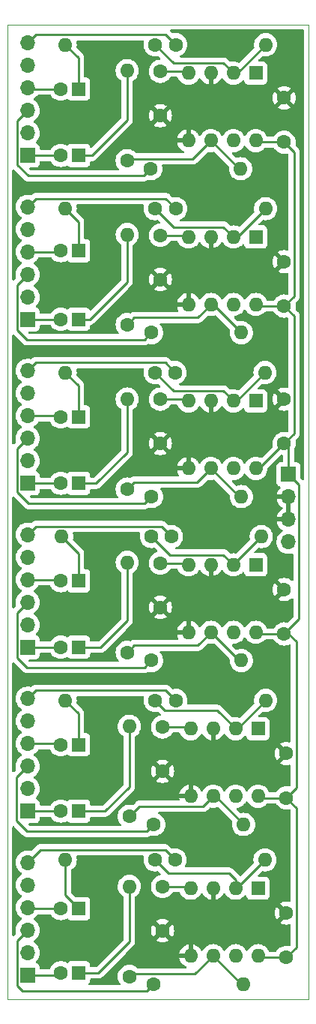
<source format=gtl>
G04 #@! TF.GenerationSoftware,KiCad,Pcbnew,(6.0.1)*
G04 #@! TF.CreationDate,2022-09-12T17:15:24+02:00*
G04 #@! TF.ProjectId,Output-mixer,4f757470-7574-42d6-9d69-7865722e6b69,rev?*
G04 #@! TF.SameCoordinates,Original*
G04 #@! TF.FileFunction,Copper,L1,Top*
G04 #@! TF.FilePolarity,Positive*
%FSLAX46Y46*%
G04 Gerber Fmt 4.6, Leading zero omitted, Abs format (unit mm)*
G04 Created by KiCad (PCBNEW (6.0.1)) date 2022-09-12 17:15:24*
%MOMM*%
%LPD*%
G01*
G04 APERTURE LIST*
G04 #@! TA.AperFunction,Profile*
%ADD10C,0.050000*%
G04 #@! TD*
G04 #@! TA.AperFunction,ComponentPad*
%ADD11C,1.600000*%
G04 #@! TD*
G04 #@! TA.AperFunction,ComponentPad*
%ADD12O,1.600000X1.600000*%
G04 #@! TD*
G04 #@! TA.AperFunction,ComponentPad*
%ADD13R,1.700000X1.700000*%
G04 #@! TD*
G04 #@! TA.AperFunction,ComponentPad*
%ADD14O,1.700000X1.700000*%
G04 #@! TD*
G04 #@! TA.AperFunction,ComponentPad*
%ADD15R,1.600000X1.600000*%
G04 #@! TD*
G04 #@! TA.AperFunction,Conductor*
%ADD16C,0.250000*%
G04 #@! TD*
G04 APERTURE END LIST*
D10*
X104175000Y-39325000D02*
X138175000Y-39325000D01*
X138175000Y-149325000D02*
X104175000Y-149325000D01*
X104175000Y-39325000D02*
X104175000Y-149325000D01*
X138175000Y-39325000D02*
X138175000Y-149325000D01*
D11*
X121425000Y-86575000D03*
X121425000Y-81575000D03*
X120835000Y-133575000D03*
D12*
X110675000Y-133575000D03*
D11*
X117675000Y-54655000D03*
D12*
X117675000Y-44495000D03*
D13*
X106425000Y-109575000D03*
D14*
X106425000Y-107035000D03*
X106425000Y-104495000D03*
X106425000Y-101955000D03*
X106425000Y-99415000D03*
X106425000Y-96875000D03*
D11*
X135425000Y-52575000D03*
X135425000Y-47575000D03*
X120345000Y-55575000D03*
D12*
X130505000Y-55575000D03*
D11*
X135425000Y-108075000D03*
X135425000Y-103075000D03*
X120835000Y-78575000D03*
D12*
X110675000Y-78575000D03*
D11*
X120425000Y-111075000D03*
D12*
X130585000Y-111075000D03*
D11*
X120835000Y-115575000D03*
D12*
X110675000Y-115575000D03*
D13*
X106425000Y-146575000D03*
D14*
X106425000Y-144035000D03*
X106425000Y-141495000D03*
X106425000Y-138955000D03*
X106425000Y-136415000D03*
X106425000Y-133875000D03*
D11*
X121425000Y-49575000D03*
X121425000Y-44575000D03*
X117675000Y-110155000D03*
D12*
X117675000Y-99995000D03*
D11*
X121675000Y-118575000D03*
X121675000Y-123575000D03*
X135675000Y-144575000D03*
X135675000Y-139575000D03*
X117925000Y-146735000D03*
D12*
X117925000Y-136575000D03*
D11*
X120425000Y-92575000D03*
D12*
X130585000Y-92575000D03*
D15*
X132225000Y-81775000D03*
D12*
X129685000Y-81775000D03*
X127145000Y-81775000D03*
X124605000Y-81775000D03*
X124605000Y-89395000D03*
X127145000Y-89395000D03*
X129685000Y-89395000D03*
X132225000Y-89395000D03*
D11*
X120675000Y-147575000D03*
D12*
X130835000Y-147575000D03*
D15*
X132225000Y-100275000D03*
D12*
X129685000Y-100275000D03*
X127145000Y-100275000D03*
X124605000Y-100275000D03*
X124605000Y-107895000D03*
X127145000Y-107895000D03*
X129685000Y-107895000D03*
X132225000Y-107895000D03*
D11*
X120835000Y-41575000D03*
D12*
X110675000Y-41575000D03*
D11*
X135425000Y-86575000D03*
X135425000Y-81575000D03*
X123175000Y-115575000D03*
D12*
X133335000Y-115575000D03*
D11*
X123175000Y-60075000D03*
D12*
X133335000Y-60075000D03*
D11*
X117675000Y-73155000D03*
D12*
X117675000Y-62995000D03*
D13*
X135925000Y-90075000D03*
D14*
X135925000Y-92615000D03*
X135925000Y-95155000D03*
X135925000Y-97695000D03*
D11*
X117925000Y-128655000D03*
D12*
X117925000Y-118495000D03*
D11*
X123095000Y-78575000D03*
D12*
X133255000Y-78575000D03*
D11*
X120425000Y-74075000D03*
D12*
X130585000Y-74075000D03*
D11*
X123095000Y-133575000D03*
D12*
X133255000Y-133575000D03*
D11*
X120675000Y-129575000D03*
D12*
X130835000Y-129575000D03*
D11*
X122685000Y-97075000D03*
D12*
X132845000Y-97075000D03*
D13*
X106425000Y-72575000D03*
D14*
X106425000Y-70035000D03*
X106425000Y-67495000D03*
X106425000Y-64955000D03*
X106425000Y-62415000D03*
X106425000Y-59875000D03*
D11*
X121425000Y-100075000D03*
X121425000Y-105075000D03*
X135425000Y-71075000D03*
X135425000Y-66075000D03*
X121675000Y-136575000D03*
X121675000Y-141575000D03*
D13*
X106425000Y-128075000D03*
D14*
X106425000Y-125535000D03*
X106425000Y-122995000D03*
X106425000Y-120455000D03*
X106425000Y-117915000D03*
X106425000Y-115375000D03*
D11*
X120425000Y-97075000D03*
D12*
X110265000Y-97075000D03*
D11*
X117675000Y-91735000D03*
D12*
X117675000Y-81575000D03*
D11*
X123175000Y-41575000D03*
D12*
X133335000Y-41575000D03*
D15*
X132225000Y-63275000D03*
D12*
X129685000Y-63275000D03*
X127145000Y-63275000D03*
X124605000Y-63275000D03*
X124605000Y-70895000D03*
X127145000Y-70895000D03*
X129685000Y-70895000D03*
X132225000Y-70895000D03*
D15*
X132475000Y-118775000D03*
D12*
X129935000Y-118775000D03*
X127395000Y-118775000D03*
X124855000Y-118775000D03*
X124855000Y-126395000D03*
X127395000Y-126395000D03*
X129935000Y-126395000D03*
X132475000Y-126395000D03*
D11*
X120835000Y-60075000D03*
D12*
X110675000Y-60075000D03*
D11*
X135675000Y-126575000D03*
X135675000Y-121575000D03*
D13*
X106425000Y-91075000D03*
D14*
X106425000Y-88535000D03*
X106425000Y-85995000D03*
X106425000Y-83455000D03*
X106425000Y-80915000D03*
X106425000Y-78375000D03*
D11*
X121425000Y-68075000D03*
X121425000Y-63075000D03*
D15*
X132475000Y-136775000D03*
D12*
X129935000Y-136775000D03*
X127395000Y-136775000D03*
X124855000Y-136775000D03*
X124855000Y-144395000D03*
X127395000Y-144395000D03*
X129935000Y-144395000D03*
X132475000Y-144395000D03*
D13*
X106425000Y-54075000D03*
D14*
X106425000Y-51535000D03*
X106425000Y-48995000D03*
X106425000Y-46455000D03*
X106425000Y-43915000D03*
X106425000Y-41375000D03*
D15*
X132225000Y-44775000D03*
D12*
X129685000Y-44775000D03*
X127145000Y-44775000D03*
X124605000Y-44775000D03*
X124605000Y-52395000D03*
X127145000Y-52395000D03*
X129685000Y-52395000D03*
X132225000Y-52395000D03*
D15*
X112175000Y-109575000D03*
D11*
X110175000Y-109575000D03*
D15*
X112175000Y-102075000D03*
D11*
X110175000Y-102075000D03*
D15*
X112175000Y-139075000D03*
D11*
X110175000Y-139075000D03*
D15*
X112175000Y-91075000D03*
D11*
X110175000Y-91075000D03*
D15*
X112175000Y-120575000D03*
D11*
X110175000Y-120575000D03*
D15*
X112175000Y-128075000D03*
D11*
X110175000Y-128075000D03*
D15*
X112175000Y-64825000D03*
D11*
X110175000Y-64825000D03*
D15*
X112175000Y-54075000D03*
D11*
X110175000Y-54075000D03*
D15*
X112175000Y-72575000D03*
D11*
X110175000Y-72575000D03*
D15*
X112175000Y-46575000D03*
D11*
X110175000Y-46575000D03*
D15*
X112175000Y-83575000D03*
D11*
X110175000Y-83575000D03*
D15*
X112175000Y-146325000D03*
D11*
X110175000Y-146325000D03*
D16*
X136549511Y-72199511D02*
X135425000Y-71075000D01*
X136799511Y-143450489D02*
X136799511Y-127699511D01*
X135425000Y-52575000D02*
X132405000Y-52575000D01*
X132405000Y-108075000D02*
X132225000Y-107895000D01*
X135425000Y-86575000D02*
X136549511Y-85450489D01*
X135925000Y-87075000D02*
X135425000Y-86575000D01*
X135925000Y-108075000D02*
X135425000Y-108075000D01*
X132605000Y-89395000D02*
X132225000Y-89395000D01*
X136799511Y-127699511D02*
X135675000Y-126575000D01*
X136549511Y-85450489D02*
X136549511Y-72199511D01*
X132405000Y-52575000D02*
X132225000Y-52395000D01*
X135425000Y-86575000D02*
X132605000Y-89395000D01*
X136549511Y-69950489D02*
X136549511Y-53699511D01*
X132655000Y-126575000D02*
X132475000Y-126395000D01*
X136799511Y-108949511D02*
X135925000Y-108075000D01*
X132655000Y-144575000D02*
X132475000Y-144395000D01*
X135675000Y-126575000D02*
X132655000Y-126575000D01*
X135425000Y-71075000D02*
X132405000Y-71075000D01*
X135675000Y-144575000D02*
X132655000Y-144575000D01*
X135425000Y-71075000D02*
X136549511Y-69950489D01*
X135675000Y-126575000D02*
X136799511Y-125450489D01*
X136799511Y-125450489D02*
X136799511Y-108949511D01*
X135425000Y-108075000D02*
X132405000Y-108075000D01*
X135925000Y-90075000D02*
X135925000Y-87075000D01*
X136549511Y-53699511D02*
X135425000Y-52575000D01*
X137099511Y-91249511D02*
X135925000Y-90075000D01*
X132405000Y-71075000D02*
X132225000Y-70895000D01*
X135675000Y-144575000D02*
X136799511Y-143450489D01*
X135425000Y-108075000D02*
X137099511Y-106400489D01*
X137099511Y-106400489D02*
X137099511Y-91249511D01*
X121425000Y-63075000D02*
X124405000Y-63075000D01*
X124405000Y-81575000D02*
X124605000Y-81775000D01*
X124655000Y-118575000D02*
X124855000Y-118775000D01*
X121425000Y-81575000D02*
X124405000Y-81575000D01*
X121425000Y-44575000D02*
X124405000Y-44575000D01*
X121425000Y-100075000D02*
X124405000Y-100075000D01*
X124405000Y-100075000D02*
X124605000Y-100275000D01*
X121675000Y-136575000D02*
X124655000Y-136575000D01*
X121675000Y-118575000D02*
X124655000Y-118575000D01*
X124655000Y-136575000D02*
X124855000Y-136775000D01*
X124405000Y-63075000D02*
X124605000Y-63275000D01*
X124405000Y-44575000D02*
X124605000Y-44775000D01*
X110175000Y-46575000D02*
X106545000Y-46575000D01*
X106545000Y-46575000D02*
X106425000Y-46455000D01*
X112175000Y-54075000D02*
X113675000Y-54075000D01*
X113675000Y-54075000D02*
X117675000Y-50075000D01*
X117675000Y-50075000D02*
X117675000Y-44495000D01*
X110045000Y-64955000D02*
X110175000Y-64825000D01*
X106425000Y-64955000D02*
X110045000Y-64955000D01*
X106425000Y-83455000D02*
X110055000Y-83455000D01*
X110055000Y-83455000D02*
X110175000Y-83575000D01*
X110055000Y-101955000D02*
X110175000Y-102075000D01*
X106425000Y-101955000D02*
X110055000Y-101955000D01*
X110055000Y-120455000D02*
X110175000Y-120575000D01*
X106425000Y-120455000D02*
X110055000Y-120455000D01*
X110175000Y-139075000D02*
X106545000Y-139075000D01*
X106545000Y-139075000D02*
X106425000Y-138955000D01*
X106425000Y-54075000D02*
X110175000Y-54075000D01*
X117675000Y-68325000D02*
X117675000Y-62995000D01*
X112175000Y-72575000D02*
X113425000Y-72575000D01*
X113425000Y-72575000D02*
X117675000Y-68325000D01*
X106425000Y-72575000D02*
X110175000Y-72575000D01*
X112175000Y-91075000D02*
X114175000Y-91075000D01*
X117675000Y-87575000D02*
X117675000Y-81575000D01*
X114175000Y-91075000D02*
X117675000Y-87575000D01*
X106425000Y-91075000D02*
X110175000Y-91075000D01*
X117675000Y-106575000D02*
X117675000Y-99995000D01*
X112175000Y-109575000D02*
X114675000Y-109575000D01*
X114675000Y-109575000D02*
X117675000Y-106575000D01*
X106425000Y-109575000D02*
X110175000Y-109575000D01*
X115175000Y-128075000D02*
X117925000Y-125325000D01*
X112175000Y-128075000D02*
X115175000Y-128075000D01*
X117925000Y-125325000D02*
X117925000Y-118495000D01*
X106425000Y-128075000D02*
X110175000Y-128075000D01*
X114425000Y-146325000D02*
X117925000Y-142825000D01*
X112175000Y-146325000D02*
X114425000Y-146325000D01*
X117925000Y-142825000D02*
X117925000Y-136575000D01*
X109925000Y-146575000D02*
X110175000Y-146325000D01*
X106425000Y-146575000D02*
X109925000Y-146575000D01*
X120345000Y-55575000D02*
X119545001Y-56374999D01*
X105250489Y-50169511D02*
X106425000Y-48995000D01*
X119545001Y-56374999D02*
X106474999Y-56374999D01*
X105250489Y-55150489D02*
X105250489Y-50169511D01*
X106474999Y-56374999D02*
X105250489Y-55150489D01*
X107349511Y-40450489D02*
X106425000Y-41375000D01*
X123175000Y-41575000D02*
X122050489Y-40450489D01*
X122050489Y-40450489D02*
X107349511Y-40450489D01*
X119625001Y-74874999D02*
X106350019Y-74874999D01*
X105250489Y-73775469D02*
X105250489Y-68669511D01*
X105250489Y-68669511D02*
X106425000Y-67495000D01*
X120425000Y-74075000D02*
X119625001Y-74874999D01*
X106350019Y-74874999D02*
X105250489Y-73775469D01*
X112175000Y-46575000D02*
X112175000Y-43075000D01*
X112175000Y-43075000D02*
X110675000Y-41575000D01*
X112175000Y-61575000D02*
X110675000Y-60075000D01*
X112175000Y-64825000D02*
X112175000Y-61575000D01*
X112175000Y-83575000D02*
X112175000Y-80075000D01*
X112175000Y-80075000D02*
X110675000Y-78575000D01*
X112175000Y-98985000D02*
X110265000Y-97075000D01*
X112175000Y-102075000D02*
X112175000Y-98985000D01*
X122050489Y-58950489D02*
X107349511Y-58950489D01*
X107349511Y-58950489D02*
X106425000Y-59875000D01*
X123175000Y-60075000D02*
X122050489Y-58950489D01*
X105250489Y-87169511D02*
X106425000Y-85995000D01*
X105250489Y-92075000D02*
X105250489Y-87169511D01*
X120425000Y-92575000D02*
X119625001Y-93374999D01*
X106550488Y-93374999D02*
X105250489Y-92075000D01*
X119625001Y-93374999D02*
X106550488Y-93374999D01*
X123095000Y-78575000D02*
X121970489Y-77450489D01*
X121970489Y-77450489D02*
X107349511Y-77450489D01*
X107349511Y-77450489D02*
X106425000Y-78375000D01*
X105250489Y-110749511D02*
X105250489Y-105669511D01*
X120425000Y-111075000D02*
X119625001Y-111874999D01*
X119625001Y-111874999D02*
X106375977Y-111874999D01*
X106375977Y-111874999D02*
X105250489Y-110749511D01*
X105250489Y-105669511D02*
X106425000Y-104495000D01*
X112175000Y-120575000D02*
X112175000Y-117075000D01*
X112175000Y-117075000D02*
X110675000Y-115575000D01*
X122685000Y-97075000D02*
X121560489Y-95950489D01*
X107349511Y-95950489D02*
X106425000Y-96875000D01*
X121560489Y-95950489D02*
X107349511Y-95950489D01*
X110675000Y-133575000D02*
X110675000Y-137575000D01*
X110675000Y-137575000D02*
X112175000Y-139075000D01*
X106375977Y-130374999D02*
X105175000Y-129174022D01*
X119875001Y-130374999D02*
X106375977Y-130374999D01*
X105175000Y-124245000D02*
X106425000Y-122995000D01*
X105175000Y-129174022D02*
X105175000Y-124245000D01*
X120675000Y-129575000D02*
X119875001Y-130374999D01*
X123175000Y-115575000D02*
X122050489Y-114450489D01*
X122050489Y-114450489D02*
X107349511Y-114450489D01*
X107349511Y-114450489D02*
X106425000Y-115375000D01*
X105250489Y-147749511D02*
X105250489Y-142669511D01*
X105875977Y-148374999D02*
X105250489Y-147749511D01*
X120675000Y-147575000D02*
X119875001Y-148374999D01*
X105250489Y-142669511D02*
X106425000Y-141495000D01*
X119875001Y-148374999D02*
X105875977Y-148374999D01*
X133255000Y-78575000D02*
X130055000Y-81775000D01*
X128560489Y-80650489D02*
X129685000Y-81775000D01*
X120835000Y-78575000D02*
X122910489Y-80650489D01*
X122910489Y-80650489D02*
X128560489Y-80650489D01*
X130055000Y-81775000D02*
X129685000Y-81775000D01*
X121970489Y-132450489D02*
X123095000Y-133575000D01*
X107849511Y-132450489D02*
X121970489Y-132450489D01*
X106425000Y-133875000D02*
X107849511Y-132450489D01*
X128560489Y-43650489D02*
X129685000Y-44775000D01*
X133335000Y-41575000D02*
X130135000Y-44775000D01*
X122910489Y-43650489D02*
X128560489Y-43650489D01*
X130135000Y-44775000D02*
X129685000Y-44775000D01*
X120835000Y-41575000D02*
X122910489Y-43650489D01*
X120835000Y-115575000D02*
X121959511Y-116699511D01*
X121959511Y-116699511D02*
X127859511Y-116699511D01*
X133335000Y-115575000D02*
X130135000Y-118775000D01*
X130135000Y-118775000D02*
X129935000Y-118775000D01*
X127859511Y-116699511D02*
X129935000Y-118775000D01*
X128560489Y-62150489D02*
X129685000Y-63275000D01*
X133335000Y-60075000D02*
X130135000Y-63275000D01*
X130135000Y-63275000D02*
X129685000Y-63275000D01*
X120835000Y-60075000D02*
X122910489Y-62150489D01*
X122910489Y-62150489D02*
X128560489Y-62150489D01*
X127145000Y-52395000D02*
X125089511Y-54450489D01*
X130325000Y-55575000D02*
X130505000Y-55575000D01*
X117879511Y-54450489D02*
X117675000Y-54655000D01*
X125089511Y-54450489D02*
X117879511Y-54450489D01*
X127145000Y-52395000D02*
X130325000Y-55575000D01*
X130585000Y-74075000D02*
X127405000Y-70895000D01*
X118474999Y-72355001D02*
X125684999Y-72355001D01*
X117675000Y-73155000D02*
X118474999Y-72355001D01*
X125684999Y-72355001D02*
X127145000Y-70895000D01*
X127405000Y-70895000D02*
X127145000Y-70895000D01*
X127145000Y-89395000D02*
X130325000Y-92575000D01*
X118474999Y-90935001D02*
X125604999Y-90935001D01*
X117675000Y-91735000D02*
X118474999Y-90935001D01*
X130325000Y-92575000D02*
X130585000Y-92575000D01*
X125604999Y-90935001D02*
X127145000Y-89395000D01*
X125684999Y-109355001D02*
X127145000Y-107895000D01*
X118474999Y-109355001D02*
X125684999Y-109355001D01*
X117675000Y-110155000D02*
X118474999Y-109355001D01*
X130325000Y-111075000D02*
X130585000Y-111075000D01*
X127145000Y-107895000D02*
X130325000Y-111075000D01*
X132845000Y-97075000D02*
X129685000Y-100235000D01*
X120425000Y-97075000D02*
X122500489Y-99150489D01*
X129685000Y-100235000D02*
X129685000Y-100275000D01*
X128560489Y-99150489D02*
X129685000Y-100275000D01*
X122500489Y-99150489D02*
X128560489Y-99150489D01*
X117925000Y-128655000D02*
X119060489Y-127519511D01*
X126270489Y-127519511D02*
X127395000Y-126395000D01*
X130835000Y-129575000D02*
X127655000Y-126395000D01*
X127655000Y-126395000D02*
X127395000Y-126395000D01*
X119060489Y-127519511D02*
X126270489Y-127519511D01*
X122335000Y-135075000D02*
X129175000Y-135075000D01*
X129175000Y-135075000D02*
X129935000Y-135835000D01*
X133255000Y-133575000D02*
X130055000Y-136775000D01*
X130055000Y-136775000D02*
X129935000Y-136775000D01*
X129935000Y-135835000D02*
X129935000Y-136775000D01*
X120835000Y-133575000D02*
X122335000Y-135075000D01*
X127395000Y-144395000D02*
X125339511Y-146450489D01*
X127395000Y-144395000D02*
X130575000Y-147575000D01*
X125339511Y-146450489D02*
X118209511Y-146450489D01*
X130575000Y-147575000D02*
X130835000Y-147575000D01*
X118209511Y-146450489D02*
X117925000Y-146735000D01*
G04 #@! TA.AperFunction,Conductor*
G36*
X131273959Y-126960339D02*
G01*
X131319195Y-127012543D01*
X131335151Y-127046762D01*
X131335154Y-127046767D01*
X131337477Y-127051749D01*
X131362942Y-127088116D01*
X131463515Y-127231749D01*
X131468802Y-127239300D01*
X131630700Y-127401198D01*
X131635208Y-127404355D01*
X131635211Y-127404357D01*
X131705442Y-127453533D01*
X131818251Y-127532523D01*
X131823233Y-127534846D01*
X131823238Y-127534849D01*
X131989525Y-127612389D01*
X132025757Y-127629284D01*
X132031065Y-127630706D01*
X132031067Y-127630707D01*
X132241598Y-127687119D01*
X132241600Y-127687119D01*
X132246913Y-127688543D01*
X132475000Y-127708498D01*
X132703087Y-127688543D01*
X132708400Y-127687119D01*
X132708402Y-127687119D01*
X132918933Y-127630707D01*
X132918935Y-127630706D01*
X132924243Y-127629284D01*
X132960475Y-127612389D01*
X133126762Y-127534849D01*
X133126767Y-127534846D01*
X133131749Y-127532523D01*
X133244558Y-127453533D01*
X133314789Y-127404357D01*
X133314792Y-127404355D01*
X133319300Y-127401198D01*
X133475093Y-127245405D01*
X133537405Y-127211379D01*
X133564188Y-127208500D01*
X134455606Y-127208500D01*
X134523727Y-127228502D01*
X134558819Y-127262229D01*
X134658505Y-127404595D01*
X134668802Y-127419300D01*
X134830700Y-127581198D01*
X134835208Y-127584355D01*
X134835211Y-127584357D01*
X134836538Y-127585286D01*
X135018251Y-127712523D01*
X135023233Y-127714846D01*
X135023238Y-127714849D01*
X135146047Y-127772115D01*
X135225757Y-127809284D01*
X135231065Y-127810706D01*
X135231067Y-127810707D01*
X135441598Y-127867119D01*
X135441600Y-127867119D01*
X135446913Y-127868543D01*
X135675000Y-127888498D01*
X135903087Y-127868543D01*
X135908398Y-127867120D01*
X135908409Y-127867118D01*
X135966541Y-127851541D01*
X136037517Y-127853230D01*
X136088248Y-127884152D01*
X136129106Y-127925010D01*
X136163132Y-127987322D01*
X136166011Y-128014105D01*
X136166011Y-138188218D01*
X136146009Y-138256339D01*
X136092353Y-138302832D01*
X136022079Y-138312936D01*
X136007400Y-138309925D01*
X135908312Y-138283375D01*
X135897519Y-138281472D01*
X135680475Y-138262483D01*
X135669525Y-138262483D01*
X135452481Y-138281472D01*
X135441688Y-138283375D01*
X135231239Y-138339764D01*
X135220947Y-138343510D01*
X135023489Y-138435586D01*
X135013994Y-138441069D01*
X134961952Y-138477509D01*
X134953576Y-138487988D01*
X134960644Y-138501434D01*
X135945115Y-139485905D01*
X135979141Y-139548217D01*
X135974076Y-139619032D01*
X135945115Y-139664095D01*
X134959923Y-140649287D01*
X134953493Y-140661062D01*
X134962789Y-140673077D01*
X135013994Y-140708931D01*
X135023489Y-140714414D01*
X135220947Y-140806490D01*
X135231239Y-140810236D01*
X135441688Y-140866625D01*
X135452481Y-140868528D01*
X135669525Y-140887517D01*
X135680475Y-140887517D01*
X135897519Y-140868528D01*
X135908312Y-140866625D01*
X136007400Y-140840075D01*
X136078376Y-140841765D01*
X136137172Y-140881559D01*
X136165120Y-140946824D01*
X136166011Y-140961782D01*
X136166011Y-143135895D01*
X136146009Y-143204016D01*
X136129106Y-143224990D01*
X136088248Y-143265848D01*
X136025936Y-143299874D01*
X135966541Y-143298459D01*
X135908409Y-143282882D01*
X135908398Y-143282880D01*
X135903087Y-143281457D01*
X135675000Y-143261502D01*
X135446913Y-143281457D01*
X135441600Y-143282881D01*
X135441598Y-143282881D01*
X135231067Y-143339293D01*
X135231065Y-143339294D01*
X135225757Y-143340716D01*
X135220776Y-143343039D01*
X135220775Y-143343039D01*
X135023238Y-143435151D01*
X135023233Y-143435154D01*
X135018251Y-143437477D01*
X134971024Y-143470546D01*
X134835211Y-143565643D01*
X134835208Y-143565645D01*
X134830700Y-143568802D01*
X134668802Y-143730700D01*
X134665645Y-143735208D01*
X134665643Y-143735211D01*
X134558819Y-143887771D01*
X134503362Y-143932099D01*
X134455606Y-143941500D01*
X133787570Y-143941500D01*
X133719449Y-143921498D01*
X133673375Y-143868749D01*
X133614851Y-143743242D01*
X133614848Y-143743236D01*
X133612523Y-143738251D01*
X133530288Y-143620807D01*
X133484357Y-143555211D01*
X133484355Y-143555208D01*
X133481198Y-143550700D01*
X133319300Y-143388802D01*
X133314792Y-143385645D01*
X133314789Y-143385643D01*
X133168031Y-143282882D01*
X133131749Y-143257477D01*
X133126767Y-143255154D01*
X133126762Y-143255151D01*
X132929225Y-143163039D01*
X132929224Y-143163039D01*
X132924243Y-143160716D01*
X132918935Y-143159294D01*
X132918933Y-143159293D01*
X132708402Y-143102881D01*
X132708400Y-143102881D01*
X132703087Y-143101457D01*
X132475000Y-143081502D01*
X132246913Y-143101457D01*
X132241600Y-143102881D01*
X132241598Y-143102881D01*
X132031067Y-143159293D01*
X132031065Y-143159294D01*
X132025757Y-143160716D01*
X132020776Y-143163039D01*
X132020775Y-143163039D01*
X131823238Y-143255151D01*
X131823233Y-143255154D01*
X131818251Y-143257477D01*
X131781969Y-143282882D01*
X131635211Y-143385643D01*
X131635208Y-143385645D01*
X131630700Y-143388802D01*
X131468802Y-143550700D01*
X131465645Y-143555208D01*
X131465643Y-143555211D01*
X131419712Y-143620807D01*
X131337477Y-143738251D01*
X131335154Y-143743233D01*
X131335151Y-143743238D01*
X131319195Y-143777457D01*
X131272278Y-143830742D01*
X131204001Y-143850203D01*
X131136041Y-143829661D01*
X131090805Y-143777457D01*
X131074849Y-143743238D01*
X131074846Y-143743233D01*
X131072523Y-143738251D01*
X130990288Y-143620807D01*
X130944357Y-143555211D01*
X130944355Y-143555208D01*
X130941198Y-143550700D01*
X130779300Y-143388802D01*
X130774792Y-143385645D01*
X130774789Y-143385643D01*
X130628031Y-143282882D01*
X130591749Y-143257477D01*
X130586767Y-143255154D01*
X130586762Y-143255151D01*
X130389225Y-143163039D01*
X130389224Y-143163039D01*
X130384243Y-143160716D01*
X130378935Y-143159294D01*
X130378933Y-143159293D01*
X130168402Y-143102881D01*
X130168400Y-143102881D01*
X130163087Y-143101457D01*
X129935000Y-143081502D01*
X129706913Y-143101457D01*
X129701600Y-143102881D01*
X129701598Y-143102881D01*
X129491067Y-143159293D01*
X129491065Y-143159294D01*
X129485757Y-143160716D01*
X129480776Y-143163039D01*
X129480775Y-143163039D01*
X129283238Y-143255151D01*
X129283233Y-143255154D01*
X129278251Y-143257477D01*
X129241969Y-143282882D01*
X129095211Y-143385643D01*
X129095208Y-143385645D01*
X129090700Y-143388802D01*
X128928802Y-143550700D01*
X128925645Y-143555208D01*
X128925643Y-143555211D01*
X128879712Y-143620807D01*
X128797477Y-143738251D01*
X128795154Y-143743233D01*
X128795151Y-143743238D01*
X128779195Y-143777457D01*
X128732278Y-143830742D01*
X128664001Y-143850203D01*
X128596041Y-143829661D01*
X128550805Y-143777457D01*
X128534849Y-143743238D01*
X128534846Y-143743233D01*
X128532523Y-143738251D01*
X128450288Y-143620807D01*
X128404357Y-143555211D01*
X128404355Y-143555208D01*
X128401198Y-143550700D01*
X128239300Y-143388802D01*
X128234792Y-143385645D01*
X128234789Y-143385643D01*
X128088031Y-143282882D01*
X128051749Y-143257477D01*
X128046767Y-143255154D01*
X128046762Y-143255151D01*
X127849225Y-143163039D01*
X127849224Y-143163039D01*
X127844243Y-143160716D01*
X127838935Y-143159294D01*
X127838933Y-143159293D01*
X127628402Y-143102881D01*
X127628400Y-143102881D01*
X127623087Y-143101457D01*
X127395000Y-143081502D01*
X127166913Y-143101457D01*
X127161600Y-143102881D01*
X127161598Y-143102881D01*
X126951067Y-143159293D01*
X126951065Y-143159294D01*
X126945757Y-143160716D01*
X126940776Y-143163039D01*
X126940775Y-143163039D01*
X126743238Y-143255151D01*
X126743233Y-143255154D01*
X126738251Y-143257477D01*
X126701969Y-143282882D01*
X126555211Y-143385643D01*
X126555208Y-143385645D01*
X126550700Y-143388802D01*
X126388802Y-143550700D01*
X126385645Y-143555208D01*
X126385643Y-143555211D01*
X126339712Y-143620807D01*
X126257477Y-143738251D01*
X126255154Y-143743233D01*
X126255151Y-143743238D01*
X126238919Y-143778049D01*
X126192002Y-143831334D01*
X126123725Y-143850795D01*
X126055765Y-143830253D01*
X126010529Y-143778049D01*
X125994414Y-143743489D01*
X125988931Y-143733993D01*
X125863972Y-143555533D01*
X125856916Y-143547125D01*
X125702875Y-143393084D01*
X125694467Y-143386028D01*
X125516007Y-143261069D01*
X125506511Y-143255586D01*
X125309053Y-143163510D01*
X125298761Y-143159764D01*
X125126497Y-143113606D01*
X125112401Y-143113942D01*
X125109000Y-143121884D01*
X125109000Y-144523000D01*
X125088998Y-144591121D01*
X125035342Y-144637614D01*
X124983000Y-144649000D01*
X123587033Y-144649000D01*
X123573502Y-144652973D01*
X123572273Y-144661522D01*
X123619764Y-144838761D01*
X123623510Y-144849053D01*
X123715586Y-145046511D01*
X123721069Y-145056007D01*
X123846028Y-145234467D01*
X123853084Y-145242875D01*
X124007125Y-145396916D01*
X124015533Y-145403972D01*
X124193993Y-145528931D01*
X124203489Y-145534414D01*
X124294374Y-145576794D01*
X124347659Y-145623711D01*
X124367120Y-145691989D01*
X124346578Y-145759949D01*
X124292555Y-145806014D01*
X124241124Y-145816989D01*
X118909677Y-145816989D01*
X118841556Y-145796987D01*
X118820582Y-145780084D01*
X118769300Y-145728802D01*
X118764792Y-145725645D01*
X118764789Y-145725643D01*
X118663322Y-145654595D01*
X118581749Y-145597477D01*
X118576767Y-145595154D01*
X118576762Y-145595151D01*
X118379225Y-145503039D01*
X118379224Y-145503039D01*
X118374243Y-145500716D01*
X118368935Y-145499294D01*
X118368933Y-145499293D01*
X118158402Y-145442881D01*
X118158400Y-145442881D01*
X118153087Y-145441457D01*
X117925000Y-145421502D01*
X117696913Y-145441457D01*
X117691600Y-145442881D01*
X117691598Y-145442881D01*
X117481067Y-145499293D01*
X117481065Y-145499294D01*
X117475757Y-145500716D01*
X117470776Y-145503039D01*
X117470775Y-145503039D01*
X117273238Y-145595151D01*
X117273233Y-145595154D01*
X117268251Y-145597477D01*
X117186678Y-145654595D01*
X117085211Y-145725643D01*
X117085208Y-145725645D01*
X117080700Y-145728802D01*
X116918802Y-145890700D01*
X116787477Y-146078251D01*
X116785154Y-146083233D01*
X116785151Y-146083238D01*
X116702026Y-146261502D01*
X116690716Y-146285757D01*
X116689294Y-146291065D01*
X116689293Y-146291067D01*
X116632881Y-146501598D01*
X116631457Y-146506913D01*
X116611502Y-146735000D01*
X116631457Y-146963087D01*
X116632881Y-146968400D01*
X116632881Y-146968402D01*
X116688879Y-147177386D01*
X116690716Y-147184243D01*
X116693039Y-147189224D01*
X116693039Y-147189225D01*
X116785151Y-147386762D01*
X116785154Y-147386767D01*
X116787477Y-147391749D01*
X116873550Y-147514673D01*
X116893544Y-147543228D01*
X116916232Y-147610502D01*
X116898947Y-147679363D01*
X116847177Y-147727947D01*
X116790331Y-147741499D01*
X113378585Y-147741499D01*
X113310464Y-147721497D01*
X113263971Y-147667841D01*
X113253867Y-147597567D01*
X113283361Y-147532987D01*
X113303017Y-147514675D01*
X113338261Y-147488261D01*
X113425615Y-147371705D01*
X113476745Y-147235316D01*
X113483500Y-147173134D01*
X113483500Y-147084500D01*
X113503502Y-147016379D01*
X113557158Y-146969886D01*
X113609500Y-146958500D01*
X114346233Y-146958500D01*
X114357416Y-146959027D01*
X114364909Y-146960702D01*
X114372835Y-146960453D01*
X114372836Y-146960453D01*
X114432986Y-146958562D01*
X114436945Y-146958500D01*
X114464856Y-146958500D01*
X114468791Y-146958003D01*
X114468856Y-146957995D01*
X114480693Y-146957062D01*
X114512951Y-146956048D01*
X114516970Y-146955922D01*
X114524889Y-146955673D01*
X114544343Y-146950021D01*
X114563700Y-146946013D01*
X114575930Y-146944468D01*
X114575931Y-146944468D01*
X114583797Y-146943474D01*
X114591168Y-146940555D01*
X114591170Y-146940555D01*
X114624912Y-146927196D01*
X114636142Y-146923351D01*
X114670983Y-146913229D01*
X114670984Y-146913229D01*
X114678593Y-146911018D01*
X114685412Y-146906985D01*
X114685417Y-146906983D01*
X114696028Y-146900707D01*
X114713776Y-146892012D01*
X114732617Y-146884552D01*
X114768387Y-146858564D01*
X114778307Y-146852048D01*
X114809535Y-146833580D01*
X114809538Y-146833578D01*
X114816362Y-146829542D01*
X114830683Y-146815221D01*
X114845717Y-146802380D01*
X114855694Y-146795131D01*
X114862107Y-146790472D01*
X114890298Y-146756395D01*
X114898288Y-146747616D01*
X117522401Y-144123503D01*
X123573606Y-144123503D01*
X123573942Y-144137599D01*
X123581884Y-144141000D01*
X124582885Y-144141000D01*
X124598124Y-144136525D01*
X124599329Y-144135135D01*
X124601000Y-144127452D01*
X124601000Y-143127033D01*
X124597027Y-143113502D01*
X124588478Y-143112273D01*
X124411239Y-143159764D01*
X124400947Y-143163510D01*
X124203489Y-143255586D01*
X124193993Y-143261069D01*
X124015533Y-143386028D01*
X124007125Y-143393084D01*
X123853084Y-143547125D01*
X123846028Y-143555533D01*
X123721069Y-143733993D01*
X123715586Y-143743489D01*
X123623510Y-143940947D01*
X123619764Y-143951239D01*
X123573606Y-144123503D01*
X117522401Y-144123503D01*
X118317247Y-143328657D01*
X118325537Y-143321113D01*
X118332018Y-143317000D01*
X118378659Y-143267332D01*
X118381413Y-143264491D01*
X118401134Y-143244770D01*
X118403612Y-143241575D01*
X118411318Y-143232553D01*
X118418420Y-143224990D01*
X118441586Y-143200321D01*
X118451346Y-143182568D01*
X118462199Y-143166045D01*
X118464531Y-143163039D01*
X118474613Y-143150041D01*
X118492176Y-143109457D01*
X118497383Y-143098827D01*
X118518695Y-143060060D01*
X118520666Y-143052383D01*
X118520668Y-143052378D01*
X118523732Y-143040442D01*
X118530138Y-143021730D01*
X118535034Y-143010417D01*
X118538181Y-143003145D01*
X118545097Y-142959481D01*
X118547504Y-142947860D01*
X118556528Y-142912711D01*
X118556528Y-142912710D01*
X118558500Y-142905030D01*
X118558500Y-142884769D01*
X118560051Y-142865058D01*
X118561979Y-142852885D01*
X118563219Y-142845057D01*
X118559059Y-142801046D01*
X118558500Y-142789189D01*
X118558500Y-142661062D01*
X120953493Y-142661062D01*
X120962789Y-142673077D01*
X121013994Y-142708931D01*
X121023489Y-142714414D01*
X121220947Y-142806490D01*
X121231239Y-142810236D01*
X121441688Y-142866625D01*
X121452481Y-142868528D01*
X121669525Y-142887517D01*
X121680475Y-142887517D01*
X121897519Y-142868528D01*
X121908312Y-142866625D01*
X122118761Y-142810236D01*
X122129053Y-142806490D01*
X122326511Y-142714414D01*
X122336006Y-142708931D01*
X122388048Y-142672491D01*
X122396424Y-142662012D01*
X122389356Y-142648566D01*
X121687812Y-141947022D01*
X121673868Y-141939408D01*
X121672035Y-141939539D01*
X121665420Y-141943790D01*
X120959923Y-142649287D01*
X120953493Y-142661062D01*
X118558500Y-142661062D01*
X118558500Y-141580475D01*
X120362483Y-141580475D01*
X120381472Y-141797519D01*
X120383375Y-141808312D01*
X120439764Y-142018761D01*
X120443510Y-142029053D01*
X120535586Y-142226511D01*
X120541069Y-142236006D01*
X120577509Y-142288048D01*
X120587988Y-142296424D01*
X120601434Y-142289356D01*
X121302978Y-141587812D01*
X121309356Y-141576132D01*
X122039408Y-141576132D01*
X122039539Y-141577965D01*
X122043790Y-141584580D01*
X122749287Y-142290077D01*
X122761062Y-142296507D01*
X122773077Y-142287211D01*
X122808931Y-142236006D01*
X122814414Y-142226511D01*
X122906490Y-142029053D01*
X122910236Y-142018761D01*
X122966625Y-141808312D01*
X122968528Y-141797519D01*
X122987517Y-141580475D01*
X122987517Y-141569525D01*
X122968528Y-141352481D01*
X122966625Y-141341688D01*
X122910236Y-141131239D01*
X122906490Y-141120947D01*
X122814414Y-140923489D01*
X122808931Y-140913994D01*
X122772491Y-140861952D01*
X122762012Y-140853576D01*
X122748566Y-140860644D01*
X122047022Y-141562188D01*
X122039408Y-141576132D01*
X121309356Y-141576132D01*
X121310592Y-141573868D01*
X121310461Y-141572035D01*
X121306210Y-141565420D01*
X120600713Y-140859923D01*
X120588938Y-140853493D01*
X120576923Y-140862789D01*
X120541069Y-140913994D01*
X120535586Y-140923489D01*
X120443510Y-141120947D01*
X120439764Y-141131239D01*
X120383375Y-141341688D01*
X120381472Y-141352481D01*
X120362483Y-141569525D01*
X120362483Y-141580475D01*
X118558500Y-141580475D01*
X118558500Y-140487988D01*
X120953576Y-140487988D01*
X120960644Y-140501434D01*
X121662188Y-141202978D01*
X121676132Y-141210592D01*
X121677965Y-141210461D01*
X121684580Y-141206210D01*
X122390077Y-140500713D01*
X122396507Y-140488938D01*
X122387211Y-140476923D01*
X122336006Y-140441069D01*
X122326511Y-140435586D01*
X122129053Y-140343510D01*
X122118761Y-140339764D01*
X121908312Y-140283375D01*
X121897519Y-140281472D01*
X121680475Y-140262483D01*
X121669525Y-140262483D01*
X121452481Y-140281472D01*
X121441688Y-140283375D01*
X121231239Y-140339764D01*
X121220947Y-140343510D01*
X121023489Y-140435586D01*
X121013994Y-140441069D01*
X120961952Y-140477509D01*
X120953576Y-140487988D01*
X118558500Y-140487988D01*
X118558500Y-139580475D01*
X134362483Y-139580475D01*
X134381472Y-139797519D01*
X134383375Y-139808312D01*
X134439764Y-140018761D01*
X134443510Y-140029053D01*
X134535586Y-140226511D01*
X134541069Y-140236006D01*
X134577509Y-140288048D01*
X134587988Y-140296424D01*
X134601434Y-140289356D01*
X135302978Y-139587812D01*
X135310592Y-139573868D01*
X135310461Y-139572035D01*
X135306210Y-139565420D01*
X134600713Y-138859923D01*
X134588938Y-138853493D01*
X134576923Y-138862789D01*
X134541069Y-138913994D01*
X134535586Y-138923489D01*
X134443510Y-139120947D01*
X134439764Y-139131239D01*
X134383375Y-139341688D01*
X134381472Y-139352481D01*
X134362483Y-139569525D01*
X134362483Y-139580475D01*
X118558500Y-139580475D01*
X118558500Y-137794394D01*
X118578502Y-137726273D01*
X118612229Y-137691181D01*
X118764789Y-137584357D01*
X118764792Y-137584355D01*
X118769300Y-137581198D01*
X118931198Y-137419300D01*
X118955194Y-137385031D01*
X119005914Y-137312595D01*
X119062523Y-137231749D01*
X119064846Y-137226767D01*
X119064849Y-137226762D01*
X119156961Y-137029225D01*
X119156961Y-137029224D01*
X119159284Y-137024243D01*
X119218543Y-136803087D01*
X119238498Y-136575000D01*
X119218543Y-136346913D01*
X119187429Y-136230795D01*
X119160707Y-136131067D01*
X119160706Y-136131065D01*
X119159284Y-136125757D01*
X119155784Y-136118251D01*
X119064849Y-135923238D01*
X119064846Y-135923233D01*
X119062523Y-135918251D01*
X118973048Y-135790468D01*
X118934357Y-135735211D01*
X118934355Y-135735208D01*
X118931198Y-135730700D01*
X118769300Y-135568802D01*
X118764792Y-135565645D01*
X118764789Y-135565643D01*
X118686611Y-135510902D01*
X118581749Y-135437477D01*
X118576767Y-135435154D01*
X118576762Y-135435151D01*
X118379225Y-135343039D01*
X118379224Y-135343039D01*
X118374243Y-135340716D01*
X118368935Y-135339294D01*
X118368933Y-135339293D01*
X118158402Y-135282881D01*
X118158400Y-135282881D01*
X118153087Y-135281457D01*
X117925000Y-135261502D01*
X117696913Y-135281457D01*
X117691600Y-135282881D01*
X117691598Y-135282881D01*
X117481067Y-135339293D01*
X117481065Y-135339294D01*
X117475757Y-135340716D01*
X117470776Y-135343039D01*
X117470775Y-135343039D01*
X117273238Y-135435151D01*
X117273233Y-135435154D01*
X117268251Y-135437477D01*
X117163389Y-135510902D01*
X117085211Y-135565643D01*
X117085208Y-135565645D01*
X117080700Y-135568802D01*
X116918802Y-135730700D01*
X116915645Y-135735208D01*
X116915643Y-135735211D01*
X116876952Y-135790468D01*
X116787477Y-135918251D01*
X116785154Y-135923233D01*
X116785151Y-135923238D01*
X116694216Y-136118251D01*
X116690716Y-136125757D01*
X116689294Y-136131065D01*
X116689293Y-136131067D01*
X116662571Y-136230795D01*
X116631457Y-136346913D01*
X116611502Y-136575000D01*
X116631457Y-136803087D01*
X116690716Y-137024243D01*
X116693039Y-137029224D01*
X116693039Y-137029225D01*
X116785151Y-137226762D01*
X116785154Y-137226767D01*
X116787477Y-137231749D01*
X116844086Y-137312595D01*
X116894807Y-137385031D01*
X116918802Y-137419300D01*
X117080700Y-137581198D01*
X117085208Y-137584355D01*
X117085211Y-137584357D01*
X117237771Y-137691181D01*
X117282099Y-137746638D01*
X117291500Y-137794394D01*
X117291500Y-142510405D01*
X117271498Y-142578526D01*
X117254595Y-142599500D01*
X114199500Y-145654595D01*
X114137188Y-145688621D01*
X114110405Y-145691500D01*
X113609500Y-145691500D01*
X113541379Y-145671498D01*
X113494886Y-145617842D01*
X113483500Y-145565500D01*
X113483500Y-145476866D01*
X113476745Y-145414684D01*
X113425615Y-145278295D01*
X113338261Y-145161739D01*
X113221705Y-145074385D01*
X113085316Y-145023255D01*
X113023134Y-145016500D01*
X111326866Y-145016500D01*
X111264684Y-145023255D01*
X111128295Y-145074385D01*
X111011739Y-145161739D01*
X111006358Y-145168919D01*
X111000008Y-145175269D01*
X110997768Y-145173029D01*
X110953435Y-145206171D01*
X110882616Y-145211190D01*
X110841210Y-145193051D01*
X110841019Y-145193383D01*
X110838036Y-145191661D01*
X110837203Y-145191296D01*
X110831749Y-145187477D01*
X110826767Y-145185154D01*
X110826762Y-145185151D01*
X110629225Y-145093039D01*
X110629224Y-145093039D01*
X110624243Y-145090716D01*
X110618935Y-145089294D01*
X110618933Y-145089293D01*
X110408402Y-145032881D01*
X110408400Y-145032881D01*
X110403087Y-145031457D01*
X110175000Y-145011502D01*
X109946913Y-145031457D01*
X109941600Y-145032881D01*
X109941598Y-145032881D01*
X109731067Y-145089293D01*
X109731065Y-145089294D01*
X109725757Y-145090716D01*
X109720776Y-145093039D01*
X109720775Y-145093039D01*
X109523238Y-145185151D01*
X109523233Y-145185154D01*
X109518251Y-145187477D01*
X109413389Y-145260902D01*
X109335211Y-145315643D01*
X109335208Y-145315645D01*
X109330700Y-145318802D01*
X109168802Y-145480700D01*
X109165645Y-145485208D01*
X109165643Y-145485211D01*
X109132515Y-145532523D01*
X109037477Y-145668251D01*
X109035154Y-145673233D01*
X109035151Y-145673238D01*
X108943983Y-145868750D01*
X108897066Y-145922035D01*
X108829788Y-145941500D01*
X107909500Y-145941500D01*
X107841379Y-145921498D01*
X107794886Y-145867842D01*
X107783500Y-145815500D01*
X107783500Y-145676866D01*
X107776745Y-145614684D01*
X107725615Y-145478295D01*
X107638261Y-145361739D01*
X107521705Y-145274385D01*
X107489279Y-145262229D01*
X107403203Y-145229960D01*
X107346439Y-145187318D01*
X107321739Y-145120756D01*
X107336947Y-145051408D01*
X107358493Y-145022727D01*
X107362300Y-145018933D01*
X107463096Y-144918489D01*
X107593453Y-144737077D01*
X107630795Y-144661522D01*
X107690136Y-144541453D01*
X107690137Y-144541451D01*
X107692430Y-144536811D01*
X107757370Y-144323069D01*
X107786529Y-144101590D01*
X107788156Y-144035000D01*
X107769852Y-143812361D01*
X107715431Y-143595702D01*
X107626354Y-143390840D01*
X107574847Y-143311223D01*
X107507822Y-143207617D01*
X107507820Y-143207614D01*
X107505014Y-143203277D01*
X107354670Y-143038051D01*
X107350619Y-143034852D01*
X107350615Y-143034848D01*
X107183414Y-142902800D01*
X107183410Y-142902798D01*
X107179359Y-142899598D01*
X107138053Y-142876796D01*
X107088084Y-142826364D01*
X107073312Y-142756921D01*
X107098428Y-142690516D01*
X107125780Y-142663909D01*
X107216078Y-142599500D01*
X107304860Y-142536173D01*
X107463096Y-142378489D01*
X107593453Y-142197077D01*
X107605796Y-142172104D01*
X107690136Y-142001453D01*
X107690137Y-142001451D01*
X107692430Y-141996811D01*
X107757370Y-141783069D01*
X107786529Y-141561590D01*
X107788156Y-141495000D01*
X107769852Y-141272361D01*
X107715431Y-141055702D01*
X107626354Y-140850840D01*
X107505014Y-140663277D01*
X107354670Y-140498051D01*
X107350619Y-140494852D01*
X107350615Y-140494848D01*
X107183414Y-140362800D01*
X107183410Y-140362798D01*
X107179359Y-140359598D01*
X107138053Y-140336796D01*
X107088084Y-140286364D01*
X107073312Y-140216921D01*
X107098428Y-140150516D01*
X107125780Y-140123909D01*
X107191122Y-140077301D01*
X107304860Y-139996173D01*
X107463096Y-139838489D01*
X107518796Y-139760974D01*
X107574791Y-139717326D01*
X107621119Y-139708500D01*
X108955606Y-139708500D01*
X109023727Y-139728502D01*
X109058819Y-139762229D01*
X109165643Y-139914789D01*
X109168802Y-139919300D01*
X109330700Y-140081198D01*
X109335208Y-140084355D01*
X109335211Y-140084357D01*
X109376542Y-140113297D01*
X109518251Y-140212523D01*
X109523233Y-140214846D01*
X109523238Y-140214849D01*
X109683021Y-140289356D01*
X109725757Y-140309284D01*
X109731065Y-140310706D01*
X109731067Y-140310707D01*
X109941598Y-140367119D01*
X109941600Y-140367119D01*
X109946913Y-140368543D01*
X110175000Y-140388498D01*
X110403087Y-140368543D01*
X110408400Y-140367119D01*
X110408402Y-140367119D01*
X110618933Y-140310707D01*
X110618935Y-140310706D01*
X110624243Y-140309284D01*
X110666979Y-140289356D01*
X110826762Y-140214849D01*
X110826767Y-140214846D01*
X110831749Y-140212523D01*
X110837202Y-140208705D01*
X110837686Y-140208541D01*
X110841019Y-140206617D01*
X110841406Y-140207287D01*
X110904474Y-140186012D01*
X110973335Y-140203293D01*
X110998737Y-140226002D01*
X111000008Y-140224731D01*
X111006358Y-140231081D01*
X111011739Y-140238261D01*
X111128295Y-140325615D01*
X111264684Y-140376745D01*
X111326866Y-140383500D01*
X113023134Y-140383500D01*
X113085316Y-140376745D01*
X113221705Y-140325615D01*
X113338261Y-140238261D01*
X113425615Y-140121705D01*
X113476745Y-139985316D01*
X113482815Y-139929440D01*
X113483131Y-139926531D01*
X113483500Y-139923134D01*
X113483500Y-138226866D01*
X113476745Y-138164684D01*
X113425615Y-138028295D01*
X113338261Y-137911739D01*
X113221705Y-137824385D01*
X113085316Y-137773255D01*
X113023134Y-137766500D01*
X111814595Y-137766500D01*
X111746474Y-137746498D01*
X111725500Y-137729595D01*
X111345405Y-137349500D01*
X111311379Y-137287188D01*
X111308500Y-137260405D01*
X111308500Y-134794394D01*
X111328502Y-134726273D01*
X111362229Y-134691181D01*
X111514789Y-134584357D01*
X111514792Y-134584355D01*
X111519300Y-134581198D01*
X111681198Y-134419300D01*
X111717230Y-134367842D01*
X111809366Y-134236257D01*
X111812523Y-134231749D01*
X111814846Y-134226767D01*
X111814849Y-134226762D01*
X111906961Y-134029225D01*
X111906961Y-134029224D01*
X111909284Y-134024243D01*
X111951541Y-133866541D01*
X111967119Y-133808402D01*
X111967120Y-133808398D01*
X111968543Y-133803087D01*
X111988498Y-133575000D01*
X111968543Y-133346913D01*
X111940592Y-133242599D01*
X111942282Y-133171624D01*
X111982076Y-133112828D01*
X112047340Y-133084880D01*
X112062299Y-133083989D01*
X119447701Y-133083989D01*
X119515822Y-133103991D01*
X119562315Y-133157647D01*
X119572419Y-133227921D01*
X119569410Y-133242593D01*
X119541457Y-133346913D01*
X119521502Y-133575000D01*
X119541457Y-133803087D01*
X119542880Y-133808398D01*
X119542881Y-133808402D01*
X119558460Y-133866541D01*
X119600716Y-134024243D01*
X119603039Y-134029224D01*
X119603039Y-134029225D01*
X119695151Y-134226762D01*
X119695154Y-134226767D01*
X119697477Y-134231749D01*
X119700634Y-134236257D01*
X119792771Y-134367842D01*
X119828802Y-134419300D01*
X119990700Y-134581198D01*
X119995208Y-134584355D01*
X119995211Y-134584357D01*
X120044118Y-134618602D01*
X120178251Y-134712523D01*
X120183233Y-134714846D01*
X120183238Y-134714849D01*
X120284649Y-134762137D01*
X120385757Y-134809284D01*
X120391065Y-134810706D01*
X120391067Y-134810707D01*
X120601598Y-134867119D01*
X120601600Y-134867119D01*
X120606913Y-134868543D01*
X120835000Y-134888498D01*
X121063087Y-134868543D01*
X121068398Y-134867120D01*
X121068409Y-134867118D01*
X121126541Y-134851541D01*
X121197517Y-134853230D01*
X121248248Y-134884152D01*
X121449258Y-135085162D01*
X121483284Y-135147474D01*
X121478219Y-135218289D01*
X121435672Y-135275125D01*
X121392776Y-135295963D01*
X121293486Y-135322568D01*
X121231067Y-135339293D01*
X121231065Y-135339294D01*
X121225757Y-135340716D01*
X121220776Y-135343039D01*
X121220775Y-135343039D01*
X121023238Y-135435151D01*
X121023233Y-135435154D01*
X121018251Y-135437477D01*
X120913389Y-135510902D01*
X120835211Y-135565643D01*
X120835208Y-135565645D01*
X120830700Y-135568802D01*
X120668802Y-135730700D01*
X120665645Y-135735208D01*
X120665643Y-135735211D01*
X120626952Y-135790468D01*
X120537477Y-135918251D01*
X120535154Y-135923233D01*
X120535151Y-135923238D01*
X120444216Y-136118251D01*
X120440716Y-136125757D01*
X120439294Y-136131065D01*
X120439293Y-136131067D01*
X120412571Y-136230795D01*
X120381457Y-136346913D01*
X120361502Y-136575000D01*
X120381457Y-136803087D01*
X120440716Y-137024243D01*
X120443039Y-137029224D01*
X120443039Y-137029225D01*
X120535151Y-137226762D01*
X120535154Y-137226767D01*
X120537477Y-137231749D01*
X120594086Y-137312595D01*
X120644807Y-137385031D01*
X120668802Y-137419300D01*
X120830700Y-137581198D01*
X120835208Y-137584355D01*
X120835211Y-137584357D01*
X120895442Y-137626531D01*
X121018251Y-137712523D01*
X121023233Y-137714846D01*
X121023238Y-137714849D01*
X121220775Y-137806961D01*
X121225757Y-137809284D01*
X121231065Y-137810706D01*
X121231067Y-137810707D01*
X121441598Y-137867119D01*
X121441600Y-137867119D01*
X121446913Y-137868543D01*
X121675000Y-137888498D01*
X121903087Y-137868543D01*
X121908400Y-137867119D01*
X121908402Y-137867119D01*
X122118933Y-137810707D01*
X122118935Y-137810706D01*
X122124243Y-137809284D01*
X122129225Y-137806961D01*
X122326762Y-137714849D01*
X122326767Y-137714846D01*
X122331749Y-137712523D01*
X122454558Y-137626531D01*
X122514789Y-137584357D01*
X122514792Y-137584355D01*
X122519300Y-137581198D01*
X122681198Y-137419300D01*
X122702458Y-137388938D01*
X122791181Y-137262229D01*
X122846638Y-137217901D01*
X122894394Y-137208500D01*
X123533104Y-137208500D01*
X123601225Y-137228502D01*
X123647299Y-137281251D01*
X123715149Y-137426758D01*
X123715153Y-137426764D01*
X123717477Y-137431749D01*
X123781257Y-137522836D01*
X123842915Y-137610892D01*
X123848802Y-137619300D01*
X124010700Y-137781198D01*
X124015208Y-137784355D01*
X124015211Y-137784357D01*
X124072377Y-137824385D01*
X124198251Y-137912523D01*
X124203233Y-137914846D01*
X124203238Y-137914849D01*
X124399765Y-138006490D01*
X124405757Y-138009284D01*
X124411065Y-138010706D01*
X124411067Y-138010707D01*
X124621598Y-138067119D01*
X124621600Y-138067119D01*
X124626913Y-138068543D01*
X124855000Y-138088498D01*
X125083087Y-138068543D01*
X125088400Y-138067119D01*
X125088402Y-138067119D01*
X125298933Y-138010707D01*
X125298935Y-138010706D01*
X125304243Y-138009284D01*
X125310235Y-138006490D01*
X125506762Y-137914849D01*
X125506767Y-137914846D01*
X125511749Y-137912523D01*
X125637623Y-137824385D01*
X125694789Y-137784357D01*
X125694792Y-137784355D01*
X125699300Y-137781198D01*
X125861198Y-137619300D01*
X125867086Y-137610892D01*
X125928743Y-137522836D01*
X125992523Y-137431749D01*
X125994846Y-137426767D01*
X125994849Y-137426762D01*
X126011081Y-137391951D01*
X126057998Y-137338666D01*
X126126275Y-137319205D01*
X126194235Y-137339747D01*
X126239471Y-137391951D01*
X126255586Y-137426511D01*
X126261069Y-137436007D01*
X126386028Y-137614467D01*
X126393084Y-137622875D01*
X126547125Y-137776916D01*
X126555533Y-137783972D01*
X126733993Y-137908931D01*
X126743489Y-137914414D01*
X126940947Y-138006490D01*
X126951239Y-138010236D01*
X127123503Y-138056394D01*
X127137599Y-138056058D01*
X127141000Y-138048116D01*
X127141000Y-136647000D01*
X127161002Y-136578879D01*
X127214658Y-136532386D01*
X127267000Y-136521000D01*
X127523000Y-136521000D01*
X127591121Y-136541002D01*
X127637614Y-136594658D01*
X127649000Y-136647000D01*
X127649000Y-138042967D01*
X127652973Y-138056498D01*
X127661522Y-138057727D01*
X127838761Y-138010236D01*
X127849053Y-138006490D01*
X128046511Y-137914414D01*
X128056007Y-137908931D01*
X128234467Y-137783972D01*
X128242875Y-137776916D01*
X128396916Y-137622875D01*
X128403972Y-137614467D01*
X128528931Y-137436007D01*
X128534414Y-137426511D01*
X128550529Y-137391951D01*
X128597446Y-137338666D01*
X128665723Y-137319205D01*
X128733683Y-137339747D01*
X128778919Y-137391951D01*
X128795151Y-137426762D01*
X128795154Y-137426767D01*
X128797477Y-137431749D01*
X128861257Y-137522836D01*
X128922915Y-137610892D01*
X128928802Y-137619300D01*
X129090700Y-137781198D01*
X129095208Y-137784355D01*
X129095211Y-137784357D01*
X129152377Y-137824385D01*
X129278251Y-137912523D01*
X129283233Y-137914846D01*
X129283238Y-137914849D01*
X129479765Y-138006490D01*
X129485757Y-138009284D01*
X129491065Y-138010706D01*
X129491067Y-138010707D01*
X129701598Y-138067119D01*
X129701600Y-138067119D01*
X129706913Y-138068543D01*
X129935000Y-138088498D01*
X130163087Y-138068543D01*
X130168400Y-138067119D01*
X130168402Y-138067119D01*
X130378933Y-138010707D01*
X130378935Y-138010706D01*
X130384243Y-138009284D01*
X130390235Y-138006490D01*
X130586762Y-137914849D01*
X130586767Y-137914846D01*
X130591749Y-137912523D01*
X130717623Y-137824385D01*
X130774789Y-137784357D01*
X130774792Y-137784355D01*
X130779300Y-137781198D01*
X130941198Y-137619300D01*
X130944357Y-137614789D01*
X130947892Y-137610576D01*
X130949026Y-137611527D01*
X130999071Y-137571529D01*
X131069690Y-137564224D01*
X131133049Y-137596258D01*
X131169030Y-137657462D01*
X131172082Y-137674517D01*
X131173255Y-137685316D01*
X131224385Y-137821705D01*
X131311739Y-137938261D01*
X131428295Y-138025615D01*
X131564684Y-138076745D01*
X131626866Y-138083500D01*
X133323134Y-138083500D01*
X133385316Y-138076745D01*
X133521705Y-138025615D01*
X133638261Y-137938261D01*
X133725615Y-137821705D01*
X133776745Y-137685316D01*
X133783500Y-137623134D01*
X133783500Y-135926866D01*
X133776745Y-135864684D01*
X133725615Y-135728295D01*
X133638261Y-135611739D01*
X133521705Y-135524385D01*
X133385316Y-135473255D01*
X133323134Y-135466500D01*
X132563594Y-135466500D01*
X132495473Y-135446498D01*
X132448980Y-135392842D01*
X132438876Y-135322568D01*
X132468370Y-135257988D01*
X132474499Y-135251405D01*
X132841752Y-134884152D01*
X132904064Y-134850126D01*
X132963459Y-134851541D01*
X133021591Y-134867118D01*
X133021602Y-134867120D01*
X133026913Y-134868543D01*
X133255000Y-134888498D01*
X133483087Y-134868543D01*
X133488400Y-134867119D01*
X133488402Y-134867119D01*
X133698933Y-134810707D01*
X133698935Y-134810706D01*
X133704243Y-134809284D01*
X133805351Y-134762137D01*
X133906762Y-134714849D01*
X133906767Y-134714846D01*
X133911749Y-134712523D01*
X134045882Y-134618602D01*
X134094789Y-134584357D01*
X134094792Y-134584355D01*
X134099300Y-134581198D01*
X134261198Y-134419300D01*
X134297230Y-134367842D01*
X134389366Y-134236257D01*
X134392523Y-134231749D01*
X134394846Y-134226767D01*
X134394849Y-134226762D01*
X134486961Y-134029225D01*
X134486961Y-134029224D01*
X134489284Y-134024243D01*
X134531541Y-133866541D01*
X134547119Y-133808402D01*
X134547120Y-133808398D01*
X134548543Y-133803087D01*
X134568498Y-133575000D01*
X134548543Y-133346913D01*
X134547119Y-133341598D01*
X134490707Y-133131067D01*
X134490706Y-133131065D01*
X134489284Y-133125757D01*
X134483255Y-133112828D01*
X134394849Y-132923238D01*
X134394846Y-132923233D01*
X134392523Y-132918251D01*
X134261198Y-132730700D01*
X134099300Y-132568802D01*
X134094792Y-132565645D01*
X134094789Y-132565643D01*
X134016611Y-132510902D01*
X133911749Y-132437477D01*
X133906767Y-132435154D01*
X133906762Y-132435151D01*
X133709225Y-132343039D01*
X133709224Y-132343039D01*
X133704243Y-132340716D01*
X133698935Y-132339294D01*
X133698933Y-132339293D01*
X133488402Y-132282881D01*
X133488400Y-132282881D01*
X133483087Y-132281457D01*
X133255000Y-132261502D01*
X133026913Y-132281457D01*
X133021600Y-132282881D01*
X133021598Y-132282881D01*
X132811067Y-132339293D01*
X132811065Y-132339294D01*
X132805757Y-132340716D01*
X132800776Y-132343039D01*
X132800775Y-132343039D01*
X132603238Y-132435151D01*
X132603233Y-132435154D01*
X132598251Y-132437477D01*
X132493389Y-132510902D01*
X132415211Y-132565643D01*
X132415208Y-132565645D01*
X132410700Y-132568802D01*
X132248802Y-132730700D01*
X132117477Y-132918251D01*
X132115154Y-132923233D01*
X132115151Y-132923238D01*
X132026745Y-133112828D01*
X132020716Y-133125757D01*
X132019294Y-133131065D01*
X132019293Y-133131067D01*
X131962881Y-133341598D01*
X131961457Y-133346913D01*
X131941502Y-133575000D01*
X131961457Y-133803087D01*
X131973184Y-133846851D01*
X131978460Y-133866541D01*
X131976770Y-133937518D01*
X131945848Y-133988247D01*
X130555823Y-135378272D01*
X130493511Y-135412298D01*
X130422696Y-135407233D01*
X130386414Y-135386263D01*
X130366408Y-135369713D01*
X130357627Y-135361722D01*
X129678652Y-134682747D01*
X129671112Y-134674461D01*
X129667000Y-134667982D01*
X129617348Y-134621356D01*
X129614507Y-134618602D01*
X129594770Y-134598865D01*
X129591573Y-134596385D01*
X129582551Y-134588680D01*
X129550321Y-134558414D01*
X129543375Y-134554595D01*
X129543372Y-134554593D01*
X129532566Y-134548652D01*
X129516047Y-134537801D01*
X129515583Y-134537441D01*
X129500041Y-134525386D01*
X129492772Y-134522241D01*
X129492768Y-134522238D01*
X129459463Y-134507826D01*
X129448813Y-134502609D01*
X129410060Y-134481305D01*
X129390437Y-134476267D01*
X129371734Y-134469863D01*
X129360420Y-134464967D01*
X129360419Y-134464967D01*
X129353145Y-134461819D01*
X129345322Y-134460580D01*
X129345312Y-134460577D01*
X129309476Y-134454901D01*
X129297856Y-134452495D01*
X129262711Y-134443472D01*
X129262710Y-134443472D01*
X129255030Y-134441500D01*
X129234776Y-134441500D01*
X129215065Y-134439949D01*
X129202886Y-134438020D01*
X129195057Y-134436780D01*
X129187165Y-134437526D01*
X129151039Y-134440941D01*
X129139181Y-134441500D01*
X124327698Y-134441500D01*
X124259577Y-134421498D01*
X124213084Y-134367842D01*
X124202980Y-134297568D01*
X124224483Y-134243232D01*
X124229365Y-134236260D01*
X124229368Y-134236255D01*
X124232523Y-134231749D01*
X124234846Y-134226767D01*
X124234849Y-134226762D01*
X124326961Y-134029225D01*
X124326961Y-134029224D01*
X124329284Y-134024243D01*
X124371541Y-133866541D01*
X124387119Y-133808402D01*
X124387120Y-133808398D01*
X124388543Y-133803087D01*
X124408498Y-133575000D01*
X124388543Y-133346913D01*
X124387119Y-133341598D01*
X124330707Y-133131067D01*
X124330706Y-133131065D01*
X124329284Y-133125757D01*
X124323255Y-133112828D01*
X124234849Y-132923238D01*
X124234846Y-132923233D01*
X124232523Y-132918251D01*
X124101198Y-132730700D01*
X123939300Y-132568802D01*
X123934792Y-132565645D01*
X123934789Y-132565643D01*
X123856611Y-132510902D01*
X123751749Y-132437477D01*
X123746767Y-132435154D01*
X123746762Y-132435151D01*
X123549225Y-132343039D01*
X123549224Y-132343039D01*
X123544243Y-132340716D01*
X123538935Y-132339294D01*
X123538933Y-132339293D01*
X123328402Y-132282881D01*
X123328400Y-132282881D01*
X123323087Y-132281457D01*
X123095000Y-132261502D01*
X122866913Y-132281457D01*
X122861608Y-132282879D01*
X122861594Y-132282881D01*
X122803461Y-132298459D01*
X122732484Y-132296771D01*
X122681752Y-132265848D01*
X122474136Y-132058231D01*
X122466602Y-132049952D01*
X122462489Y-132043471D01*
X122412837Y-131996845D01*
X122409996Y-131994091D01*
X122390259Y-131974354D01*
X122387062Y-131971874D01*
X122378040Y-131964169D01*
X122364611Y-131951558D01*
X122345810Y-131933903D01*
X122338864Y-131930084D01*
X122338861Y-131930082D01*
X122328055Y-131924141D01*
X122311536Y-131913290D01*
X122311072Y-131912930D01*
X122295530Y-131900875D01*
X122288261Y-131897730D01*
X122288257Y-131897727D01*
X122254952Y-131883315D01*
X122244302Y-131878098D01*
X122205549Y-131856794D01*
X122185926Y-131851756D01*
X122167223Y-131845352D01*
X122155909Y-131840456D01*
X122155908Y-131840456D01*
X122148634Y-131837308D01*
X122140811Y-131836069D01*
X122140801Y-131836066D01*
X122104965Y-131830390D01*
X122093345Y-131827984D01*
X122058200Y-131818961D01*
X122058199Y-131818961D01*
X122050519Y-131816989D01*
X122030265Y-131816989D01*
X122010554Y-131815438D01*
X121998375Y-131813509D01*
X121990546Y-131812269D01*
X121961275Y-131815036D01*
X121946528Y-131816430D01*
X121934670Y-131816989D01*
X107928279Y-131816989D01*
X107917096Y-131816462D01*
X107909603Y-131814787D01*
X107901677Y-131815036D01*
X107901676Y-131815036D01*
X107841513Y-131816927D01*
X107837555Y-131816989D01*
X107809655Y-131816989D01*
X107805665Y-131817493D01*
X107793831Y-131818425D01*
X107749622Y-131819815D01*
X107742008Y-131822027D01*
X107742003Y-131822028D01*
X107730170Y-131825466D01*
X107710807Y-131829477D01*
X107690714Y-131832015D01*
X107683347Y-131834932D01*
X107683342Y-131834933D01*
X107649603Y-131848291D01*
X107638376Y-131852135D01*
X107595918Y-131864471D01*
X107589092Y-131868508D01*
X107578483Y-131874782D01*
X107560735Y-131883477D01*
X107541894Y-131890937D01*
X107535478Y-131895599D01*
X107535477Y-131895599D01*
X107506124Y-131916925D01*
X107496204Y-131923441D01*
X107464976Y-131941909D01*
X107464973Y-131941911D01*
X107458149Y-131945947D01*
X107443828Y-131960268D01*
X107428795Y-131973108D01*
X107412404Y-131985017D01*
X107407354Y-131991121D01*
X107407349Y-131991126D01*
X107384218Y-132019087D01*
X107376228Y-132027868D01*
X106882344Y-132521751D01*
X106820032Y-132555776D01*
X106771153Y-132556702D01*
X106558373Y-132518800D01*
X106558367Y-132518799D01*
X106553284Y-132517894D01*
X106479452Y-132516992D01*
X106335081Y-132515228D01*
X106335079Y-132515228D01*
X106329911Y-132515165D01*
X106109091Y-132548955D01*
X105896756Y-132618357D01*
X105698607Y-132721507D01*
X105694474Y-132724610D01*
X105694471Y-132724612D01*
X105524100Y-132852530D01*
X105519965Y-132855635D01*
X105365629Y-133017138D01*
X105362715Y-133021410D01*
X105362714Y-133021411D01*
X105318062Y-133086868D01*
X105239743Y-133201680D01*
X105220748Y-133242601D01*
X105169785Y-133352393D01*
X105145688Y-133404305D01*
X105085989Y-133619570D01*
X105062251Y-133841695D01*
X105062548Y-133846848D01*
X105062548Y-133846851D01*
X105068011Y-133941590D01*
X105075110Y-134064715D01*
X105076247Y-134069761D01*
X105076248Y-134069767D01*
X105096119Y-134157939D01*
X105124222Y-134282639D01*
X105162461Y-134376811D01*
X105202846Y-134476267D01*
X105208266Y-134489616D01*
X105219425Y-134507826D01*
X105321237Y-134673968D01*
X105324987Y-134680088D01*
X105471250Y-134848938D01*
X105643126Y-134991632D01*
X105713595Y-135032811D01*
X105716445Y-135034476D01*
X105765169Y-135086114D01*
X105778240Y-135155897D01*
X105751509Y-135221669D01*
X105711055Y-135255027D01*
X105698607Y-135261507D01*
X105694474Y-135264610D01*
X105694471Y-135264612D01*
X105543090Y-135378272D01*
X105519965Y-135395635D01*
X105501605Y-135414848D01*
X105391782Y-135529771D01*
X105365629Y-135557138D01*
X105239743Y-135741680D01*
X105199813Y-135827703D01*
X105149760Y-135935533D01*
X105145688Y-135944305D01*
X105085989Y-136159570D01*
X105062251Y-136381695D01*
X105062548Y-136386848D01*
X105062548Y-136386851D01*
X105068011Y-136481590D01*
X105075110Y-136604715D01*
X105076247Y-136609761D01*
X105076248Y-136609767D01*
X105084639Y-136647000D01*
X105124222Y-136822639D01*
X105208266Y-137029616D01*
X105324987Y-137220088D01*
X105471250Y-137388938D01*
X105643126Y-137531632D01*
X105698901Y-137564224D01*
X105716445Y-137574476D01*
X105765169Y-137626114D01*
X105778240Y-137695897D01*
X105751509Y-137761669D01*
X105711055Y-137795027D01*
X105698607Y-137801507D01*
X105694474Y-137804610D01*
X105694471Y-137804612D01*
X105526030Y-137931081D01*
X105519965Y-137935635D01*
X105516393Y-137939373D01*
X105373886Y-138088498D01*
X105365629Y-138097138D01*
X105362715Y-138101410D01*
X105362714Y-138101411D01*
X105319552Y-138164684D01*
X105239743Y-138281680D01*
X105211043Y-138343510D01*
X105148843Y-138477509D01*
X105145688Y-138484305D01*
X105085989Y-138699570D01*
X105062251Y-138921695D01*
X105075110Y-139144715D01*
X105076247Y-139149761D01*
X105076248Y-139149767D01*
X105100304Y-139256508D01*
X105124222Y-139362639D01*
X105208266Y-139569616D01*
X105238548Y-139619032D01*
X105298783Y-139717326D01*
X105324987Y-139760088D01*
X105471250Y-139928938D01*
X105643126Y-140071632D01*
X105713595Y-140112811D01*
X105716445Y-140114476D01*
X105765169Y-140166114D01*
X105778240Y-140235897D01*
X105751509Y-140301669D01*
X105711055Y-140335027D01*
X105698607Y-140341507D01*
X105694474Y-140344610D01*
X105694471Y-140344612D01*
X105524100Y-140472530D01*
X105519965Y-140475635D01*
X105365629Y-140637138D01*
X105362715Y-140641410D01*
X105362714Y-140641411D01*
X105350404Y-140659457D01*
X105239743Y-140821680D01*
X105145688Y-141024305D01*
X105085989Y-141239570D01*
X105062251Y-141461695D01*
X105062548Y-141466848D01*
X105062548Y-141466851D01*
X105068468Y-141569525D01*
X105075110Y-141684715D01*
X105076247Y-141689761D01*
X105076248Y-141689767D01*
X105108453Y-141832668D01*
X105103917Y-141903520D01*
X105074631Y-141949464D01*
X104898095Y-142126000D01*
X104835783Y-142160026D01*
X104764968Y-142154961D01*
X104708132Y-142112414D01*
X104683321Y-142045894D01*
X104683000Y-142036905D01*
X104683000Y-129882116D01*
X104703002Y-129813995D01*
X104756658Y-129767502D01*
X104826932Y-129757398D01*
X104891512Y-129786892D01*
X104898080Y-129793006D01*
X105872336Y-130767263D01*
X105879865Y-130775537D01*
X105883977Y-130782017D01*
X105889754Y-130787442D01*
X105933628Y-130828642D01*
X105936470Y-130831397D01*
X105956207Y-130851134D01*
X105959404Y-130853614D01*
X105968424Y-130861317D01*
X106000656Y-130891585D01*
X106007602Y-130895404D01*
X106007605Y-130895406D01*
X106018411Y-130901347D01*
X106034930Y-130912198D01*
X106050936Y-130924613D01*
X106058205Y-130927758D01*
X106058209Y-130927761D01*
X106091514Y-130942173D01*
X106102164Y-130947390D01*
X106140917Y-130968694D01*
X106148592Y-130970665D01*
X106148593Y-130970665D01*
X106160539Y-130973732D01*
X106179244Y-130980136D01*
X106197832Y-130988180D01*
X106205655Y-130989419D01*
X106205665Y-130989422D01*
X106241501Y-130995098D01*
X106253121Y-130997504D01*
X106284936Y-131005672D01*
X106295947Y-131008499D01*
X106316201Y-131008499D01*
X106335911Y-131010050D01*
X106355920Y-131013219D01*
X106363812Y-131012473D01*
X106382557Y-131010701D01*
X106399939Y-131009058D01*
X106411796Y-131008499D01*
X119796234Y-131008499D01*
X119807417Y-131009026D01*
X119814910Y-131010701D01*
X119822836Y-131010452D01*
X119822837Y-131010452D01*
X119882987Y-131008561D01*
X119886946Y-131008499D01*
X119914857Y-131008499D01*
X119918792Y-131008002D01*
X119918857Y-131007994D01*
X119930694Y-131007061D01*
X119962952Y-131006047D01*
X119966971Y-131005921D01*
X119974890Y-131005672D01*
X119994344Y-131000020D01*
X120013701Y-130996012D01*
X120025931Y-130994467D01*
X120025932Y-130994467D01*
X120033798Y-130993473D01*
X120041169Y-130990554D01*
X120041171Y-130990554D01*
X120074913Y-130977195D01*
X120086143Y-130973350D01*
X120120984Y-130963228D01*
X120120985Y-130963228D01*
X120128594Y-130961017D01*
X120135413Y-130956984D01*
X120135418Y-130956982D01*
X120146029Y-130950706D01*
X120163777Y-130942011D01*
X120182618Y-130934551D01*
X120218388Y-130908563D01*
X120228308Y-130902047D01*
X120251218Y-130888498D01*
X120266363Y-130879541D01*
X120271969Y-130873935D01*
X120272629Y-130873423D01*
X120338714Y-130847475D01*
X120382464Y-130851274D01*
X120446913Y-130868543D01*
X120675000Y-130888498D01*
X120903087Y-130868543D01*
X120908400Y-130867119D01*
X120908402Y-130867119D01*
X121118933Y-130810707D01*
X121118935Y-130810706D01*
X121124243Y-130809284D01*
X121195555Y-130776031D01*
X121326762Y-130714849D01*
X121326767Y-130714846D01*
X121331749Y-130712523D01*
X121436611Y-130639098D01*
X121514789Y-130584357D01*
X121514792Y-130584355D01*
X121519300Y-130581198D01*
X121681198Y-130419300D01*
X121812523Y-130231749D01*
X121814846Y-130226767D01*
X121814849Y-130226762D01*
X121906961Y-130029225D01*
X121906961Y-130029224D01*
X121909284Y-130024243D01*
X121968543Y-129803087D01*
X121988498Y-129575000D01*
X121968543Y-129346913D01*
X121957838Y-129306961D01*
X121910707Y-129131067D01*
X121910706Y-129131065D01*
X121909284Y-129125757D01*
X121843796Y-128985316D01*
X121814849Y-128923238D01*
X121814846Y-128923233D01*
X121812523Y-128918251D01*
X121681198Y-128730700D01*
X121519300Y-128568802D01*
X121514792Y-128565645D01*
X121514789Y-128565643D01*
X121417636Y-128497616D01*
X121331749Y-128437477D01*
X121326767Y-128435154D01*
X121326762Y-128435151D01*
X121236809Y-128393206D01*
X121183524Y-128346289D01*
X121164063Y-128278012D01*
X121184605Y-128210052D01*
X121238627Y-128163986D01*
X121290059Y-128153011D01*
X126191722Y-128153011D01*
X126202905Y-128153538D01*
X126210398Y-128155213D01*
X126218324Y-128154964D01*
X126218325Y-128154964D01*
X126278475Y-128153073D01*
X126282434Y-128153011D01*
X126310345Y-128153011D01*
X126314280Y-128152514D01*
X126314345Y-128152506D01*
X126326182Y-128151573D01*
X126358440Y-128150559D01*
X126362459Y-128150433D01*
X126370378Y-128150184D01*
X126389832Y-128144532D01*
X126409189Y-128140524D01*
X126421419Y-128138979D01*
X126421420Y-128138979D01*
X126429286Y-128137985D01*
X126436657Y-128135066D01*
X126436659Y-128135066D01*
X126470401Y-128121707D01*
X126481631Y-128117862D01*
X126516472Y-128107740D01*
X126516473Y-128107740D01*
X126524082Y-128105529D01*
X126530901Y-128101496D01*
X126530906Y-128101494D01*
X126541517Y-128095218D01*
X126559265Y-128086523D01*
X126578106Y-128079063D01*
X126613876Y-128053075D01*
X126623796Y-128046559D01*
X126655024Y-128028091D01*
X126655027Y-128028089D01*
X126661851Y-128024053D01*
X126676172Y-128009732D01*
X126691206Y-127996891D01*
X126701183Y-127989642D01*
X126707596Y-127984983D01*
X126735787Y-127950906D01*
X126743777Y-127942127D01*
X126981752Y-127704152D01*
X127044064Y-127670126D01*
X127103459Y-127671541D01*
X127161591Y-127687118D01*
X127161602Y-127687120D01*
X127166913Y-127688543D01*
X127395000Y-127708498D01*
X127623087Y-127688543D01*
X127628400Y-127687119D01*
X127628402Y-127687119D01*
X127756858Y-127652699D01*
X127844243Y-127629284D01*
X127849228Y-127626959D01*
X127849232Y-127626958D01*
X127865993Y-127619142D01*
X127936185Y-127608481D01*
X128000997Y-127637462D01*
X128008337Y-127644242D01*
X129525848Y-129161752D01*
X129559873Y-129224064D01*
X129558459Y-129283459D01*
X129542882Y-129341591D01*
X129542881Y-129341598D01*
X129541457Y-129346913D01*
X129521502Y-129575000D01*
X129541457Y-129803087D01*
X129600716Y-130024243D01*
X129603039Y-130029224D01*
X129603039Y-130029225D01*
X129695151Y-130226762D01*
X129695154Y-130226767D01*
X129697477Y-130231749D01*
X129828802Y-130419300D01*
X129990700Y-130581198D01*
X129995208Y-130584355D01*
X129995211Y-130584357D01*
X130073389Y-130639098D01*
X130178251Y-130712523D01*
X130183233Y-130714846D01*
X130183238Y-130714849D01*
X130314445Y-130776031D01*
X130385757Y-130809284D01*
X130391065Y-130810706D01*
X130391067Y-130810707D01*
X130601598Y-130867119D01*
X130601600Y-130867119D01*
X130606913Y-130868543D01*
X130835000Y-130888498D01*
X131063087Y-130868543D01*
X131068400Y-130867119D01*
X131068402Y-130867119D01*
X131278933Y-130810707D01*
X131278935Y-130810706D01*
X131284243Y-130809284D01*
X131355555Y-130776031D01*
X131486762Y-130714849D01*
X131486767Y-130714846D01*
X131491749Y-130712523D01*
X131596611Y-130639098D01*
X131674789Y-130584357D01*
X131674792Y-130584355D01*
X131679300Y-130581198D01*
X131841198Y-130419300D01*
X131972523Y-130231749D01*
X131974846Y-130226767D01*
X131974849Y-130226762D01*
X132066961Y-130029225D01*
X132066961Y-130029224D01*
X132069284Y-130024243D01*
X132128543Y-129803087D01*
X132148498Y-129575000D01*
X132128543Y-129346913D01*
X132117838Y-129306961D01*
X132070707Y-129131067D01*
X132070706Y-129131065D01*
X132069284Y-129125757D01*
X132003796Y-128985316D01*
X131974849Y-128923238D01*
X131974846Y-128923233D01*
X131972523Y-128918251D01*
X131841198Y-128730700D01*
X131679300Y-128568802D01*
X131674792Y-128565645D01*
X131674789Y-128565643D01*
X131577636Y-128497616D01*
X131491749Y-128437477D01*
X131486767Y-128435154D01*
X131486762Y-128435151D01*
X131289225Y-128343039D01*
X131289224Y-128343039D01*
X131284243Y-128340716D01*
X131278935Y-128339294D01*
X131278933Y-128339293D01*
X131068402Y-128282881D01*
X131068400Y-128282881D01*
X131063087Y-128281457D01*
X130835000Y-128261502D01*
X130606913Y-128281457D01*
X130601608Y-128282879D01*
X130601594Y-128282881D01*
X130543461Y-128298459D01*
X130472484Y-128296771D01*
X130421752Y-128265848D01*
X130061148Y-127905243D01*
X130027123Y-127842931D01*
X130032188Y-127772115D01*
X130074735Y-127715280D01*
X130139264Y-127690627D01*
X130144433Y-127690175D01*
X130157605Y-127689023D01*
X130157609Y-127689022D01*
X130163087Y-127688543D01*
X130168400Y-127687119D01*
X130168402Y-127687119D01*
X130378933Y-127630707D01*
X130378935Y-127630706D01*
X130384243Y-127629284D01*
X130420475Y-127612389D01*
X130586762Y-127534849D01*
X130586767Y-127534846D01*
X130591749Y-127532523D01*
X130704558Y-127453533D01*
X130774789Y-127404357D01*
X130774792Y-127404355D01*
X130779300Y-127401198D01*
X130941198Y-127239300D01*
X130946486Y-127231749D01*
X131047058Y-127088116D01*
X131072523Y-127051749D01*
X131074846Y-127046767D01*
X131074849Y-127046762D01*
X131090805Y-127012543D01*
X131137722Y-126959258D01*
X131205999Y-126939797D01*
X131273959Y-126960339D01*
G37*
G04 #@! TD.AperFunction*
G04 #@! TA.AperFunction,Conductor*
G36*
X131023959Y-108460339D02*
G01*
X131069195Y-108512543D01*
X131085151Y-108546762D01*
X131085154Y-108546767D01*
X131087477Y-108551749D01*
X131126364Y-108607285D01*
X131215082Y-108733987D01*
X131218802Y-108739300D01*
X131380700Y-108901198D01*
X131385208Y-108904355D01*
X131385211Y-108904357D01*
X131424831Y-108932099D01*
X131568251Y-109032523D01*
X131573233Y-109034846D01*
X131573238Y-109034849D01*
X131770775Y-109126961D01*
X131775757Y-109129284D01*
X131781065Y-109130706D01*
X131781067Y-109130707D01*
X131991598Y-109187119D01*
X131991600Y-109187119D01*
X131996913Y-109188543D01*
X132225000Y-109208498D01*
X132453087Y-109188543D01*
X132458400Y-109187119D01*
X132458402Y-109187119D01*
X132668933Y-109130707D01*
X132668935Y-109130706D01*
X132674243Y-109129284D01*
X132679225Y-109126961D01*
X132876762Y-109034849D01*
X132876767Y-109034846D01*
X132881749Y-109032523D01*
X133025169Y-108932099D01*
X133064789Y-108904357D01*
X133064792Y-108904355D01*
X133069300Y-108901198D01*
X133225093Y-108745405D01*
X133287405Y-108711379D01*
X133314188Y-108708500D01*
X134205606Y-108708500D01*
X134273727Y-108728502D01*
X134308819Y-108762229D01*
X134408505Y-108904595D01*
X134418802Y-108919300D01*
X134580700Y-109081198D01*
X134585208Y-109084355D01*
X134585211Y-109084357D01*
X134646056Y-109126961D01*
X134768251Y-109212523D01*
X134773233Y-109214846D01*
X134773238Y-109214849D01*
X134970436Y-109306803D01*
X134975757Y-109309284D01*
X134981065Y-109310706D01*
X134981067Y-109310707D01*
X135191598Y-109367119D01*
X135191600Y-109367119D01*
X135196913Y-109368543D01*
X135425000Y-109388498D01*
X135653087Y-109368543D01*
X135658400Y-109367119D01*
X135658402Y-109367119D01*
X135868933Y-109310707D01*
X135868935Y-109310706D01*
X135874243Y-109309284D01*
X135986762Y-109256816D01*
X136056953Y-109246155D01*
X136121765Y-109275135D01*
X136160622Y-109334555D01*
X136166011Y-109371011D01*
X136166011Y-120188218D01*
X136146009Y-120256339D01*
X136092353Y-120302832D01*
X136022079Y-120312936D01*
X136007400Y-120309925D01*
X135908312Y-120283375D01*
X135897519Y-120281472D01*
X135680475Y-120262483D01*
X135669525Y-120262483D01*
X135452481Y-120281472D01*
X135441688Y-120283375D01*
X135231239Y-120339764D01*
X135220947Y-120343510D01*
X135023489Y-120435586D01*
X135013994Y-120441069D01*
X134961952Y-120477509D01*
X134953576Y-120487988D01*
X134960644Y-120501434D01*
X135945115Y-121485905D01*
X135979141Y-121548217D01*
X135974076Y-121619032D01*
X135945115Y-121664095D01*
X134959923Y-122649287D01*
X134953493Y-122661062D01*
X134962789Y-122673077D01*
X135013994Y-122708931D01*
X135023489Y-122714414D01*
X135220947Y-122806490D01*
X135231239Y-122810236D01*
X135441688Y-122866625D01*
X135452481Y-122868528D01*
X135669525Y-122887517D01*
X135680475Y-122887517D01*
X135897519Y-122868528D01*
X135908312Y-122866625D01*
X136007400Y-122840075D01*
X136078376Y-122841765D01*
X136137172Y-122881559D01*
X136165120Y-122946824D01*
X136166011Y-122961782D01*
X136166011Y-125135895D01*
X136146009Y-125204016D01*
X136129106Y-125224990D01*
X136088248Y-125265848D01*
X136025936Y-125299874D01*
X135966541Y-125298459D01*
X135908409Y-125282882D01*
X135908398Y-125282880D01*
X135903087Y-125281457D01*
X135675000Y-125261502D01*
X135446913Y-125281457D01*
X135441600Y-125282881D01*
X135441598Y-125282881D01*
X135231067Y-125339293D01*
X135231065Y-125339294D01*
X135225757Y-125340716D01*
X135220776Y-125343039D01*
X135220775Y-125343039D01*
X135023238Y-125435151D01*
X135023233Y-125435154D01*
X135018251Y-125437477D01*
X134971024Y-125470546D01*
X134835211Y-125565643D01*
X134835208Y-125565645D01*
X134830700Y-125568802D01*
X134668802Y-125730700D01*
X134665645Y-125735208D01*
X134665643Y-125735211D01*
X134558819Y-125887771D01*
X134503362Y-125932099D01*
X134455606Y-125941500D01*
X133787570Y-125941500D01*
X133719449Y-125921498D01*
X133673375Y-125868749D01*
X133614851Y-125743242D01*
X133614848Y-125743236D01*
X133612523Y-125738251D01*
X133530288Y-125620807D01*
X133484357Y-125555211D01*
X133484355Y-125555208D01*
X133481198Y-125550700D01*
X133319300Y-125388802D01*
X133314792Y-125385645D01*
X133314789Y-125385643D01*
X133190277Y-125298459D01*
X133131749Y-125257477D01*
X133126767Y-125255154D01*
X133126762Y-125255151D01*
X132929225Y-125163039D01*
X132929224Y-125163039D01*
X132924243Y-125160716D01*
X132918935Y-125159294D01*
X132918933Y-125159293D01*
X132708402Y-125102881D01*
X132708400Y-125102881D01*
X132703087Y-125101457D01*
X132475000Y-125081502D01*
X132246913Y-125101457D01*
X132241600Y-125102881D01*
X132241598Y-125102881D01*
X132031067Y-125159293D01*
X132031065Y-125159294D01*
X132025757Y-125160716D01*
X132020776Y-125163039D01*
X132020775Y-125163039D01*
X131823238Y-125255151D01*
X131823233Y-125255154D01*
X131818251Y-125257477D01*
X131759723Y-125298459D01*
X131635211Y-125385643D01*
X131635208Y-125385645D01*
X131630700Y-125388802D01*
X131468802Y-125550700D01*
X131465645Y-125555208D01*
X131465643Y-125555211D01*
X131419712Y-125620807D01*
X131337477Y-125738251D01*
X131335154Y-125743233D01*
X131335151Y-125743238D01*
X131319195Y-125777457D01*
X131272278Y-125830742D01*
X131204001Y-125850203D01*
X131136041Y-125829661D01*
X131090805Y-125777457D01*
X131074849Y-125743238D01*
X131074846Y-125743233D01*
X131072523Y-125738251D01*
X130990288Y-125620807D01*
X130944357Y-125555211D01*
X130944355Y-125555208D01*
X130941198Y-125550700D01*
X130779300Y-125388802D01*
X130774792Y-125385645D01*
X130774789Y-125385643D01*
X130650277Y-125298459D01*
X130591749Y-125257477D01*
X130586767Y-125255154D01*
X130586762Y-125255151D01*
X130389225Y-125163039D01*
X130389224Y-125163039D01*
X130384243Y-125160716D01*
X130378935Y-125159294D01*
X130378933Y-125159293D01*
X130168402Y-125102881D01*
X130168400Y-125102881D01*
X130163087Y-125101457D01*
X129935000Y-125081502D01*
X129706913Y-125101457D01*
X129701600Y-125102881D01*
X129701598Y-125102881D01*
X129491067Y-125159293D01*
X129491065Y-125159294D01*
X129485757Y-125160716D01*
X129480776Y-125163039D01*
X129480775Y-125163039D01*
X129283238Y-125255151D01*
X129283233Y-125255154D01*
X129278251Y-125257477D01*
X129219723Y-125298459D01*
X129095211Y-125385643D01*
X129095208Y-125385645D01*
X129090700Y-125388802D01*
X128928802Y-125550700D01*
X128925645Y-125555208D01*
X128925643Y-125555211D01*
X128879712Y-125620807D01*
X128797477Y-125738251D01*
X128795154Y-125743233D01*
X128795151Y-125743238D01*
X128779195Y-125777457D01*
X128732278Y-125830742D01*
X128664001Y-125850203D01*
X128596041Y-125829661D01*
X128550805Y-125777457D01*
X128534849Y-125743238D01*
X128534846Y-125743233D01*
X128532523Y-125738251D01*
X128450288Y-125620807D01*
X128404357Y-125555211D01*
X128404355Y-125555208D01*
X128401198Y-125550700D01*
X128239300Y-125388802D01*
X128234792Y-125385645D01*
X128234789Y-125385643D01*
X128110277Y-125298459D01*
X128051749Y-125257477D01*
X128046767Y-125255154D01*
X128046762Y-125255151D01*
X127849225Y-125163039D01*
X127849224Y-125163039D01*
X127844243Y-125160716D01*
X127838935Y-125159294D01*
X127838933Y-125159293D01*
X127628402Y-125102881D01*
X127628400Y-125102881D01*
X127623087Y-125101457D01*
X127395000Y-125081502D01*
X127166913Y-125101457D01*
X127161600Y-125102881D01*
X127161598Y-125102881D01*
X126951067Y-125159293D01*
X126951065Y-125159294D01*
X126945757Y-125160716D01*
X126940776Y-125163039D01*
X126940775Y-125163039D01*
X126743238Y-125255151D01*
X126743233Y-125255154D01*
X126738251Y-125257477D01*
X126679723Y-125298459D01*
X126555211Y-125385643D01*
X126555208Y-125385645D01*
X126550700Y-125388802D01*
X126388802Y-125550700D01*
X126385645Y-125555208D01*
X126385643Y-125555211D01*
X126339712Y-125620807D01*
X126257477Y-125738251D01*
X126255154Y-125743233D01*
X126255151Y-125743238D01*
X126238919Y-125778049D01*
X126192002Y-125831334D01*
X126123725Y-125850795D01*
X126055765Y-125830253D01*
X126010529Y-125778049D01*
X125994414Y-125743489D01*
X125988931Y-125733993D01*
X125863972Y-125555533D01*
X125856916Y-125547125D01*
X125702875Y-125393084D01*
X125694467Y-125386028D01*
X125516007Y-125261069D01*
X125506511Y-125255586D01*
X125309053Y-125163510D01*
X125298761Y-125159764D01*
X125126497Y-125113606D01*
X125112401Y-125113942D01*
X125109000Y-125121884D01*
X125109000Y-126523000D01*
X125088998Y-126591121D01*
X125035342Y-126637614D01*
X124983000Y-126649000D01*
X123587033Y-126649000D01*
X123573502Y-126652973D01*
X123572273Y-126661522D01*
X123589925Y-126727400D01*
X123588235Y-126798377D01*
X123548441Y-126857172D01*
X123483176Y-126885120D01*
X123468218Y-126886011D01*
X119139256Y-126886011D01*
X119128073Y-126885484D01*
X119120580Y-126883809D01*
X119112654Y-126884058D01*
X119112653Y-126884058D01*
X119052490Y-126885949D01*
X119048532Y-126886011D01*
X119020633Y-126886011D01*
X119016643Y-126886515D01*
X119004809Y-126887447D01*
X118960600Y-126888837D01*
X118952986Y-126891049D01*
X118952981Y-126891050D01*
X118941148Y-126894488D01*
X118921785Y-126898499D01*
X118901692Y-126901037D01*
X118894325Y-126903954D01*
X118894320Y-126903955D01*
X118860581Y-126917313D01*
X118849354Y-126921157D01*
X118806896Y-126933493D01*
X118800070Y-126937530D01*
X118789461Y-126943804D01*
X118771713Y-126952499D01*
X118752872Y-126959959D01*
X118746456Y-126964621D01*
X118746455Y-126964621D01*
X118717102Y-126985947D01*
X118707182Y-126992463D01*
X118675954Y-127010931D01*
X118675951Y-127010933D01*
X118669127Y-127014969D01*
X118654806Y-127029290D01*
X118639773Y-127042130D01*
X118623382Y-127054039D01*
X118611169Y-127068802D01*
X118595191Y-127088116D01*
X118587201Y-127096895D01*
X118338248Y-127345848D01*
X118275936Y-127379874D01*
X118216541Y-127378459D01*
X118158409Y-127362882D01*
X118158398Y-127362880D01*
X118153087Y-127361457D01*
X117925000Y-127341502D01*
X117696913Y-127361457D01*
X117691600Y-127362881D01*
X117691598Y-127362881D01*
X117481067Y-127419293D01*
X117481065Y-127419294D01*
X117475757Y-127420716D01*
X117470776Y-127423039D01*
X117470775Y-127423039D01*
X117273238Y-127515151D01*
X117273233Y-127515154D01*
X117268251Y-127517477D01*
X117182814Y-127577301D01*
X117085211Y-127645643D01*
X117085208Y-127645645D01*
X117080700Y-127648802D01*
X116918802Y-127810700D01*
X116915645Y-127815208D01*
X116915643Y-127815211D01*
X116879297Y-127867119D01*
X116787477Y-127998251D01*
X116785154Y-128003233D01*
X116785151Y-128003238D01*
X116698103Y-128189916D01*
X116690716Y-128205757D01*
X116689294Y-128211065D01*
X116689293Y-128211067D01*
X116640489Y-128393206D01*
X116631457Y-128426913D01*
X116611502Y-128655000D01*
X116631457Y-128883087D01*
X116632881Y-128888400D01*
X116632881Y-128888402D01*
X116685388Y-129084357D01*
X116690716Y-129104243D01*
X116693039Y-129109224D01*
X116693039Y-129109225D01*
X116785151Y-129306762D01*
X116785154Y-129306767D01*
X116787477Y-129311749D01*
X116918802Y-129499300D01*
X116945906Y-129526404D01*
X116979932Y-129588716D01*
X116974867Y-129659531D01*
X116932320Y-129716367D01*
X116865800Y-129741178D01*
X116856811Y-129741499D01*
X106690571Y-129741499D01*
X106622450Y-129721497D01*
X106601476Y-129704594D01*
X106545477Y-129648595D01*
X106511451Y-129586283D01*
X106516516Y-129515468D01*
X106559063Y-129458632D01*
X106625583Y-129433821D01*
X106634572Y-129433500D01*
X107323134Y-129433500D01*
X107385316Y-129426745D01*
X107521705Y-129375615D01*
X107638261Y-129288261D01*
X107725615Y-129171705D01*
X107776745Y-129035316D01*
X107783500Y-128973134D01*
X107783500Y-128834500D01*
X107803502Y-128766379D01*
X107857158Y-128719886D01*
X107909500Y-128708500D01*
X108955606Y-128708500D01*
X109023727Y-128728502D01*
X109058819Y-128762229D01*
X109168802Y-128919300D01*
X109330700Y-129081198D01*
X109335208Y-129084355D01*
X109335211Y-129084357D01*
X109388550Y-129121705D01*
X109518251Y-129212523D01*
X109523233Y-129214846D01*
X109523238Y-129214849D01*
X109720775Y-129306961D01*
X109725757Y-129309284D01*
X109731065Y-129310706D01*
X109731067Y-129310707D01*
X109941598Y-129367119D01*
X109941600Y-129367119D01*
X109946913Y-129368543D01*
X110175000Y-129388498D01*
X110403087Y-129368543D01*
X110408400Y-129367119D01*
X110408402Y-129367119D01*
X110618933Y-129310707D01*
X110618935Y-129310706D01*
X110624243Y-129309284D01*
X110629225Y-129306961D01*
X110826762Y-129214849D01*
X110826767Y-129214846D01*
X110831749Y-129212523D01*
X110837202Y-129208705D01*
X110837686Y-129208541D01*
X110841019Y-129206617D01*
X110841406Y-129207287D01*
X110904474Y-129186012D01*
X110973335Y-129203293D01*
X110998737Y-129226002D01*
X111000008Y-129224731D01*
X111006358Y-129231081D01*
X111011739Y-129238261D01*
X111128295Y-129325615D01*
X111264684Y-129376745D01*
X111326866Y-129383500D01*
X113023134Y-129383500D01*
X113085316Y-129376745D01*
X113221705Y-129325615D01*
X113338261Y-129238261D01*
X113425615Y-129121705D01*
X113476745Y-128985316D01*
X113483500Y-128923134D01*
X113483500Y-128834500D01*
X113503502Y-128766379D01*
X113557158Y-128719886D01*
X113609500Y-128708500D01*
X115096233Y-128708500D01*
X115107416Y-128709027D01*
X115114909Y-128710702D01*
X115122835Y-128710453D01*
X115122836Y-128710453D01*
X115182986Y-128708562D01*
X115186945Y-128708500D01*
X115214856Y-128708500D01*
X115218791Y-128708003D01*
X115218856Y-128707995D01*
X115230693Y-128707062D01*
X115262951Y-128706048D01*
X115266970Y-128705922D01*
X115274889Y-128705673D01*
X115294343Y-128700021D01*
X115313700Y-128696013D01*
X115325930Y-128694468D01*
X115325931Y-128694468D01*
X115333797Y-128693474D01*
X115341168Y-128690555D01*
X115341170Y-128690555D01*
X115374912Y-128677196D01*
X115386142Y-128673351D01*
X115420983Y-128663229D01*
X115420984Y-128663229D01*
X115428593Y-128661018D01*
X115435412Y-128656985D01*
X115435417Y-128656983D01*
X115446028Y-128650707D01*
X115463776Y-128642012D01*
X115482617Y-128634552D01*
X115518387Y-128608564D01*
X115528307Y-128602048D01*
X115559535Y-128583580D01*
X115559538Y-128583578D01*
X115566362Y-128579542D01*
X115580683Y-128565221D01*
X115595717Y-128552380D01*
X115605694Y-128545131D01*
X115612107Y-128540472D01*
X115640298Y-128506395D01*
X115648288Y-128497616D01*
X118022401Y-126123503D01*
X123573606Y-126123503D01*
X123573942Y-126137599D01*
X123581884Y-126141000D01*
X124582885Y-126141000D01*
X124598124Y-126136525D01*
X124599329Y-126135135D01*
X124601000Y-126127452D01*
X124601000Y-125127033D01*
X124597027Y-125113502D01*
X124588478Y-125112273D01*
X124411239Y-125159764D01*
X124400947Y-125163510D01*
X124203489Y-125255586D01*
X124193993Y-125261069D01*
X124015533Y-125386028D01*
X124007125Y-125393084D01*
X123853084Y-125547125D01*
X123846028Y-125555533D01*
X123721069Y-125733993D01*
X123715586Y-125743489D01*
X123623510Y-125940947D01*
X123619764Y-125951239D01*
X123573606Y-126123503D01*
X118022401Y-126123503D01*
X118317247Y-125828657D01*
X118325537Y-125821113D01*
X118332018Y-125817000D01*
X118378659Y-125767332D01*
X118381413Y-125764491D01*
X118401134Y-125744770D01*
X118403612Y-125741575D01*
X118411318Y-125732553D01*
X118436158Y-125706101D01*
X118441586Y-125700321D01*
X118451346Y-125682568D01*
X118462199Y-125666045D01*
X118469753Y-125656306D01*
X118474613Y-125650041D01*
X118492176Y-125609457D01*
X118497383Y-125598827D01*
X118518695Y-125560060D01*
X118520666Y-125552383D01*
X118520668Y-125552378D01*
X118523732Y-125540442D01*
X118530138Y-125521730D01*
X118535033Y-125510419D01*
X118538181Y-125503145D01*
X118539421Y-125495317D01*
X118539423Y-125495310D01*
X118545099Y-125459476D01*
X118547505Y-125447856D01*
X118556528Y-125412711D01*
X118556528Y-125412710D01*
X118558500Y-125405030D01*
X118558500Y-125384776D01*
X118560051Y-125365065D01*
X118561980Y-125352886D01*
X118563220Y-125345057D01*
X118559059Y-125301038D01*
X118558500Y-125289181D01*
X118558500Y-124661062D01*
X120953493Y-124661062D01*
X120962789Y-124673077D01*
X121013994Y-124708931D01*
X121023489Y-124714414D01*
X121220947Y-124806490D01*
X121231239Y-124810236D01*
X121441688Y-124866625D01*
X121452481Y-124868528D01*
X121669525Y-124887517D01*
X121680475Y-124887517D01*
X121897519Y-124868528D01*
X121908312Y-124866625D01*
X122118761Y-124810236D01*
X122129053Y-124806490D01*
X122326511Y-124714414D01*
X122336006Y-124708931D01*
X122388048Y-124672491D01*
X122396424Y-124662012D01*
X122389356Y-124648566D01*
X121687812Y-123947022D01*
X121673868Y-123939408D01*
X121672035Y-123939539D01*
X121665420Y-123943790D01*
X120959923Y-124649287D01*
X120953493Y-124661062D01*
X118558500Y-124661062D01*
X118558500Y-123580475D01*
X120362483Y-123580475D01*
X120381472Y-123797519D01*
X120383375Y-123808312D01*
X120439764Y-124018761D01*
X120443510Y-124029053D01*
X120535586Y-124226511D01*
X120541069Y-124236006D01*
X120577509Y-124288048D01*
X120587988Y-124296424D01*
X120601434Y-124289356D01*
X121302978Y-123587812D01*
X121309356Y-123576132D01*
X122039408Y-123576132D01*
X122039539Y-123577965D01*
X122043790Y-123584580D01*
X122749287Y-124290077D01*
X122761062Y-124296507D01*
X122773077Y-124287211D01*
X122808931Y-124236006D01*
X122814414Y-124226511D01*
X122906490Y-124029053D01*
X122910236Y-124018761D01*
X122966625Y-123808312D01*
X122968528Y-123797519D01*
X122987517Y-123580475D01*
X122987517Y-123569525D01*
X122968528Y-123352481D01*
X122966625Y-123341688D01*
X122910236Y-123131239D01*
X122906490Y-123120947D01*
X122814414Y-122923489D01*
X122808931Y-122913994D01*
X122772491Y-122861952D01*
X122762012Y-122853576D01*
X122748566Y-122860644D01*
X122047022Y-123562188D01*
X122039408Y-123576132D01*
X121309356Y-123576132D01*
X121310592Y-123573868D01*
X121310461Y-123572035D01*
X121306210Y-123565420D01*
X120600713Y-122859923D01*
X120588938Y-122853493D01*
X120576923Y-122862789D01*
X120541069Y-122913994D01*
X120535586Y-122923489D01*
X120443510Y-123120947D01*
X120439764Y-123131239D01*
X120383375Y-123341688D01*
X120381472Y-123352481D01*
X120362483Y-123569525D01*
X120362483Y-123580475D01*
X118558500Y-123580475D01*
X118558500Y-122487988D01*
X120953576Y-122487988D01*
X120960644Y-122501434D01*
X121662188Y-123202978D01*
X121676132Y-123210592D01*
X121677965Y-123210461D01*
X121684580Y-123206210D01*
X122390077Y-122500713D01*
X122396507Y-122488938D01*
X122387211Y-122476923D01*
X122336006Y-122441069D01*
X122326511Y-122435586D01*
X122129053Y-122343510D01*
X122118761Y-122339764D01*
X121908312Y-122283375D01*
X121897519Y-122281472D01*
X121680475Y-122262483D01*
X121669525Y-122262483D01*
X121452481Y-122281472D01*
X121441688Y-122283375D01*
X121231239Y-122339764D01*
X121220947Y-122343510D01*
X121023489Y-122435586D01*
X121013994Y-122441069D01*
X120961952Y-122477509D01*
X120953576Y-122487988D01*
X118558500Y-122487988D01*
X118558500Y-121580475D01*
X134362483Y-121580475D01*
X134381472Y-121797519D01*
X134383375Y-121808312D01*
X134439764Y-122018761D01*
X134443510Y-122029053D01*
X134535586Y-122226511D01*
X134541069Y-122236006D01*
X134577509Y-122288048D01*
X134587988Y-122296424D01*
X134601434Y-122289356D01*
X135302978Y-121587812D01*
X135310592Y-121573868D01*
X135310461Y-121572035D01*
X135306210Y-121565420D01*
X134600713Y-120859923D01*
X134588938Y-120853493D01*
X134576923Y-120862789D01*
X134541069Y-120913994D01*
X134535586Y-120923489D01*
X134443510Y-121120947D01*
X134439764Y-121131239D01*
X134383375Y-121341688D01*
X134381472Y-121352481D01*
X134362483Y-121569525D01*
X134362483Y-121580475D01*
X118558500Y-121580475D01*
X118558500Y-119714394D01*
X118578502Y-119646273D01*
X118612229Y-119611181D01*
X118764789Y-119504357D01*
X118764792Y-119504355D01*
X118769300Y-119501198D01*
X118931198Y-119339300D01*
X118937871Y-119329771D01*
X119020588Y-119211638D01*
X119062523Y-119151749D01*
X119064846Y-119146767D01*
X119064849Y-119146762D01*
X119156961Y-118949225D01*
X119156961Y-118949224D01*
X119159284Y-118944243D01*
X119197362Y-118802137D01*
X119217119Y-118728402D01*
X119217119Y-118728400D01*
X119218543Y-118723087D01*
X119238498Y-118495000D01*
X119218543Y-118266913D01*
X119203361Y-118210253D01*
X119160707Y-118051067D01*
X119160706Y-118051065D01*
X119159284Y-118045757D01*
X119127801Y-117978240D01*
X119064849Y-117843238D01*
X119064846Y-117843233D01*
X119062523Y-117838251D01*
X118963983Y-117697522D01*
X118934357Y-117655211D01*
X118934355Y-117655208D01*
X118931198Y-117650700D01*
X118769300Y-117488802D01*
X118764792Y-117485645D01*
X118764789Y-117485643D01*
X118632255Y-117392842D01*
X118581749Y-117357477D01*
X118576767Y-117355154D01*
X118576762Y-117355151D01*
X118379225Y-117263039D01*
X118379224Y-117263039D01*
X118374243Y-117260716D01*
X118368935Y-117259294D01*
X118368933Y-117259293D01*
X118158402Y-117202881D01*
X118158400Y-117202881D01*
X118153087Y-117201457D01*
X117925000Y-117181502D01*
X117696913Y-117201457D01*
X117691600Y-117202881D01*
X117691598Y-117202881D01*
X117481067Y-117259293D01*
X117481065Y-117259294D01*
X117475757Y-117260716D01*
X117470776Y-117263039D01*
X117470775Y-117263039D01*
X117273238Y-117355151D01*
X117273233Y-117355154D01*
X117268251Y-117357477D01*
X117217745Y-117392842D01*
X117085211Y-117485643D01*
X117085208Y-117485645D01*
X117080700Y-117488802D01*
X116918802Y-117650700D01*
X116915645Y-117655208D01*
X116915643Y-117655211D01*
X116886017Y-117697522D01*
X116787477Y-117838251D01*
X116785154Y-117843233D01*
X116785151Y-117843238D01*
X116722199Y-117978240D01*
X116690716Y-118045757D01*
X116689294Y-118051065D01*
X116689293Y-118051067D01*
X116646639Y-118210253D01*
X116631457Y-118266913D01*
X116611502Y-118495000D01*
X116631457Y-118723087D01*
X116632881Y-118728400D01*
X116632881Y-118728402D01*
X116652639Y-118802137D01*
X116690716Y-118944243D01*
X116693039Y-118949224D01*
X116693039Y-118949225D01*
X116785151Y-119146762D01*
X116785154Y-119146767D01*
X116787477Y-119151749D01*
X116829412Y-119211638D01*
X116912130Y-119329771D01*
X116918802Y-119339300D01*
X117080700Y-119501198D01*
X117085208Y-119504355D01*
X117085211Y-119504357D01*
X117237771Y-119611181D01*
X117282099Y-119666638D01*
X117291500Y-119714394D01*
X117291500Y-125010405D01*
X117271498Y-125078526D01*
X117254595Y-125099500D01*
X114949500Y-127404595D01*
X114887188Y-127438621D01*
X114860405Y-127441500D01*
X113609500Y-127441500D01*
X113541379Y-127421498D01*
X113494886Y-127367842D01*
X113483500Y-127315500D01*
X113483500Y-127226866D01*
X113476745Y-127164684D01*
X113425615Y-127028295D01*
X113338261Y-126911739D01*
X113221705Y-126824385D01*
X113085316Y-126773255D01*
X113023134Y-126766500D01*
X111326866Y-126766500D01*
X111264684Y-126773255D01*
X111128295Y-126824385D01*
X111011739Y-126911739D01*
X111006358Y-126918919D01*
X111000008Y-126925269D01*
X110997768Y-126923029D01*
X110953435Y-126956171D01*
X110882616Y-126961190D01*
X110841210Y-126943051D01*
X110841019Y-126943383D01*
X110838036Y-126941661D01*
X110837203Y-126941296D01*
X110831749Y-126937477D01*
X110826767Y-126935154D01*
X110826762Y-126935151D01*
X110629225Y-126843039D01*
X110629224Y-126843039D01*
X110624243Y-126840716D01*
X110618935Y-126839294D01*
X110618933Y-126839293D01*
X110408402Y-126782881D01*
X110408400Y-126782881D01*
X110403087Y-126781457D01*
X110175000Y-126761502D01*
X109946913Y-126781457D01*
X109941600Y-126782881D01*
X109941598Y-126782881D01*
X109731067Y-126839293D01*
X109731065Y-126839294D01*
X109725757Y-126840716D01*
X109720776Y-126843039D01*
X109720775Y-126843039D01*
X109523238Y-126935151D01*
X109523233Y-126935154D01*
X109518251Y-126937477D01*
X109470220Y-126971109D01*
X109335211Y-127065643D01*
X109335208Y-127065645D01*
X109330700Y-127068802D01*
X109168802Y-127230700D01*
X109165645Y-127235208D01*
X109165643Y-127235211D01*
X109058819Y-127387771D01*
X109003362Y-127432099D01*
X108955606Y-127441500D01*
X107909500Y-127441500D01*
X107841379Y-127421498D01*
X107794886Y-127367842D01*
X107783500Y-127315500D01*
X107783500Y-127176866D01*
X107776745Y-127114684D01*
X107725615Y-126978295D01*
X107638261Y-126861739D01*
X107521705Y-126774385D01*
X107500672Y-126766500D01*
X107403203Y-126729960D01*
X107346439Y-126687318D01*
X107321739Y-126620756D01*
X107336947Y-126551408D01*
X107358493Y-126522727D01*
X107459435Y-126422137D01*
X107463096Y-126418489D01*
X107479975Y-126395000D01*
X107590435Y-126241277D01*
X107593453Y-126237077D01*
X107649585Y-126123503D01*
X107690136Y-126041453D01*
X107690137Y-126041451D01*
X107692430Y-126036811D01*
X107743491Y-125868749D01*
X107755865Y-125828023D01*
X107755865Y-125828021D01*
X107757370Y-125823069D01*
X107786529Y-125601590D01*
X107787544Y-125560060D01*
X107788074Y-125538365D01*
X107788074Y-125538361D01*
X107788156Y-125535000D01*
X107769852Y-125312361D01*
X107715431Y-125095702D01*
X107626354Y-124890840D01*
X107505014Y-124703277D01*
X107354670Y-124538051D01*
X107350619Y-124534852D01*
X107350615Y-124534848D01*
X107183414Y-124402800D01*
X107183410Y-124402798D01*
X107179359Y-124399598D01*
X107138053Y-124376796D01*
X107088084Y-124326364D01*
X107073312Y-124256921D01*
X107098428Y-124190516D01*
X107125780Y-124163909D01*
X107169603Y-124132650D01*
X107304860Y-124036173D01*
X107463096Y-123878489D01*
X107553269Y-123753000D01*
X107590435Y-123701277D01*
X107593453Y-123697077D01*
X107652322Y-123577965D01*
X107690136Y-123501453D01*
X107690137Y-123501451D01*
X107692430Y-123496811D01*
X107757370Y-123283069D01*
X107786529Y-123061590D01*
X107788156Y-122995000D01*
X107769852Y-122772361D01*
X107715431Y-122555702D01*
X107626354Y-122350840D01*
X107505014Y-122163277D01*
X107354670Y-121998051D01*
X107350619Y-121994852D01*
X107350615Y-121994848D01*
X107183414Y-121862800D01*
X107183410Y-121862798D01*
X107179359Y-121859598D01*
X107138053Y-121836796D01*
X107088084Y-121786364D01*
X107073312Y-121716921D01*
X107098428Y-121650516D01*
X107125780Y-121623909D01*
X107191122Y-121577301D01*
X107304860Y-121496173D01*
X107463096Y-121338489D01*
X107522594Y-121255689D01*
X107590435Y-121161277D01*
X107593453Y-121157077D01*
X107595746Y-121152437D01*
X107597446Y-121149608D01*
X107649674Y-121101518D01*
X107705451Y-121088500D01*
X108890408Y-121088500D01*
X108958529Y-121108502D01*
X109004603Y-121161250D01*
X109012101Y-121177330D01*
X109035151Y-121226762D01*
X109035154Y-121226767D01*
X109037477Y-121231749D01*
X109168802Y-121419300D01*
X109330700Y-121581198D01*
X109335208Y-121584355D01*
X109335211Y-121584357D01*
X109376542Y-121613297D01*
X109518251Y-121712523D01*
X109523233Y-121714846D01*
X109523238Y-121714849D01*
X109709426Y-121801669D01*
X109725757Y-121809284D01*
X109731065Y-121810706D01*
X109731067Y-121810707D01*
X109941598Y-121867119D01*
X109941600Y-121867119D01*
X109946913Y-121868543D01*
X110175000Y-121888498D01*
X110403087Y-121868543D01*
X110408400Y-121867119D01*
X110408402Y-121867119D01*
X110618933Y-121810707D01*
X110618935Y-121810706D01*
X110624243Y-121809284D01*
X110640574Y-121801669D01*
X110826762Y-121714849D01*
X110826767Y-121714846D01*
X110831749Y-121712523D01*
X110837202Y-121708705D01*
X110837686Y-121708541D01*
X110841019Y-121706617D01*
X110841406Y-121707287D01*
X110904474Y-121686012D01*
X110973335Y-121703293D01*
X110998737Y-121726002D01*
X111000008Y-121724731D01*
X111006358Y-121731081D01*
X111011739Y-121738261D01*
X111128295Y-121825615D01*
X111264684Y-121876745D01*
X111326866Y-121883500D01*
X113023134Y-121883500D01*
X113085316Y-121876745D01*
X113221705Y-121825615D01*
X113338261Y-121738261D01*
X113425615Y-121621705D01*
X113476745Y-121485316D01*
X113482815Y-121429440D01*
X113483131Y-121426531D01*
X113483500Y-121423134D01*
X113483500Y-119726866D01*
X113476745Y-119664684D01*
X113425615Y-119528295D01*
X113338261Y-119411739D01*
X113221705Y-119324385D01*
X113085316Y-119273255D01*
X113023134Y-119266500D01*
X112934500Y-119266500D01*
X112866379Y-119246498D01*
X112819886Y-119192842D01*
X112808500Y-119140500D01*
X112808500Y-117153763D01*
X112809027Y-117142579D01*
X112810701Y-117135091D01*
X112808562Y-117067032D01*
X112808500Y-117063075D01*
X112808500Y-117035144D01*
X112807994Y-117031138D01*
X112807061Y-117019292D01*
X112805922Y-116983037D01*
X112805673Y-116975110D01*
X112800022Y-116955658D01*
X112796014Y-116936306D01*
X112794467Y-116924063D01*
X112793474Y-116916203D01*
X112785331Y-116895635D01*
X112777200Y-116875097D01*
X112773355Y-116863870D01*
X112772721Y-116861687D01*
X112761018Y-116821407D01*
X112756984Y-116814585D01*
X112756981Y-116814579D01*
X112750706Y-116803968D01*
X112742010Y-116786218D01*
X112737472Y-116774756D01*
X112737469Y-116774751D01*
X112734552Y-116767383D01*
X112708573Y-116731625D01*
X112702057Y-116721707D01*
X112683575Y-116690457D01*
X112679542Y-116683637D01*
X112665218Y-116669313D01*
X112652376Y-116654278D01*
X112646941Y-116646797D01*
X112640472Y-116637893D01*
X112606406Y-116609711D01*
X112597627Y-116601722D01*
X111984152Y-115988247D01*
X111950126Y-115925935D01*
X111951540Y-115866541D01*
X111968543Y-115803087D01*
X111988498Y-115575000D01*
X111968543Y-115346913D01*
X111940592Y-115242599D01*
X111942282Y-115171624D01*
X111982076Y-115112828D01*
X112047340Y-115084880D01*
X112062299Y-115083989D01*
X119447701Y-115083989D01*
X119515822Y-115103991D01*
X119562315Y-115157647D01*
X119572419Y-115227921D01*
X119569410Y-115242593D01*
X119541457Y-115346913D01*
X119521502Y-115575000D01*
X119541457Y-115803087D01*
X119542880Y-115808398D01*
X119542881Y-115808402D01*
X119591438Y-115989616D01*
X119600716Y-116024243D01*
X119603039Y-116029224D01*
X119603039Y-116029225D01*
X119695151Y-116226762D01*
X119695154Y-116226767D01*
X119697477Y-116231749D01*
X119828802Y-116419300D01*
X119990700Y-116581198D01*
X119995208Y-116584355D01*
X119995211Y-116584357D01*
X120020011Y-116601722D01*
X120178251Y-116712523D01*
X120183233Y-116714846D01*
X120183238Y-116714849D01*
X120380775Y-116806961D01*
X120385757Y-116809284D01*
X120391065Y-116810706D01*
X120391067Y-116810707D01*
X120601598Y-116867119D01*
X120601600Y-116867119D01*
X120606913Y-116868543D01*
X120835000Y-116888498D01*
X121063087Y-116868543D01*
X121068398Y-116867120D01*
X121068409Y-116867118D01*
X121126541Y-116851541D01*
X121197517Y-116853230D01*
X121248248Y-116884152D01*
X121449258Y-117085162D01*
X121483284Y-117147474D01*
X121478219Y-117218289D01*
X121435672Y-117275125D01*
X121392776Y-117295963D01*
X121293486Y-117322568D01*
X121231067Y-117339293D01*
X121231065Y-117339294D01*
X121225757Y-117340716D01*
X121220776Y-117343039D01*
X121220775Y-117343039D01*
X121023238Y-117435151D01*
X121023233Y-117435154D01*
X121018251Y-117437477D01*
X120953408Y-117482881D01*
X120835211Y-117565643D01*
X120835208Y-117565645D01*
X120830700Y-117568802D01*
X120668802Y-117730700D01*
X120665645Y-117735208D01*
X120665643Y-117735211D01*
X120639394Y-117772699D01*
X120537477Y-117918251D01*
X120535154Y-117923233D01*
X120535151Y-117923238D01*
X120444216Y-118118251D01*
X120440716Y-118125757D01*
X120439294Y-118131065D01*
X120439293Y-118131067D01*
X120387961Y-118322639D01*
X120381457Y-118346913D01*
X120361502Y-118575000D01*
X120381457Y-118803087D01*
X120382881Y-118808400D01*
X120382881Y-118808402D01*
X120422477Y-118956173D01*
X120440716Y-119024243D01*
X120443039Y-119029224D01*
X120443039Y-119029225D01*
X120535151Y-119226762D01*
X120535154Y-119226767D01*
X120537477Y-119231749D01*
X120597243Y-119317104D01*
X120663508Y-119411739D01*
X120668802Y-119419300D01*
X120830700Y-119581198D01*
X120835208Y-119584355D01*
X120835211Y-119584357D01*
X120890795Y-119623277D01*
X121018251Y-119712523D01*
X121023233Y-119714846D01*
X121023238Y-119714849D01*
X121220775Y-119806961D01*
X121225757Y-119809284D01*
X121231065Y-119810706D01*
X121231067Y-119810707D01*
X121441598Y-119867119D01*
X121441600Y-119867119D01*
X121446913Y-119868543D01*
X121675000Y-119888498D01*
X121903087Y-119868543D01*
X121908400Y-119867119D01*
X121908402Y-119867119D01*
X122118933Y-119810707D01*
X122118935Y-119810706D01*
X122124243Y-119809284D01*
X122129225Y-119806961D01*
X122326762Y-119714849D01*
X122326767Y-119714846D01*
X122331749Y-119712523D01*
X122459205Y-119623277D01*
X122514789Y-119584357D01*
X122514792Y-119584355D01*
X122519300Y-119581198D01*
X122681198Y-119419300D01*
X122684357Y-119414789D01*
X122791181Y-119262229D01*
X122846638Y-119217901D01*
X122894394Y-119208500D01*
X123533104Y-119208500D01*
X123601225Y-119228502D01*
X123647299Y-119281251D01*
X123715149Y-119426758D01*
X123715153Y-119426764D01*
X123717477Y-119431749D01*
X123734578Y-119456171D01*
X123824335Y-119584357D01*
X123848802Y-119619300D01*
X124010700Y-119781198D01*
X124015208Y-119784355D01*
X124015211Y-119784357D01*
X124039691Y-119801498D01*
X124198251Y-119912523D01*
X124203233Y-119914846D01*
X124203238Y-119914849D01*
X124342120Y-119979610D01*
X124405757Y-120009284D01*
X124411065Y-120010706D01*
X124411067Y-120010707D01*
X124621598Y-120067119D01*
X124621600Y-120067119D01*
X124626913Y-120068543D01*
X124855000Y-120088498D01*
X125083087Y-120068543D01*
X125088400Y-120067119D01*
X125088402Y-120067119D01*
X125298933Y-120010707D01*
X125298935Y-120010706D01*
X125304243Y-120009284D01*
X125367880Y-119979610D01*
X125506762Y-119914849D01*
X125506767Y-119914846D01*
X125511749Y-119912523D01*
X125670309Y-119801498D01*
X125694789Y-119784357D01*
X125694792Y-119784355D01*
X125699300Y-119781198D01*
X125861198Y-119619300D01*
X125885666Y-119584357D01*
X125975422Y-119456171D01*
X125992523Y-119431749D01*
X125994846Y-119426767D01*
X125994849Y-119426762D01*
X126011081Y-119391951D01*
X126057998Y-119338666D01*
X126126275Y-119319205D01*
X126194235Y-119339747D01*
X126239471Y-119391951D01*
X126255586Y-119426511D01*
X126261069Y-119436007D01*
X126386028Y-119614467D01*
X126393084Y-119622875D01*
X126547125Y-119776916D01*
X126555533Y-119783972D01*
X126733993Y-119908931D01*
X126743489Y-119914414D01*
X126940947Y-120006490D01*
X126951239Y-120010236D01*
X127123503Y-120056394D01*
X127137599Y-120056058D01*
X127141000Y-120048116D01*
X127141000Y-118647000D01*
X127161002Y-118578879D01*
X127214658Y-118532386D01*
X127267000Y-118521000D01*
X127523000Y-118521000D01*
X127591121Y-118541002D01*
X127637614Y-118594658D01*
X127649000Y-118647000D01*
X127649000Y-120042967D01*
X127652973Y-120056498D01*
X127661522Y-120057727D01*
X127838761Y-120010236D01*
X127849053Y-120006490D01*
X128046511Y-119914414D01*
X128056007Y-119908931D01*
X128234467Y-119783972D01*
X128242875Y-119776916D01*
X128396916Y-119622875D01*
X128403972Y-119614467D01*
X128528931Y-119436007D01*
X128534414Y-119426511D01*
X128550529Y-119391951D01*
X128597446Y-119338666D01*
X128665723Y-119319205D01*
X128733683Y-119339747D01*
X128778919Y-119391951D01*
X128795151Y-119426762D01*
X128795154Y-119426767D01*
X128797477Y-119431749D01*
X128814578Y-119456171D01*
X128904335Y-119584357D01*
X128928802Y-119619300D01*
X129090700Y-119781198D01*
X129095208Y-119784355D01*
X129095211Y-119784357D01*
X129119691Y-119801498D01*
X129278251Y-119912523D01*
X129283233Y-119914846D01*
X129283238Y-119914849D01*
X129422120Y-119979610D01*
X129485757Y-120009284D01*
X129491065Y-120010706D01*
X129491067Y-120010707D01*
X129701598Y-120067119D01*
X129701600Y-120067119D01*
X129706913Y-120068543D01*
X129935000Y-120088498D01*
X130163087Y-120068543D01*
X130168400Y-120067119D01*
X130168402Y-120067119D01*
X130378933Y-120010707D01*
X130378935Y-120010706D01*
X130384243Y-120009284D01*
X130447880Y-119979610D01*
X130586762Y-119914849D01*
X130586767Y-119914846D01*
X130591749Y-119912523D01*
X130750309Y-119801498D01*
X130774789Y-119784357D01*
X130774792Y-119784355D01*
X130779300Y-119781198D01*
X130941198Y-119619300D01*
X130944357Y-119614789D01*
X130947892Y-119610576D01*
X130949026Y-119611527D01*
X130999071Y-119571529D01*
X131069690Y-119564224D01*
X131133049Y-119596258D01*
X131169030Y-119657462D01*
X131172082Y-119674517D01*
X131173255Y-119685316D01*
X131224385Y-119821705D01*
X131311739Y-119938261D01*
X131428295Y-120025615D01*
X131564684Y-120076745D01*
X131626866Y-120083500D01*
X133323134Y-120083500D01*
X133385316Y-120076745D01*
X133521705Y-120025615D01*
X133638261Y-119938261D01*
X133725615Y-119821705D01*
X133776745Y-119685316D01*
X133783500Y-119623134D01*
X133783500Y-117926866D01*
X133776745Y-117864684D01*
X133725615Y-117728295D01*
X133638261Y-117611739D01*
X133521705Y-117524385D01*
X133385316Y-117473255D01*
X133323134Y-117466500D01*
X132643594Y-117466500D01*
X132575473Y-117446498D01*
X132528980Y-117392842D01*
X132518876Y-117322568D01*
X132548370Y-117257988D01*
X132554499Y-117251405D01*
X132921752Y-116884152D01*
X132984064Y-116850126D01*
X133043459Y-116851541D01*
X133101591Y-116867118D01*
X133101602Y-116867120D01*
X133106913Y-116868543D01*
X133335000Y-116888498D01*
X133563087Y-116868543D01*
X133568400Y-116867119D01*
X133568402Y-116867119D01*
X133778933Y-116810707D01*
X133778935Y-116810706D01*
X133784243Y-116809284D01*
X133789225Y-116806961D01*
X133986762Y-116714849D01*
X133986767Y-116714846D01*
X133991749Y-116712523D01*
X134149989Y-116601722D01*
X134174789Y-116584357D01*
X134174792Y-116584355D01*
X134179300Y-116581198D01*
X134341198Y-116419300D01*
X134472523Y-116231749D01*
X134474846Y-116226767D01*
X134474849Y-116226762D01*
X134566961Y-116029225D01*
X134566961Y-116029224D01*
X134569284Y-116024243D01*
X134578563Y-115989616D01*
X134627119Y-115808402D01*
X134627120Y-115808398D01*
X134628543Y-115803087D01*
X134648498Y-115575000D01*
X134628543Y-115346913D01*
X134627119Y-115341598D01*
X134570707Y-115131067D01*
X134570706Y-115131065D01*
X134569284Y-115125757D01*
X134563255Y-115112828D01*
X134474849Y-114923238D01*
X134474846Y-114923233D01*
X134472523Y-114918251D01*
X134341198Y-114730700D01*
X134179300Y-114568802D01*
X134174792Y-114565645D01*
X134174789Y-114565643D01*
X134096611Y-114510902D01*
X133991749Y-114437477D01*
X133986767Y-114435154D01*
X133986762Y-114435151D01*
X133789225Y-114343039D01*
X133789224Y-114343039D01*
X133784243Y-114340716D01*
X133778935Y-114339294D01*
X133778933Y-114339293D01*
X133568402Y-114282881D01*
X133568400Y-114282881D01*
X133563087Y-114281457D01*
X133335000Y-114261502D01*
X133106913Y-114281457D01*
X133101600Y-114282881D01*
X133101598Y-114282881D01*
X132891067Y-114339293D01*
X132891065Y-114339294D01*
X132885757Y-114340716D01*
X132880776Y-114343039D01*
X132880775Y-114343039D01*
X132683238Y-114435151D01*
X132683233Y-114435154D01*
X132678251Y-114437477D01*
X132573389Y-114510902D01*
X132495211Y-114565643D01*
X132495208Y-114565645D01*
X132490700Y-114568802D01*
X132328802Y-114730700D01*
X132197477Y-114918251D01*
X132195154Y-114923233D01*
X132195151Y-114923238D01*
X132106745Y-115112828D01*
X132100716Y-115125757D01*
X132099294Y-115131065D01*
X132099293Y-115131067D01*
X132042881Y-115341598D01*
X132041457Y-115346913D01*
X132021502Y-115575000D01*
X132041457Y-115803087D01*
X132058460Y-115866541D01*
X132056770Y-115937518D01*
X132025848Y-115988247D01*
X130505980Y-117508115D01*
X130443668Y-117542141D01*
X130384861Y-117538408D01*
X130384243Y-117540716D01*
X130168402Y-117482881D01*
X130168400Y-117482881D01*
X130163087Y-117481457D01*
X129935000Y-117461502D01*
X129706913Y-117481457D01*
X129701602Y-117482880D01*
X129701591Y-117482882D01*
X129643459Y-117498459D01*
X129572483Y-117496770D01*
X129521752Y-117465848D01*
X128964737Y-116908832D01*
X128363163Y-116307258D01*
X128355623Y-116298972D01*
X128351511Y-116292493D01*
X128301859Y-116245867D01*
X128299018Y-116243113D01*
X128279281Y-116223376D01*
X128276084Y-116220896D01*
X128267062Y-116213191D01*
X128240611Y-116188352D01*
X128234832Y-116182925D01*
X128227886Y-116179106D01*
X128227883Y-116179104D01*
X128217077Y-116173163D01*
X128200558Y-116162312D01*
X128200094Y-116161952D01*
X128184552Y-116149897D01*
X128177283Y-116146752D01*
X128177279Y-116146749D01*
X128143974Y-116132337D01*
X128133324Y-116127120D01*
X128094571Y-116105816D01*
X128074948Y-116100778D01*
X128056245Y-116094374D01*
X128044931Y-116089478D01*
X128044930Y-116089478D01*
X128037656Y-116086330D01*
X128029833Y-116085091D01*
X128029823Y-116085088D01*
X127993987Y-116079412D01*
X127982367Y-116077006D01*
X127947222Y-116067983D01*
X127947221Y-116067983D01*
X127939541Y-116066011D01*
X127919287Y-116066011D01*
X127899576Y-116064460D01*
X127887397Y-116062531D01*
X127879568Y-116061291D01*
X127871676Y-116062037D01*
X127835550Y-116065452D01*
X127823692Y-116066011D01*
X124562299Y-116066011D01*
X124494178Y-116046009D01*
X124447685Y-115992353D01*
X124437581Y-115922079D01*
X124440592Y-115907399D01*
X124468543Y-115803087D01*
X124488498Y-115575000D01*
X124468543Y-115346913D01*
X124467119Y-115341598D01*
X124410707Y-115131067D01*
X124410706Y-115131065D01*
X124409284Y-115125757D01*
X124403255Y-115112828D01*
X124314849Y-114923238D01*
X124314846Y-114923233D01*
X124312523Y-114918251D01*
X124181198Y-114730700D01*
X124019300Y-114568802D01*
X124014792Y-114565645D01*
X124014789Y-114565643D01*
X123936611Y-114510902D01*
X123831749Y-114437477D01*
X123826767Y-114435154D01*
X123826762Y-114435151D01*
X123629225Y-114343039D01*
X123629224Y-114343039D01*
X123624243Y-114340716D01*
X123618935Y-114339294D01*
X123618933Y-114339293D01*
X123408402Y-114282881D01*
X123408400Y-114282881D01*
X123403087Y-114281457D01*
X123175000Y-114261502D01*
X122946913Y-114281457D01*
X122941608Y-114282879D01*
X122941594Y-114282881D01*
X122883461Y-114298459D01*
X122812484Y-114296771D01*
X122761752Y-114265848D01*
X122554136Y-114058231D01*
X122546602Y-114049952D01*
X122542489Y-114043471D01*
X122492837Y-113996845D01*
X122489996Y-113994091D01*
X122470259Y-113974354D01*
X122467062Y-113971874D01*
X122458040Y-113964169D01*
X122444611Y-113951558D01*
X122425810Y-113933903D01*
X122418864Y-113930084D01*
X122418861Y-113930082D01*
X122408055Y-113924141D01*
X122391536Y-113913290D01*
X122391072Y-113912930D01*
X122375530Y-113900875D01*
X122368261Y-113897730D01*
X122368257Y-113897727D01*
X122334952Y-113883315D01*
X122324302Y-113878098D01*
X122285549Y-113856794D01*
X122265926Y-113851756D01*
X122247223Y-113845352D01*
X122235909Y-113840456D01*
X122235908Y-113840456D01*
X122228634Y-113837308D01*
X122220811Y-113836069D01*
X122220801Y-113836066D01*
X122184965Y-113830390D01*
X122173345Y-113827984D01*
X122138200Y-113818961D01*
X122138199Y-113818961D01*
X122130519Y-113816989D01*
X122110265Y-113816989D01*
X122090554Y-113815438D01*
X122078375Y-113813509D01*
X122070546Y-113812269D01*
X122041275Y-113815036D01*
X122026528Y-113816430D01*
X122014670Y-113816989D01*
X107428278Y-113816989D01*
X107417095Y-113816462D01*
X107409602Y-113814787D01*
X107401676Y-113815036D01*
X107401675Y-113815036D01*
X107341525Y-113816927D01*
X107337566Y-113816989D01*
X107309655Y-113816989D01*
X107305721Y-113817486D01*
X107305720Y-113817486D01*
X107305655Y-113817494D01*
X107293818Y-113818427D01*
X107261560Y-113819441D01*
X107257541Y-113819567D01*
X107249622Y-113819816D01*
X107230168Y-113825468D01*
X107210811Y-113829476D01*
X107198581Y-113831021D01*
X107198580Y-113831021D01*
X107190714Y-113832015D01*
X107183343Y-113834934D01*
X107183341Y-113834934D01*
X107149599Y-113848293D01*
X107138369Y-113852138D01*
X107103528Y-113862260D01*
X107103527Y-113862260D01*
X107095918Y-113864471D01*
X107089099Y-113868504D01*
X107089094Y-113868506D01*
X107078483Y-113874782D01*
X107060735Y-113883477D01*
X107041894Y-113890937D01*
X107035478Y-113895599D01*
X107035477Y-113895599D01*
X107006124Y-113916925D01*
X106996204Y-113923441D01*
X106964976Y-113941909D01*
X106964973Y-113941911D01*
X106958149Y-113945947D01*
X106943828Y-113960268D01*
X106928795Y-113973108D01*
X106912404Y-113985017D01*
X106907350Y-113991127D01*
X106907347Y-113991129D01*
X106889410Y-114012809D01*
X106830576Y-114052546D01*
X106770232Y-114056538D01*
X106558373Y-114018800D01*
X106558367Y-114018799D01*
X106553284Y-114017894D01*
X106479452Y-114016992D01*
X106335081Y-114015228D01*
X106335079Y-114015228D01*
X106329911Y-114015165D01*
X106109091Y-114048955D01*
X105896756Y-114118357D01*
X105698607Y-114221507D01*
X105694474Y-114224610D01*
X105694471Y-114224612D01*
X105539835Y-114340716D01*
X105519965Y-114355635D01*
X105365629Y-114517138D01*
X105239743Y-114701680D01*
X105145688Y-114904305D01*
X105085989Y-115119570D01*
X105062251Y-115341695D01*
X105062548Y-115346848D01*
X105062548Y-115346851D01*
X105068011Y-115441590D01*
X105075110Y-115564715D01*
X105076247Y-115569761D01*
X105076248Y-115569767D01*
X105096119Y-115657939D01*
X105124222Y-115782639D01*
X105208266Y-115989616D01*
X105252948Y-116062531D01*
X105294280Y-116129978D01*
X105324987Y-116180088D01*
X105471250Y-116348938D01*
X105643126Y-116491632D01*
X105713595Y-116532811D01*
X105716445Y-116534476D01*
X105765169Y-116586114D01*
X105778240Y-116655897D01*
X105751509Y-116721669D01*
X105711055Y-116755027D01*
X105698607Y-116761507D01*
X105694474Y-116764610D01*
X105694471Y-116764612D01*
X105524100Y-116892530D01*
X105519965Y-116895635D01*
X105516393Y-116899373D01*
X105401796Y-117019292D01*
X105365629Y-117057138D01*
X105239743Y-117241680D01*
X105224003Y-117275590D01*
X105149476Y-117436145D01*
X105145688Y-117444305D01*
X105085989Y-117659570D01*
X105062251Y-117881695D01*
X105062548Y-117886848D01*
X105062548Y-117886851D01*
X105072017Y-118051067D01*
X105075110Y-118104715D01*
X105076247Y-118109761D01*
X105076248Y-118109767D01*
X105096119Y-118197939D01*
X105124222Y-118322639D01*
X105208266Y-118529616D01*
X105324987Y-118720088D01*
X105471250Y-118888938D01*
X105643126Y-119031632D01*
X105713595Y-119072811D01*
X105716445Y-119074476D01*
X105765169Y-119126114D01*
X105778240Y-119195897D01*
X105751509Y-119261669D01*
X105711055Y-119295027D01*
X105698607Y-119301507D01*
X105694474Y-119304610D01*
X105694471Y-119304612D01*
X105524100Y-119432530D01*
X105519965Y-119435635D01*
X105512878Y-119443051D01*
X105380862Y-119581198D01*
X105365629Y-119597138D01*
X105362715Y-119601410D01*
X105362714Y-119601411D01*
X105324479Y-119657462D01*
X105239743Y-119781680D01*
X105200084Y-119867119D01*
X105170394Y-119931081D01*
X105145688Y-119984305D01*
X105085989Y-120199570D01*
X105062251Y-120421695D01*
X105062548Y-120426848D01*
X105062548Y-120426851D01*
X105074812Y-120639547D01*
X105075110Y-120644715D01*
X105076247Y-120649761D01*
X105076248Y-120649767D01*
X105100304Y-120756508D01*
X105124222Y-120862639D01*
X105208266Y-121069616D01*
X105324987Y-121260088D01*
X105471250Y-121428938D01*
X105643126Y-121571632D01*
X105670815Y-121587812D01*
X105716445Y-121614476D01*
X105765169Y-121666114D01*
X105778240Y-121735897D01*
X105751509Y-121801669D01*
X105711055Y-121835027D01*
X105698607Y-121841507D01*
X105694474Y-121844610D01*
X105694471Y-121844612D01*
X105524100Y-121972530D01*
X105519965Y-121975635D01*
X105365629Y-122137138D01*
X105239743Y-122321680D01*
X105224003Y-122355590D01*
X105162546Y-122487988D01*
X105145688Y-122524305D01*
X105085989Y-122739570D01*
X105062251Y-122961695D01*
X105062548Y-122966848D01*
X105062548Y-122966851D01*
X105068011Y-123061590D01*
X105075110Y-123184715D01*
X105076247Y-123189761D01*
X105076248Y-123189767D01*
X105108453Y-123332668D01*
X105103917Y-123403520D01*
X105074631Y-123449464D01*
X104898095Y-123626000D01*
X104835783Y-123660026D01*
X104764968Y-123654961D01*
X104708132Y-123612414D01*
X104683321Y-123545894D01*
X104683000Y-123536905D01*
X104683000Y-111382116D01*
X104703002Y-111313995D01*
X104756658Y-111267502D01*
X104826932Y-111257398D01*
X104891512Y-111286892D01*
X104898095Y-111293021D01*
X105872320Y-112267246D01*
X105879864Y-112275536D01*
X105883977Y-112282017D01*
X105889754Y-112287442D01*
X105933644Y-112328657D01*
X105936486Y-112331412D01*
X105956207Y-112351133D01*
X105959402Y-112353611D01*
X105968424Y-112361317D01*
X106000656Y-112391585D01*
X106007605Y-112395405D01*
X106018409Y-112401345D01*
X106034933Y-112412198D01*
X106050936Y-112424612D01*
X106091520Y-112442175D01*
X106102150Y-112447382D01*
X106140917Y-112468694D01*
X106148594Y-112470665D01*
X106148599Y-112470667D01*
X106160535Y-112473731D01*
X106179243Y-112480136D01*
X106197832Y-112488180D01*
X106205657Y-112489419D01*
X106205659Y-112489420D01*
X106241496Y-112495096D01*
X106253117Y-112497503D01*
X106284936Y-112505672D01*
X106295947Y-112508499D01*
X106316208Y-112508499D01*
X106335917Y-112510050D01*
X106355920Y-112513218D01*
X106363812Y-112512472D01*
X106369039Y-112511978D01*
X106399931Y-112509058D01*
X106411788Y-112508499D01*
X119546234Y-112508499D01*
X119557417Y-112509026D01*
X119564910Y-112510701D01*
X119572836Y-112510452D01*
X119572837Y-112510452D01*
X119632987Y-112508561D01*
X119636946Y-112508499D01*
X119664857Y-112508499D01*
X119668792Y-112508002D01*
X119668857Y-112507994D01*
X119680694Y-112507061D01*
X119712952Y-112506047D01*
X119716971Y-112505921D01*
X119724890Y-112505672D01*
X119744344Y-112500020D01*
X119763701Y-112496012D01*
X119775931Y-112494467D01*
X119775932Y-112494467D01*
X119783798Y-112493473D01*
X119791169Y-112490554D01*
X119791171Y-112490554D01*
X119824913Y-112477195D01*
X119836143Y-112473350D01*
X119870984Y-112463228D01*
X119870985Y-112463228D01*
X119878594Y-112461017D01*
X119885413Y-112456984D01*
X119885418Y-112456982D01*
X119896029Y-112450706D01*
X119913777Y-112442011D01*
X119932618Y-112434551D01*
X119952988Y-112419752D01*
X119968388Y-112408563D01*
X119978308Y-112402047D01*
X120001218Y-112388498D01*
X120016363Y-112379541D01*
X120021969Y-112373935D01*
X120022629Y-112373423D01*
X120088714Y-112347475D01*
X120132464Y-112351274D01*
X120196913Y-112368543D01*
X120425000Y-112388498D01*
X120653087Y-112368543D01*
X120658400Y-112367119D01*
X120658402Y-112367119D01*
X120868933Y-112310707D01*
X120868935Y-112310706D01*
X120874243Y-112309284D01*
X120945568Y-112276025D01*
X121076762Y-112214849D01*
X121076767Y-112214846D01*
X121081749Y-112212523D01*
X121186611Y-112139098D01*
X121264789Y-112084357D01*
X121264792Y-112084355D01*
X121269300Y-112081198D01*
X121431198Y-111919300D01*
X121562523Y-111731749D01*
X121564846Y-111726767D01*
X121564849Y-111726762D01*
X121656961Y-111529225D01*
X121656961Y-111529224D01*
X121659284Y-111524243D01*
X121718543Y-111303087D01*
X121738498Y-111075000D01*
X121718543Y-110846913D01*
X121707838Y-110806961D01*
X121660707Y-110631067D01*
X121660706Y-110631065D01*
X121659284Y-110625757D01*
X121593796Y-110485316D01*
X121564849Y-110423238D01*
X121564846Y-110423233D01*
X121562523Y-110418251D01*
X121431198Y-110230700D01*
X121404094Y-110203596D01*
X121370068Y-110141284D01*
X121375133Y-110070469D01*
X121417680Y-110013633D01*
X121484200Y-109988822D01*
X121493189Y-109988501D01*
X125606232Y-109988501D01*
X125617415Y-109989028D01*
X125624908Y-109990703D01*
X125632834Y-109990454D01*
X125632835Y-109990454D01*
X125692985Y-109988563D01*
X125696944Y-109988501D01*
X125724855Y-109988501D01*
X125728790Y-109988004D01*
X125728855Y-109987996D01*
X125740692Y-109987063D01*
X125772950Y-109986049D01*
X125776969Y-109985923D01*
X125784888Y-109985674D01*
X125804342Y-109980022D01*
X125823699Y-109976014D01*
X125835929Y-109974469D01*
X125835930Y-109974469D01*
X125843796Y-109973475D01*
X125851167Y-109970556D01*
X125851169Y-109970556D01*
X125884911Y-109957197D01*
X125896141Y-109953352D01*
X125930982Y-109943230D01*
X125930983Y-109943230D01*
X125938592Y-109941019D01*
X125945411Y-109936986D01*
X125945416Y-109936984D01*
X125956027Y-109930708D01*
X125973775Y-109922013D01*
X125992616Y-109914553D01*
X126028386Y-109888565D01*
X126038306Y-109882049D01*
X126069534Y-109863581D01*
X126069537Y-109863579D01*
X126076361Y-109859543D01*
X126090682Y-109845222D01*
X126105716Y-109832381D01*
X126122106Y-109820473D01*
X126150297Y-109786396D01*
X126158287Y-109777617D01*
X126731752Y-109204152D01*
X126794064Y-109170126D01*
X126853459Y-109171541D01*
X126911591Y-109187118D01*
X126911602Y-109187120D01*
X126916913Y-109188543D01*
X127145000Y-109208498D01*
X127373087Y-109188543D01*
X127378398Y-109187120D01*
X127378409Y-109187118D01*
X127436541Y-109171541D01*
X127507517Y-109173230D01*
X127558248Y-109204152D01*
X129242635Y-110888540D01*
X129276660Y-110950850D01*
X129279060Y-110988611D01*
X129271502Y-111075000D01*
X129291457Y-111303087D01*
X129350716Y-111524243D01*
X129353039Y-111529224D01*
X129353039Y-111529225D01*
X129445151Y-111726762D01*
X129445154Y-111726767D01*
X129447477Y-111731749D01*
X129578802Y-111919300D01*
X129740700Y-112081198D01*
X129745208Y-112084355D01*
X129745211Y-112084357D01*
X129823389Y-112139098D01*
X129928251Y-112212523D01*
X129933233Y-112214846D01*
X129933238Y-112214849D01*
X130064432Y-112276025D01*
X130135757Y-112309284D01*
X130141065Y-112310706D01*
X130141067Y-112310707D01*
X130351598Y-112367119D01*
X130351600Y-112367119D01*
X130356913Y-112368543D01*
X130585000Y-112388498D01*
X130813087Y-112368543D01*
X130818400Y-112367119D01*
X130818402Y-112367119D01*
X131028933Y-112310707D01*
X131028935Y-112310706D01*
X131034243Y-112309284D01*
X131105568Y-112276025D01*
X131236762Y-112214849D01*
X131236767Y-112214846D01*
X131241749Y-112212523D01*
X131346611Y-112139098D01*
X131424789Y-112084357D01*
X131424792Y-112084355D01*
X131429300Y-112081198D01*
X131591198Y-111919300D01*
X131722523Y-111731749D01*
X131724846Y-111726767D01*
X131724849Y-111726762D01*
X131816961Y-111529225D01*
X131816961Y-111529224D01*
X131819284Y-111524243D01*
X131878543Y-111303087D01*
X131898498Y-111075000D01*
X131878543Y-110846913D01*
X131867838Y-110806961D01*
X131820707Y-110631067D01*
X131820706Y-110631065D01*
X131819284Y-110625757D01*
X131753796Y-110485316D01*
X131724849Y-110423238D01*
X131724846Y-110423233D01*
X131722523Y-110418251D01*
X131591198Y-110230700D01*
X131429300Y-110068802D01*
X131424792Y-110065645D01*
X131424789Y-110065643D01*
X131314707Y-109988563D01*
X131241749Y-109937477D01*
X131236767Y-109935154D01*
X131236762Y-109935151D01*
X131039225Y-109843039D01*
X131039224Y-109843039D01*
X131034243Y-109840716D01*
X131028935Y-109839294D01*
X131028933Y-109839293D01*
X130818402Y-109782881D01*
X130818400Y-109782881D01*
X130813087Y-109781457D01*
X130585000Y-109761502D01*
X130356913Y-109781457D01*
X130351600Y-109782881D01*
X130351598Y-109782881D01*
X130246335Y-109811087D01*
X130135757Y-109840716D01*
X130130772Y-109843041D01*
X130130768Y-109843042D01*
X130114007Y-109850858D01*
X130043815Y-109861519D01*
X129979003Y-109832538D01*
X129971663Y-109825758D01*
X129567494Y-109421589D01*
X129533468Y-109359277D01*
X129538533Y-109288462D01*
X129581080Y-109231626D01*
X129647600Y-109206815D01*
X129667572Y-109206974D01*
X129679515Y-109208019D01*
X129679525Y-109208019D01*
X129685000Y-109208498D01*
X129913087Y-109188543D01*
X129918400Y-109187119D01*
X129918402Y-109187119D01*
X130128933Y-109130707D01*
X130128935Y-109130706D01*
X130134243Y-109129284D01*
X130139225Y-109126961D01*
X130336762Y-109034849D01*
X130336767Y-109034846D01*
X130341749Y-109032523D01*
X130485169Y-108932099D01*
X130524789Y-108904357D01*
X130524792Y-108904355D01*
X130529300Y-108901198D01*
X130691198Y-108739300D01*
X130694919Y-108733987D01*
X130783636Y-108607285D01*
X130822523Y-108551749D01*
X130824846Y-108546767D01*
X130824849Y-108546762D01*
X130840805Y-108512543D01*
X130887722Y-108459258D01*
X130955999Y-108439797D01*
X131023959Y-108460339D01*
G37*
G04 #@! TD.AperFunction*
G04 #@! TA.AperFunction,Conductor*
G36*
X135133459Y-87851541D02*
G01*
X135196913Y-87868544D01*
X135196306Y-87870809D01*
X135250961Y-87897874D01*
X135287451Y-87958775D01*
X135291500Y-87990461D01*
X135291500Y-88590500D01*
X135271498Y-88658621D01*
X135217842Y-88705114D01*
X135165500Y-88716500D01*
X135026866Y-88716500D01*
X134964684Y-88723255D01*
X134828295Y-88774385D01*
X134711739Y-88861739D01*
X134624385Y-88978295D01*
X134573255Y-89114684D01*
X134566500Y-89176866D01*
X134566500Y-90973134D01*
X134573255Y-91035316D01*
X134624385Y-91171705D01*
X134711739Y-91288261D01*
X134828295Y-91375615D01*
X134836704Y-91378767D01*
X134836705Y-91378768D01*
X134945960Y-91419726D01*
X135002725Y-91462367D01*
X135027425Y-91528929D01*
X135012218Y-91598278D01*
X134992825Y-91624759D01*
X134869590Y-91753717D01*
X134863104Y-91761727D01*
X134743098Y-91937649D01*
X134738000Y-91946623D01*
X134648338Y-92139783D01*
X134644775Y-92149470D01*
X134589389Y-92349183D01*
X134590912Y-92357607D01*
X134603292Y-92361000D01*
X136053000Y-92361000D01*
X136121121Y-92381002D01*
X136167614Y-92434658D01*
X136179000Y-92487000D01*
X136179000Y-95283000D01*
X136158998Y-95351121D01*
X136105342Y-95397614D01*
X136053000Y-95409000D01*
X134608225Y-95409000D01*
X134594694Y-95412973D01*
X134593257Y-95422966D01*
X134623565Y-95557446D01*
X134626645Y-95567275D01*
X134706770Y-95764603D01*
X134711413Y-95773794D01*
X134822694Y-95955388D01*
X134828777Y-95963699D01*
X134968213Y-96124667D01*
X134975580Y-96131883D01*
X135139434Y-96267916D01*
X135147881Y-96273831D01*
X135216969Y-96314203D01*
X135265693Y-96365842D01*
X135278764Y-96435625D01*
X135252033Y-96501396D01*
X135211584Y-96534752D01*
X135198607Y-96541507D01*
X135194474Y-96544610D01*
X135194471Y-96544612D01*
X135025307Y-96671624D01*
X135019965Y-96675635D01*
X134865629Y-96837138D01*
X134862715Y-96841410D01*
X134862714Y-96841411D01*
X134862520Y-96841695D01*
X134739743Y-97021680D01*
X134645688Y-97224305D01*
X134585989Y-97439570D01*
X134562251Y-97661695D01*
X134562548Y-97666848D01*
X134562548Y-97666851D01*
X134574812Y-97879547D01*
X134575110Y-97884715D01*
X134576247Y-97889761D01*
X134576248Y-97889767D01*
X134582199Y-97916173D01*
X134624222Y-98102639D01*
X134708266Y-98309616D01*
X134824987Y-98500088D01*
X134971250Y-98668938D01*
X135143126Y-98811632D01*
X135336000Y-98924338D01*
X135340825Y-98926180D01*
X135340826Y-98926181D01*
X135380186Y-98941211D01*
X135544692Y-99004030D01*
X135549760Y-99005061D01*
X135549763Y-99005062D01*
X135629247Y-99021233D01*
X135763597Y-99048567D01*
X135768772Y-99048757D01*
X135768774Y-99048757D01*
X135981673Y-99056564D01*
X135981677Y-99056564D01*
X135986837Y-99056753D01*
X135991957Y-99056097D01*
X135991959Y-99056097D01*
X136203288Y-99029025D01*
X136203289Y-99029025D01*
X136208416Y-99028368D01*
X136213373Y-99026881D01*
X136213377Y-99026880D01*
X136303803Y-98999751D01*
X136374798Y-98999333D01*
X136434749Y-99037365D01*
X136464621Y-99101772D01*
X136466011Y-99120436D01*
X136466011Y-101965107D01*
X136446009Y-102033228D01*
X136392353Y-102079721D01*
X136322079Y-102089825D01*
X136267740Y-102068320D01*
X136086007Y-101941069D01*
X136076511Y-101935586D01*
X135879053Y-101843510D01*
X135868761Y-101839764D01*
X135658312Y-101783375D01*
X135647519Y-101781472D01*
X135430475Y-101762483D01*
X135419525Y-101762483D01*
X135202481Y-101781472D01*
X135191688Y-101783375D01*
X134981239Y-101839764D01*
X134970947Y-101843510D01*
X134773489Y-101935586D01*
X134763994Y-101941069D01*
X134711952Y-101977509D01*
X134703576Y-101987988D01*
X134710644Y-102001434D01*
X135695115Y-102985905D01*
X135729141Y-103048217D01*
X135724076Y-103119032D01*
X135695115Y-103164095D01*
X134709923Y-104149287D01*
X134703493Y-104161062D01*
X134712789Y-104173077D01*
X134763994Y-104208931D01*
X134773489Y-104214414D01*
X134970947Y-104306490D01*
X134981239Y-104310236D01*
X135191688Y-104366625D01*
X135202481Y-104368528D01*
X135419525Y-104387517D01*
X135430475Y-104387517D01*
X135647519Y-104368528D01*
X135658312Y-104366625D01*
X135868761Y-104310236D01*
X135879053Y-104306490D01*
X136076511Y-104214414D01*
X136086007Y-104208931D01*
X136267740Y-104081680D01*
X136335014Y-104058992D01*
X136403875Y-104076277D01*
X136452459Y-104128047D01*
X136466011Y-104184893D01*
X136466011Y-106085894D01*
X136446009Y-106154015D01*
X136429106Y-106174989D01*
X135838247Y-106765848D01*
X135775935Y-106799874D01*
X135716542Y-106798460D01*
X135653087Y-106781457D01*
X135425000Y-106761502D01*
X135196913Y-106781457D01*
X135191600Y-106782881D01*
X135191598Y-106782881D01*
X134981067Y-106839293D01*
X134981065Y-106839294D01*
X134975757Y-106840716D01*
X134970776Y-106843039D01*
X134970775Y-106843039D01*
X134773238Y-106935151D01*
X134773233Y-106935154D01*
X134768251Y-106937477D01*
X134759824Y-106943378D01*
X134585211Y-107065643D01*
X134585208Y-107065645D01*
X134580700Y-107068802D01*
X134418802Y-107230700D01*
X134415645Y-107235208D01*
X134415643Y-107235211D01*
X134308819Y-107387771D01*
X134253362Y-107432099D01*
X134205606Y-107441500D01*
X133537570Y-107441500D01*
X133469449Y-107421498D01*
X133423375Y-107368749D01*
X133364851Y-107243242D01*
X133364848Y-107243236D01*
X133362523Y-107238251D01*
X133243873Y-107068802D01*
X133234357Y-107055211D01*
X133234355Y-107055208D01*
X133231198Y-107050700D01*
X133069300Y-106888802D01*
X133064792Y-106885645D01*
X133064789Y-106885643D01*
X132952963Y-106807342D01*
X132881749Y-106757477D01*
X132876767Y-106755154D01*
X132876762Y-106755151D01*
X132679225Y-106663039D01*
X132679224Y-106663039D01*
X132674243Y-106660716D01*
X132668935Y-106659294D01*
X132668933Y-106659293D01*
X132458402Y-106602881D01*
X132458400Y-106602881D01*
X132453087Y-106601457D01*
X132225000Y-106581502D01*
X131996913Y-106601457D01*
X131991600Y-106602881D01*
X131991598Y-106602881D01*
X131781067Y-106659293D01*
X131781065Y-106659294D01*
X131775757Y-106660716D01*
X131770776Y-106663039D01*
X131770775Y-106663039D01*
X131573238Y-106755151D01*
X131573233Y-106755154D01*
X131568251Y-106757477D01*
X131497037Y-106807342D01*
X131385211Y-106885643D01*
X131385208Y-106885645D01*
X131380700Y-106888802D01*
X131218802Y-107050700D01*
X131215645Y-107055208D01*
X131215643Y-107055211D01*
X131206127Y-107068802D01*
X131087477Y-107238251D01*
X131085154Y-107243233D01*
X131085151Y-107243238D01*
X131069195Y-107277457D01*
X131022278Y-107330742D01*
X130954001Y-107350203D01*
X130886041Y-107329661D01*
X130840805Y-107277457D01*
X130824849Y-107243238D01*
X130824846Y-107243233D01*
X130822523Y-107238251D01*
X130703873Y-107068802D01*
X130694357Y-107055211D01*
X130694355Y-107055208D01*
X130691198Y-107050700D01*
X130529300Y-106888802D01*
X130524792Y-106885645D01*
X130524789Y-106885643D01*
X130412963Y-106807342D01*
X130341749Y-106757477D01*
X130336767Y-106755154D01*
X130336762Y-106755151D01*
X130139225Y-106663039D01*
X130139224Y-106663039D01*
X130134243Y-106660716D01*
X130128935Y-106659294D01*
X130128933Y-106659293D01*
X129918402Y-106602881D01*
X129918400Y-106602881D01*
X129913087Y-106601457D01*
X129685000Y-106581502D01*
X129456913Y-106601457D01*
X129451600Y-106602881D01*
X129451598Y-106602881D01*
X129241067Y-106659293D01*
X129241065Y-106659294D01*
X129235757Y-106660716D01*
X129230776Y-106663039D01*
X129230775Y-106663039D01*
X129033238Y-106755151D01*
X129033233Y-106755154D01*
X129028251Y-106757477D01*
X128957037Y-106807342D01*
X128845211Y-106885643D01*
X128845208Y-106885645D01*
X128840700Y-106888802D01*
X128678802Y-107050700D01*
X128675645Y-107055208D01*
X128675643Y-107055211D01*
X128666127Y-107068802D01*
X128547477Y-107238251D01*
X128545154Y-107243233D01*
X128545151Y-107243238D01*
X128529195Y-107277457D01*
X128482278Y-107330742D01*
X128414001Y-107350203D01*
X128346041Y-107329661D01*
X128300805Y-107277457D01*
X128284849Y-107243238D01*
X128284846Y-107243233D01*
X128282523Y-107238251D01*
X128163873Y-107068802D01*
X128154357Y-107055211D01*
X128154355Y-107055208D01*
X128151198Y-107050700D01*
X127989300Y-106888802D01*
X127984792Y-106885645D01*
X127984789Y-106885643D01*
X127872963Y-106807342D01*
X127801749Y-106757477D01*
X127796767Y-106755154D01*
X127796762Y-106755151D01*
X127599225Y-106663039D01*
X127599224Y-106663039D01*
X127594243Y-106660716D01*
X127588935Y-106659294D01*
X127588933Y-106659293D01*
X127378402Y-106602881D01*
X127378400Y-106602881D01*
X127373087Y-106601457D01*
X127145000Y-106581502D01*
X126916913Y-106601457D01*
X126911600Y-106602881D01*
X126911598Y-106602881D01*
X126701067Y-106659293D01*
X126701065Y-106659294D01*
X126695757Y-106660716D01*
X126690776Y-106663039D01*
X126690775Y-106663039D01*
X126493238Y-106755151D01*
X126493233Y-106755154D01*
X126488251Y-106757477D01*
X126417037Y-106807342D01*
X126305211Y-106885643D01*
X126305208Y-106885645D01*
X126300700Y-106888802D01*
X126138802Y-107050700D01*
X126135645Y-107055208D01*
X126135643Y-107055211D01*
X126126127Y-107068802D01*
X126007477Y-107238251D01*
X126005154Y-107243233D01*
X126005151Y-107243238D01*
X125988919Y-107278049D01*
X125942002Y-107331334D01*
X125873725Y-107350795D01*
X125805765Y-107330253D01*
X125760529Y-107278049D01*
X125744414Y-107243489D01*
X125738931Y-107233993D01*
X125613972Y-107055533D01*
X125606916Y-107047125D01*
X125452875Y-106893084D01*
X125444467Y-106886028D01*
X125266007Y-106761069D01*
X125256511Y-106755586D01*
X125059053Y-106663510D01*
X125048761Y-106659764D01*
X124876497Y-106613606D01*
X124862401Y-106613942D01*
X124859000Y-106621884D01*
X124859000Y-108023000D01*
X124838998Y-108091121D01*
X124785342Y-108137614D01*
X124733000Y-108149000D01*
X123337033Y-108149000D01*
X123323502Y-108152973D01*
X123322273Y-108161522D01*
X123369764Y-108338761D01*
X123373510Y-108349053D01*
X123463600Y-108542251D01*
X123474261Y-108612443D01*
X123445281Y-108677255D01*
X123385861Y-108716112D01*
X123349405Y-108721501D01*
X118553762Y-108721501D01*
X118542578Y-108720974D01*
X118535090Y-108719300D01*
X118527167Y-108719549D01*
X118467032Y-108721439D01*
X118463074Y-108721501D01*
X118435143Y-108721501D01*
X118431228Y-108721996D01*
X118431224Y-108721996D01*
X118431166Y-108722004D01*
X118431137Y-108722007D01*
X118419295Y-108722940D01*
X118375109Y-108724328D01*
X118366590Y-108726803D01*
X118355657Y-108729979D01*
X118336305Y-108733987D01*
X118324067Y-108735533D01*
X118324065Y-108735534D01*
X118316202Y-108736527D01*
X118275085Y-108752807D01*
X118263884Y-108756642D01*
X118221405Y-108768983D01*
X118214586Y-108773016D01*
X118214581Y-108773018D01*
X118203970Y-108779294D01*
X118186220Y-108787991D01*
X118167382Y-108795449D01*
X118160966Y-108800110D01*
X118160965Y-108800111D01*
X118131624Y-108821429D01*
X118121700Y-108827948D01*
X118090465Y-108846420D01*
X118090463Y-108846422D01*
X118083636Y-108850459D01*
X118078026Y-108856069D01*
X118077371Y-108856577D01*
X118011286Y-108882525D01*
X117967531Y-108878725D01*
X117903087Y-108861457D01*
X117675000Y-108841502D01*
X117446913Y-108861457D01*
X117441600Y-108862881D01*
X117441598Y-108862881D01*
X117231067Y-108919293D01*
X117231065Y-108919294D01*
X117225757Y-108920716D01*
X117220776Y-108923039D01*
X117220775Y-108923039D01*
X117023238Y-109015151D01*
X117023233Y-109015154D01*
X117018251Y-109017477D01*
X116932814Y-109077301D01*
X116835211Y-109145643D01*
X116835208Y-109145645D01*
X116830700Y-109148802D01*
X116668802Y-109310700D01*
X116665645Y-109315208D01*
X116665643Y-109315211D01*
X116634788Y-109359277D01*
X116537477Y-109498251D01*
X116535154Y-109503233D01*
X116535151Y-109503238D01*
X116443039Y-109700775D01*
X116440716Y-109705757D01*
X116439294Y-109711065D01*
X116439293Y-109711067D01*
X116403931Y-109843039D01*
X116381457Y-109926913D01*
X116361502Y-110155000D01*
X116381457Y-110383087D01*
X116382881Y-110388400D01*
X116382881Y-110388402D01*
X116435388Y-110584357D01*
X116440716Y-110604243D01*
X116443039Y-110609224D01*
X116443039Y-110609225D01*
X116535151Y-110806762D01*
X116535154Y-110806767D01*
X116537477Y-110811749D01*
X116668802Y-110999300D01*
X116695906Y-111026404D01*
X116729932Y-111088716D01*
X116724867Y-111159531D01*
X116682320Y-111216367D01*
X116615800Y-111241178D01*
X116606811Y-111241499D01*
X106690572Y-111241499D01*
X106622451Y-111221497D01*
X106601477Y-111204594D01*
X106545478Y-111148595D01*
X106511452Y-111086283D01*
X106516517Y-111015468D01*
X106559064Y-110958632D01*
X106625584Y-110933821D01*
X106634573Y-110933500D01*
X107323134Y-110933500D01*
X107385316Y-110926745D01*
X107521705Y-110875615D01*
X107638261Y-110788261D01*
X107725615Y-110671705D01*
X107776745Y-110535316D01*
X107783500Y-110473134D01*
X107783500Y-110334500D01*
X107803502Y-110266379D01*
X107857158Y-110219886D01*
X107909500Y-110208500D01*
X108955606Y-110208500D01*
X109023727Y-110228502D01*
X109058819Y-110262229D01*
X109168802Y-110419300D01*
X109330700Y-110581198D01*
X109335208Y-110584355D01*
X109335211Y-110584357D01*
X109388550Y-110621705D01*
X109518251Y-110712523D01*
X109523233Y-110714846D01*
X109523238Y-110714849D01*
X109720775Y-110806961D01*
X109725757Y-110809284D01*
X109731065Y-110810706D01*
X109731067Y-110810707D01*
X109941598Y-110867119D01*
X109941600Y-110867119D01*
X109946913Y-110868543D01*
X110175000Y-110888498D01*
X110403087Y-110868543D01*
X110408400Y-110867119D01*
X110408402Y-110867119D01*
X110618933Y-110810707D01*
X110618935Y-110810706D01*
X110624243Y-110809284D01*
X110629225Y-110806961D01*
X110826762Y-110714849D01*
X110826767Y-110714846D01*
X110831749Y-110712523D01*
X110837202Y-110708705D01*
X110837686Y-110708541D01*
X110841019Y-110706617D01*
X110841406Y-110707287D01*
X110904474Y-110686012D01*
X110973335Y-110703293D01*
X110998737Y-110726002D01*
X111000008Y-110724731D01*
X111006358Y-110731081D01*
X111011739Y-110738261D01*
X111128295Y-110825615D01*
X111264684Y-110876745D01*
X111326866Y-110883500D01*
X113023134Y-110883500D01*
X113085316Y-110876745D01*
X113221705Y-110825615D01*
X113338261Y-110738261D01*
X113425615Y-110621705D01*
X113476745Y-110485316D01*
X113483500Y-110423134D01*
X113483500Y-110334500D01*
X113503502Y-110266379D01*
X113557158Y-110219886D01*
X113609500Y-110208500D01*
X114596233Y-110208500D01*
X114607416Y-110209027D01*
X114614909Y-110210702D01*
X114622835Y-110210453D01*
X114622836Y-110210453D01*
X114682986Y-110208562D01*
X114686945Y-110208500D01*
X114714856Y-110208500D01*
X114718791Y-110208003D01*
X114718856Y-110207995D01*
X114730693Y-110207062D01*
X114762951Y-110206048D01*
X114766970Y-110205922D01*
X114774889Y-110205673D01*
X114794343Y-110200021D01*
X114813700Y-110196013D01*
X114825930Y-110194468D01*
X114825931Y-110194468D01*
X114833797Y-110193474D01*
X114841168Y-110190555D01*
X114841170Y-110190555D01*
X114874912Y-110177196D01*
X114886142Y-110173351D01*
X114920983Y-110163229D01*
X114920984Y-110163229D01*
X114928593Y-110161018D01*
X114935412Y-110156985D01*
X114935417Y-110156983D01*
X114946028Y-110150707D01*
X114963776Y-110142012D01*
X114982617Y-110134552D01*
X114995103Y-110125481D01*
X115018387Y-110108564D01*
X115028307Y-110102048D01*
X115059535Y-110083580D01*
X115059538Y-110083578D01*
X115066362Y-110079542D01*
X115080683Y-110065221D01*
X115095717Y-110052380D01*
X115105694Y-110045131D01*
X115112107Y-110040472D01*
X115140298Y-110006395D01*
X115148288Y-109997616D01*
X117522401Y-107623503D01*
X123323606Y-107623503D01*
X123323942Y-107637599D01*
X123331884Y-107641000D01*
X124332885Y-107641000D01*
X124348124Y-107636525D01*
X124349329Y-107635135D01*
X124351000Y-107627452D01*
X124351000Y-106627033D01*
X124347027Y-106613502D01*
X124338478Y-106612273D01*
X124161239Y-106659764D01*
X124150947Y-106663510D01*
X123953489Y-106755586D01*
X123943993Y-106761069D01*
X123765533Y-106886028D01*
X123757125Y-106893084D01*
X123603084Y-107047125D01*
X123596028Y-107055533D01*
X123471069Y-107233993D01*
X123465586Y-107243489D01*
X123373510Y-107440947D01*
X123369764Y-107451239D01*
X123323606Y-107623503D01*
X117522401Y-107623503D01*
X118067247Y-107078657D01*
X118075537Y-107071113D01*
X118082018Y-107067000D01*
X118128659Y-107017332D01*
X118131413Y-107014491D01*
X118151135Y-106994769D01*
X118153619Y-106991567D01*
X118161317Y-106982555D01*
X118186161Y-106956098D01*
X118191586Y-106950321D01*
X118201347Y-106932566D01*
X118212198Y-106916047D01*
X118224614Y-106900041D01*
X118242174Y-106859463D01*
X118247391Y-106848813D01*
X118268695Y-106810060D01*
X118273733Y-106790437D01*
X118280137Y-106771734D01*
X118285033Y-106760420D01*
X118285033Y-106760419D01*
X118288181Y-106753145D01*
X118289420Y-106745322D01*
X118289423Y-106745312D01*
X118295099Y-106709476D01*
X118297505Y-106697856D01*
X118306528Y-106662711D01*
X118306528Y-106662710D01*
X118308500Y-106655030D01*
X118308500Y-106634776D01*
X118310051Y-106615065D01*
X118311980Y-106602886D01*
X118313220Y-106595057D01*
X118309059Y-106551038D01*
X118308500Y-106539181D01*
X118308500Y-106161062D01*
X120703493Y-106161062D01*
X120712789Y-106173077D01*
X120763994Y-106208931D01*
X120773489Y-106214414D01*
X120970947Y-106306490D01*
X120981239Y-106310236D01*
X121191688Y-106366625D01*
X121202481Y-106368528D01*
X121419525Y-106387517D01*
X121430475Y-106387517D01*
X121647519Y-106368528D01*
X121658312Y-106366625D01*
X121868761Y-106310236D01*
X121879053Y-106306490D01*
X122076511Y-106214414D01*
X122086006Y-106208931D01*
X122138048Y-106172491D01*
X122146424Y-106162012D01*
X122139356Y-106148566D01*
X121437812Y-105447022D01*
X121423868Y-105439408D01*
X121422035Y-105439539D01*
X121415420Y-105443790D01*
X120709923Y-106149287D01*
X120703493Y-106161062D01*
X118308500Y-106161062D01*
X118308500Y-105080475D01*
X120112483Y-105080475D01*
X120131472Y-105297519D01*
X120133375Y-105308312D01*
X120189764Y-105518761D01*
X120193510Y-105529053D01*
X120285586Y-105726511D01*
X120291069Y-105736006D01*
X120327509Y-105788048D01*
X120337988Y-105796424D01*
X120351434Y-105789356D01*
X121052978Y-105087812D01*
X121059356Y-105076132D01*
X121789408Y-105076132D01*
X121789539Y-105077965D01*
X121793790Y-105084580D01*
X122499287Y-105790077D01*
X122511062Y-105796507D01*
X122523077Y-105787211D01*
X122558931Y-105736006D01*
X122564414Y-105726511D01*
X122656490Y-105529053D01*
X122660236Y-105518761D01*
X122716625Y-105308312D01*
X122718528Y-105297519D01*
X122737517Y-105080475D01*
X122737517Y-105069525D01*
X122718528Y-104852481D01*
X122716625Y-104841688D01*
X122660236Y-104631239D01*
X122656490Y-104620947D01*
X122564414Y-104423489D01*
X122558931Y-104413994D01*
X122522491Y-104361952D01*
X122512012Y-104353576D01*
X122498566Y-104360644D01*
X121797022Y-105062188D01*
X121789408Y-105076132D01*
X121059356Y-105076132D01*
X121060592Y-105073868D01*
X121060461Y-105072035D01*
X121056210Y-105065420D01*
X120350713Y-104359923D01*
X120338938Y-104353493D01*
X120326923Y-104362789D01*
X120291069Y-104413994D01*
X120285586Y-104423489D01*
X120193510Y-104620947D01*
X120189764Y-104631239D01*
X120133375Y-104841688D01*
X120131472Y-104852481D01*
X120112483Y-105069525D01*
X120112483Y-105080475D01*
X118308500Y-105080475D01*
X118308500Y-103987988D01*
X120703576Y-103987988D01*
X120710644Y-104001434D01*
X121412188Y-104702978D01*
X121426132Y-104710592D01*
X121427965Y-104710461D01*
X121434580Y-104706210D01*
X122140077Y-104000713D01*
X122146507Y-103988938D01*
X122137211Y-103976923D01*
X122086006Y-103941069D01*
X122076511Y-103935586D01*
X121879053Y-103843510D01*
X121868761Y-103839764D01*
X121658312Y-103783375D01*
X121647519Y-103781472D01*
X121430475Y-103762483D01*
X121419525Y-103762483D01*
X121202481Y-103781472D01*
X121191688Y-103783375D01*
X120981239Y-103839764D01*
X120970947Y-103843510D01*
X120773489Y-103935586D01*
X120763994Y-103941069D01*
X120711952Y-103977509D01*
X120703576Y-103987988D01*
X118308500Y-103987988D01*
X118308500Y-103080475D01*
X134112483Y-103080475D01*
X134131472Y-103297519D01*
X134133375Y-103308312D01*
X134189764Y-103518761D01*
X134193510Y-103529053D01*
X134285586Y-103726511D01*
X134291069Y-103736006D01*
X134327509Y-103788048D01*
X134337988Y-103796424D01*
X134351434Y-103789356D01*
X135052978Y-103087812D01*
X135060592Y-103073868D01*
X135060461Y-103072035D01*
X135056210Y-103065420D01*
X134350713Y-102359923D01*
X134338938Y-102353493D01*
X134326923Y-102362789D01*
X134291069Y-102413994D01*
X134285586Y-102423489D01*
X134193510Y-102620947D01*
X134189764Y-102631239D01*
X134133375Y-102841688D01*
X134131472Y-102852481D01*
X134112483Y-103069525D01*
X134112483Y-103080475D01*
X118308500Y-103080475D01*
X118308500Y-101214394D01*
X118328502Y-101146273D01*
X118362229Y-101111181D01*
X118514789Y-101004357D01*
X118514792Y-101004355D01*
X118519300Y-101001198D01*
X118681198Y-100839300D01*
X118687871Y-100829771D01*
X118770588Y-100711638D01*
X118812523Y-100651749D01*
X118814846Y-100646767D01*
X118814849Y-100646762D01*
X118906961Y-100449225D01*
X118906961Y-100449224D01*
X118909284Y-100444243D01*
X118947362Y-100302137D01*
X118967119Y-100228402D01*
X118967119Y-100228400D01*
X118968543Y-100223087D01*
X118988498Y-99995000D01*
X118968543Y-99766913D01*
X118967119Y-99761598D01*
X118910707Y-99551067D01*
X118910706Y-99551065D01*
X118909284Y-99545757D01*
X118849881Y-99418365D01*
X118814849Y-99343238D01*
X118814846Y-99343233D01*
X118812523Y-99338251D01*
X118713983Y-99197522D01*
X118684357Y-99155211D01*
X118684355Y-99155208D01*
X118681198Y-99150700D01*
X118519300Y-98988802D01*
X118514792Y-98985645D01*
X118514789Y-98985643D01*
X118360333Y-98877492D01*
X118331749Y-98857477D01*
X118326767Y-98855154D01*
X118326762Y-98855151D01*
X118129225Y-98763039D01*
X118129224Y-98763039D01*
X118124243Y-98760716D01*
X118118935Y-98759294D01*
X118118933Y-98759293D01*
X117908402Y-98702881D01*
X117908400Y-98702881D01*
X117903087Y-98701457D01*
X117675000Y-98681502D01*
X117446913Y-98701457D01*
X117441600Y-98702881D01*
X117441598Y-98702881D01*
X117231067Y-98759293D01*
X117231065Y-98759294D01*
X117225757Y-98760716D01*
X117220776Y-98763039D01*
X117220775Y-98763039D01*
X117023238Y-98855151D01*
X117023233Y-98855154D01*
X117018251Y-98857477D01*
X116989667Y-98877492D01*
X116835211Y-98985643D01*
X116835208Y-98985645D01*
X116830700Y-98988802D01*
X116668802Y-99150700D01*
X116665645Y-99155208D01*
X116665643Y-99155211D01*
X116636017Y-99197522D01*
X116537477Y-99338251D01*
X116535154Y-99343233D01*
X116535151Y-99343238D01*
X116500119Y-99418365D01*
X116440716Y-99545757D01*
X116439294Y-99551065D01*
X116439293Y-99551067D01*
X116382881Y-99761598D01*
X116381457Y-99766913D01*
X116361502Y-99995000D01*
X116381457Y-100223087D01*
X116382881Y-100228400D01*
X116382881Y-100228402D01*
X116402639Y-100302137D01*
X116440716Y-100444243D01*
X116443039Y-100449224D01*
X116443039Y-100449225D01*
X116535151Y-100646762D01*
X116535154Y-100646767D01*
X116537477Y-100651749D01*
X116579412Y-100711638D01*
X116662130Y-100829771D01*
X116668802Y-100839300D01*
X116830700Y-101001198D01*
X116835208Y-101004355D01*
X116835211Y-101004357D01*
X116987771Y-101111181D01*
X117032099Y-101166638D01*
X117041500Y-101214394D01*
X117041500Y-106260406D01*
X117021498Y-106328527D01*
X117004595Y-106349501D01*
X114449500Y-108904595D01*
X114387188Y-108938621D01*
X114360405Y-108941500D01*
X113609500Y-108941500D01*
X113541379Y-108921498D01*
X113494886Y-108867842D01*
X113483500Y-108815500D01*
X113483500Y-108726866D01*
X113476745Y-108664684D01*
X113425615Y-108528295D01*
X113338261Y-108411739D01*
X113221705Y-108324385D01*
X113085316Y-108273255D01*
X113023134Y-108266500D01*
X111326866Y-108266500D01*
X111264684Y-108273255D01*
X111128295Y-108324385D01*
X111011739Y-108411739D01*
X111006358Y-108418919D01*
X111000008Y-108425269D01*
X110997768Y-108423029D01*
X110953435Y-108456171D01*
X110882616Y-108461190D01*
X110841210Y-108443051D01*
X110841019Y-108443383D01*
X110838036Y-108441661D01*
X110837203Y-108441296D01*
X110831749Y-108437477D01*
X110826767Y-108435154D01*
X110826762Y-108435151D01*
X110629225Y-108343039D01*
X110629224Y-108343039D01*
X110624243Y-108340716D01*
X110618935Y-108339294D01*
X110618933Y-108339293D01*
X110408402Y-108282881D01*
X110408400Y-108282881D01*
X110403087Y-108281457D01*
X110175000Y-108261502D01*
X109946913Y-108281457D01*
X109941600Y-108282881D01*
X109941598Y-108282881D01*
X109731067Y-108339293D01*
X109731065Y-108339294D01*
X109725757Y-108340716D01*
X109720776Y-108343039D01*
X109720775Y-108343039D01*
X109523238Y-108435151D01*
X109523233Y-108435154D01*
X109518251Y-108437477D01*
X109470220Y-108471109D01*
X109335211Y-108565643D01*
X109335208Y-108565645D01*
X109330700Y-108568802D01*
X109168802Y-108730700D01*
X109165645Y-108735208D01*
X109165643Y-108735211D01*
X109058819Y-108887771D01*
X109003362Y-108932099D01*
X108955606Y-108941500D01*
X107909500Y-108941500D01*
X107841379Y-108921498D01*
X107794886Y-108867842D01*
X107783500Y-108815500D01*
X107783500Y-108676866D01*
X107776745Y-108614684D01*
X107725615Y-108478295D01*
X107638261Y-108361739D01*
X107521705Y-108274385D01*
X107500672Y-108266500D01*
X107403203Y-108229960D01*
X107346439Y-108187318D01*
X107321739Y-108120756D01*
X107336947Y-108051408D01*
X107358493Y-108022727D01*
X107459435Y-107922137D01*
X107463096Y-107918489D01*
X107479975Y-107895000D01*
X107590435Y-107741277D01*
X107593453Y-107737077D01*
X107649585Y-107623503D01*
X107690136Y-107541453D01*
X107690137Y-107541451D01*
X107692430Y-107536811D01*
X107757370Y-107323069D01*
X107786529Y-107101590D01*
X107787515Y-107061223D01*
X107788074Y-107038365D01*
X107788074Y-107038361D01*
X107788156Y-107035000D01*
X107769852Y-106812361D01*
X107715431Y-106595702D01*
X107626354Y-106390840D01*
X107571786Y-106306490D01*
X107507822Y-106207617D01*
X107507820Y-106207614D01*
X107505014Y-106203277D01*
X107354670Y-106038051D01*
X107350619Y-106034852D01*
X107350615Y-106034848D01*
X107183414Y-105902800D01*
X107183410Y-105902798D01*
X107179359Y-105899598D01*
X107138053Y-105876796D01*
X107088084Y-105826364D01*
X107073312Y-105756921D01*
X107098428Y-105690516D01*
X107125780Y-105663909D01*
X107169603Y-105632650D01*
X107304860Y-105536173D01*
X107463096Y-105378489D01*
X107593453Y-105197077D01*
X107605796Y-105172104D01*
X107690136Y-105001453D01*
X107690137Y-105001451D01*
X107692430Y-104996811D01*
X107757370Y-104783069D01*
X107786529Y-104561590D01*
X107788156Y-104495000D01*
X107769852Y-104272361D01*
X107715431Y-104055702D01*
X107626354Y-103850840D01*
X107505014Y-103663277D01*
X107354670Y-103498051D01*
X107350619Y-103494852D01*
X107350615Y-103494848D01*
X107183414Y-103362800D01*
X107183410Y-103362798D01*
X107179359Y-103359598D01*
X107138053Y-103336796D01*
X107088084Y-103286364D01*
X107073312Y-103216921D01*
X107098428Y-103150516D01*
X107125780Y-103123909D01*
X107191122Y-103077301D01*
X107304860Y-102996173D01*
X107463096Y-102838489D01*
X107522594Y-102755689D01*
X107590435Y-102661277D01*
X107593453Y-102657077D01*
X107595746Y-102652437D01*
X107597446Y-102649608D01*
X107649674Y-102601518D01*
X107705451Y-102588500D01*
X108890408Y-102588500D01*
X108958529Y-102608502D01*
X109004603Y-102661250D01*
X109012101Y-102677330D01*
X109035151Y-102726762D01*
X109035154Y-102726767D01*
X109037477Y-102731749D01*
X109168802Y-102919300D01*
X109330700Y-103081198D01*
X109335208Y-103084355D01*
X109335211Y-103084357D01*
X109376542Y-103113297D01*
X109518251Y-103212523D01*
X109523233Y-103214846D01*
X109523238Y-103214849D01*
X109709426Y-103301669D01*
X109725757Y-103309284D01*
X109731065Y-103310706D01*
X109731067Y-103310707D01*
X109941598Y-103367119D01*
X109941600Y-103367119D01*
X109946913Y-103368543D01*
X110175000Y-103388498D01*
X110403087Y-103368543D01*
X110408400Y-103367119D01*
X110408402Y-103367119D01*
X110618933Y-103310707D01*
X110618935Y-103310706D01*
X110624243Y-103309284D01*
X110640574Y-103301669D01*
X110826762Y-103214849D01*
X110826767Y-103214846D01*
X110831749Y-103212523D01*
X110837202Y-103208705D01*
X110837686Y-103208541D01*
X110841019Y-103206617D01*
X110841406Y-103207287D01*
X110904474Y-103186012D01*
X110973335Y-103203293D01*
X110998737Y-103226002D01*
X111000008Y-103224731D01*
X111006358Y-103231081D01*
X111011739Y-103238261D01*
X111128295Y-103325615D01*
X111264684Y-103376745D01*
X111326866Y-103383500D01*
X113023134Y-103383500D01*
X113085316Y-103376745D01*
X113221705Y-103325615D01*
X113338261Y-103238261D01*
X113425615Y-103121705D01*
X113476745Y-102985316D01*
X113482815Y-102929440D01*
X113483131Y-102926531D01*
X113483500Y-102923134D01*
X113483500Y-101226866D01*
X113476745Y-101164684D01*
X113425615Y-101028295D01*
X113338261Y-100911739D01*
X113221705Y-100824385D01*
X113085316Y-100773255D01*
X113023134Y-100766500D01*
X112934500Y-100766500D01*
X112866379Y-100746498D01*
X112819886Y-100692842D01*
X112808500Y-100640500D01*
X112808500Y-99063767D01*
X112809027Y-99052584D01*
X112810702Y-99045091D01*
X112810177Y-99028368D01*
X112808562Y-98977001D01*
X112808500Y-98973043D01*
X112808500Y-98945144D01*
X112807996Y-98941153D01*
X112807063Y-98929311D01*
X112805923Y-98893036D01*
X112805674Y-98885111D01*
X112803462Y-98877497D01*
X112803461Y-98877492D01*
X112800023Y-98865659D01*
X112796012Y-98846295D01*
X112794467Y-98834064D01*
X112793474Y-98826203D01*
X112790557Y-98818836D01*
X112790556Y-98818831D01*
X112777198Y-98785092D01*
X112773354Y-98773865D01*
X112770208Y-98763039D01*
X112761018Y-98731407D01*
X112750707Y-98713972D01*
X112742012Y-98696224D01*
X112734552Y-98677383D01*
X112728417Y-98668938D01*
X112708564Y-98641613D01*
X112702048Y-98631693D01*
X112683580Y-98600465D01*
X112683578Y-98600462D01*
X112679542Y-98593638D01*
X112665221Y-98579317D01*
X112652380Y-98564283D01*
X112645131Y-98554306D01*
X112640472Y-98547893D01*
X112606395Y-98519702D01*
X112597616Y-98511712D01*
X111574152Y-97488248D01*
X111540126Y-97425936D01*
X111541541Y-97366541D01*
X111557118Y-97308409D01*
X111557120Y-97308398D01*
X111558543Y-97303087D01*
X111578498Y-97075000D01*
X111558543Y-96846913D01*
X111530592Y-96742599D01*
X111532282Y-96671624D01*
X111572076Y-96612828D01*
X111637340Y-96584880D01*
X111652299Y-96583989D01*
X119037701Y-96583989D01*
X119105822Y-96603991D01*
X119152315Y-96657647D01*
X119162419Y-96727921D01*
X119159410Y-96742593D01*
X119131457Y-96846913D01*
X119111502Y-97075000D01*
X119131457Y-97303087D01*
X119132881Y-97308400D01*
X119132881Y-97308402D01*
X119181438Y-97489616D01*
X119190716Y-97524243D01*
X119193039Y-97529224D01*
X119193039Y-97529225D01*
X119285151Y-97726762D01*
X119285154Y-97726767D01*
X119287477Y-97731749D01*
X119290634Y-97736257D01*
X119398123Y-97889767D01*
X119418802Y-97919300D01*
X119580700Y-98081198D01*
X119585208Y-98084355D01*
X119585211Y-98084357D01*
X119613747Y-98104338D01*
X119768251Y-98212523D01*
X119773233Y-98214846D01*
X119773238Y-98214849D01*
X119966203Y-98304829D01*
X119975757Y-98309284D01*
X119981065Y-98310706D01*
X119981067Y-98310707D01*
X120191598Y-98367119D01*
X120191600Y-98367119D01*
X120196913Y-98368543D01*
X120425000Y-98388498D01*
X120653087Y-98368543D01*
X120658398Y-98367120D01*
X120658409Y-98367118D01*
X120716541Y-98351541D01*
X120787517Y-98353230D01*
X120838248Y-98384152D01*
X121073070Y-98618974D01*
X121107096Y-98681286D01*
X121102031Y-98752101D01*
X121059484Y-98808937D01*
X121016587Y-98829776D01*
X121000582Y-98834064D01*
X120981067Y-98839293D01*
X120981065Y-98839294D01*
X120975757Y-98840716D01*
X120970776Y-98843039D01*
X120970775Y-98843039D01*
X120773238Y-98935151D01*
X120773233Y-98935154D01*
X120768251Y-98937477D01*
X120703408Y-98982881D01*
X120585211Y-99065643D01*
X120585208Y-99065645D01*
X120580700Y-99068802D01*
X120418802Y-99230700D01*
X120415645Y-99235208D01*
X120415643Y-99235211D01*
X120407105Y-99247405D01*
X120287477Y-99418251D01*
X120285154Y-99423233D01*
X120285151Y-99423238D01*
X120230343Y-99540775D01*
X120190716Y-99625757D01*
X120189294Y-99631065D01*
X120189293Y-99631067D01*
X120137961Y-99822639D01*
X120131457Y-99846913D01*
X120111502Y-100075000D01*
X120131457Y-100303087D01*
X120132881Y-100308400D01*
X120132881Y-100308402D01*
X120172477Y-100456173D01*
X120190716Y-100524243D01*
X120193039Y-100529224D01*
X120193039Y-100529225D01*
X120285151Y-100726762D01*
X120285154Y-100726767D01*
X120287477Y-100731749D01*
X120347243Y-100817104D01*
X120413508Y-100911739D01*
X120418802Y-100919300D01*
X120580700Y-101081198D01*
X120585208Y-101084355D01*
X120585211Y-101084357D01*
X120640795Y-101123277D01*
X120768251Y-101212523D01*
X120773233Y-101214846D01*
X120773238Y-101214849D01*
X120970775Y-101306961D01*
X120975757Y-101309284D01*
X120981065Y-101310706D01*
X120981067Y-101310707D01*
X121191598Y-101367119D01*
X121191600Y-101367119D01*
X121196913Y-101368543D01*
X121425000Y-101388498D01*
X121653087Y-101368543D01*
X121658400Y-101367119D01*
X121658402Y-101367119D01*
X121868933Y-101310707D01*
X121868935Y-101310706D01*
X121874243Y-101309284D01*
X121879225Y-101306961D01*
X122076762Y-101214849D01*
X122076767Y-101214846D01*
X122081749Y-101212523D01*
X122209205Y-101123277D01*
X122264789Y-101084357D01*
X122264792Y-101084355D01*
X122269300Y-101081198D01*
X122431198Y-100919300D01*
X122434357Y-100914789D01*
X122541181Y-100762229D01*
X122596638Y-100717901D01*
X122644394Y-100708500D01*
X123283104Y-100708500D01*
X123351225Y-100728502D01*
X123397299Y-100781251D01*
X123465149Y-100926758D01*
X123465153Y-100926764D01*
X123467477Y-100931749D01*
X123484578Y-100956171D01*
X123574335Y-101084357D01*
X123598802Y-101119300D01*
X123760700Y-101281198D01*
X123765208Y-101284355D01*
X123765211Y-101284357D01*
X123789691Y-101301498D01*
X123948251Y-101412523D01*
X123953233Y-101414846D01*
X123953238Y-101414849D01*
X124092120Y-101479610D01*
X124155757Y-101509284D01*
X124161065Y-101510706D01*
X124161067Y-101510707D01*
X124371598Y-101567119D01*
X124371600Y-101567119D01*
X124376913Y-101568543D01*
X124605000Y-101588498D01*
X124833087Y-101568543D01*
X124838400Y-101567119D01*
X124838402Y-101567119D01*
X125048933Y-101510707D01*
X125048935Y-101510706D01*
X125054243Y-101509284D01*
X125117880Y-101479610D01*
X125256762Y-101414849D01*
X125256767Y-101414846D01*
X125261749Y-101412523D01*
X125420309Y-101301498D01*
X125444789Y-101284357D01*
X125444792Y-101284355D01*
X125449300Y-101281198D01*
X125611198Y-101119300D01*
X125635666Y-101084357D01*
X125725422Y-100956171D01*
X125742523Y-100931749D01*
X125744846Y-100926767D01*
X125744849Y-100926762D01*
X125761081Y-100891951D01*
X125807998Y-100838666D01*
X125876275Y-100819205D01*
X125944235Y-100839747D01*
X125989471Y-100891951D01*
X126005586Y-100926511D01*
X126011069Y-100936007D01*
X126136028Y-101114467D01*
X126143084Y-101122875D01*
X126297125Y-101276916D01*
X126305533Y-101283972D01*
X126483993Y-101408931D01*
X126493489Y-101414414D01*
X126690947Y-101506490D01*
X126701239Y-101510236D01*
X126873503Y-101556394D01*
X126887599Y-101556058D01*
X126891000Y-101548116D01*
X126891000Y-100147000D01*
X126911002Y-100078879D01*
X126964658Y-100032386D01*
X127017000Y-100021000D01*
X127273000Y-100021000D01*
X127341121Y-100041002D01*
X127387614Y-100094658D01*
X127399000Y-100147000D01*
X127399000Y-101542967D01*
X127402973Y-101556498D01*
X127411522Y-101557727D01*
X127588761Y-101510236D01*
X127599053Y-101506490D01*
X127796511Y-101414414D01*
X127806007Y-101408931D01*
X127984467Y-101283972D01*
X127992875Y-101276916D01*
X128146916Y-101122875D01*
X128153972Y-101114467D01*
X128278931Y-100936007D01*
X128284414Y-100926511D01*
X128300529Y-100891951D01*
X128347446Y-100838666D01*
X128415723Y-100819205D01*
X128483683Y-100839747D01*
X128528919Y-100891951D01*
X128545151Y-100926762D01*
X128545154Y-100926767D01*
X128547477Y-100931749D01*
X128564578Y-100956171D01*
X128654335Y-101084357D01*
X128678802Y-101119300D01*
X128840700Y-101281198D01*
X128845208Y-101284355D01*
X128845211Y-101284357D01*
X128869691Y-101301498D01*
X129028251Y-101412523D01*
X129033233Y-101414846D01*
X129033238Y-101414849D01*
X129172120Y-101479610D01*
X129235757Y-101509284D01*
X129241065Y-101510706D01*
X129241067Y-101510707D01*
X129451598Y-101567119D01*
X129451600Y-101567119D01*
X129456913Y-101568543D01*
X129685000Y-101588498D01*
X129913087Y-101568543D01*
X129918400Y-101567119D01*
X129918402Y-101567119D01*
X130128933Y-101510707D01*
X130128935Y-101510706D01*
X130134243Y-101509284D01*
X130197880Y-101479610D01*
X130336762Y-101414849D01*
X130336767Y-101414846D01*
X130341749Y-101412523D01*
X130500309Y-101301498D01*
X130524789Y-101284357D01*
X130524792Y-101284355D01*
X130529300Y-101281198D01*
X130691198Y-101119300D01*
X130694357Y-101114789D01*
X130697892Y-101110576D01*
X130699026Y-101111527D01*
X130749071Y-101071529D01*
X130819690Y-101064224D01*
X130883049Y-101096258D01*
X130919030Y-101157462D01*
X130922082Y-101174517D01*
X130923255Y-101185316D01*
X130974385Y-101321705D01*
X131061739Y-101438261D01*
X131178295Y-101525615D01*
X131314684Y-101576745D01*
X131376866Y-101583500D01*
X133073134Y-101583500D01*
X133135316Y-101576745D01*
X133271705Y-101525615D01*
X133388261Y-101438261D01*
X133475615Y-101321705D01*
X133526745Y-101185316D01*
X133533500Y-101123134D01*
X133533500Y-99426866D01*
X133526745Y-99364684D01*
X133475615Y-99228295D01*
X133388261Y-99111739D01*
X133271705Y-99024385D01*
X133135316Y-98973255D01*
X133073134Y-98966500D01*
X132153596Y-98966500D01*
X132085475Y-98946498D01*
X132038982Y-98892842D01*
X132028878Y-98822568D01*
X132058372Y-98757988D01*
X132064500Y-98751405D01*
X132431752Y-98384152D01*
X132494065Y-98350127D01*
X132553461Y-98351541D01*
X132611594Y-98367119D01*
X132611608Y-98367121D01*
X132616913Y-98368543D01*
X132845000Y-98388498D01*
X133073087Y-98368543D01*
X133078400Y-98367119D01*
X133078402Y-98367119D01*
X133288933Y-98310707D01*
X133288935Y-98310706D01*
X133294243Y-98309284D01*
X133303797Y-98304829D01*
X133496762Y-98214849D01*
X133496767Y-98214846D01*
X133501749Y-98212523D01*
X133656253Y-98104338D01*
X133684789Y-98084357D01*
X133684792Y-98084355D01*
X133689300Y-98081198D01*
X133851198Y-97919300D01*
X133871878Y-97889767D01*
X133979366Y-97736257D01*
X133982523Y-97731749D01*
X133984846Y-97726767D01*
X133984849Y-97726762D01*
X134076961Y-97529225D01*
X134076961Y-97529224D01*
X134079284Y-97524243D01*
X134088563Y-97489616D01*
X134137119Y-97308402D01*
X134137119Y-97308400D01*
X134138543Y-97303087D01*
X134158498Y-97075000D01*
X134138543Y-96846913D01*
X134135924Y-96837138D01*
X134080707Y-96631067D01*
X134080706Y-96631065D01*
X134079284Y-96625757D01*
X134073255Y-96612828D01*
X133984849Y-96423238D01*
X133984846Y-96423233D01*
X133982523Y-96418251D01*
X133851198Y-96230700D01*
X133689300Y-96068802D01*
X133684792Y-96065645D01*
X133684789Y-96065643D01*
X133606611Y-96010902D01*
X133501749Y-95937477D01*
X133496767Y-95935154D01*
X133496762Y-95935151D01*
X133299225Y-95843039D01*
X133299224Y-95843039D01*
X133294243Y-95840716D01*
X133288935Y-95839294D01*
X133288933Y-95839293D01*
X133078402Y-95782881D01*
X133078400Y-95782881D01*
X133073087Y-95781457D01*
X132845000Y-95761502D01*
X132616913Y-95781457D01*
X132611600Y-95782881D01*
X132611598Y-95782881D01*
X132401067Y-95839293D01*
X132401065Y-95839294D01*
X132395757Y-95840716D01*
X132390776Y-95843039D01*
X132390775Y-95843039D01*
X132193238Y-95935151D01*
X132193233Y-95935154D01*
X132188251Y-95937477D01*
X132083389Y-96010902D01*
X132005211Y-96065643D01*
X132005208Y-96065645D01*
X132000700Y-96068802D01*
X131838802Y-96230700D01*
X131707477Y-96418251D01*
X131705154Y-96423233D01*
X131705151Y-96423238D01*
X131616745Y-96612828D01*
X131610716Y-96625757D01*
X131609294Y-96631065D01*
X131609293Y-96631067D01*
X131554076Y-96837138D01*
X131551457Y-96846913D01*
X131531502Y-97075000D01*
X131551457Y-97303087D01*
X131552880Y-97308398D01*
X131552882Y-97308409D01*
X131568459Y-97366541D01*
X131566770Y-97437517D01*
X131535848Y-97488248D01*
X130066701Y-98957395D01*
X130004389Y-98991421D01*
X129944996Y-98990007D01*
X129918401Y-98982881D01*
X129918402Y-98982881D01*
X129913087Y-98981457D01*
X129685000Y-98961502D01*
X129456913Y-98981457D01*
X129451608Y-98982879D01*
X129451594Y-98982881D01*
X129393461Y-98998459D01*
X129322484Y-98996771D01*
X129271752Y-98965848D01*
X129183397Y-98877492D01*
X129064136Y-98758231D01*
X129056602Y-98749952D01*
X129052489Y-98743471D01*
X129002837Y-98696845D01*
X128999996Y-98694091D01*
X128980259Y-98674354D01*
X128977062Y-98671874D01*
X128968040Y-98664169D01*
X128941589Y-98639330D01*
X128935810Y-98633903D01*
X128928864Y-98630084D01*
X128928861Y-98630082D01*
X128918055Y-98624141D01*
X128901536Y-98613290D01*
X128901072Y-98612930D01*
X128885530Y-98600875D01*
X128878261Y-98597730D01*
X128878257Y-98597727D01*
X128844952Y-98583315D01*
X128834302Y-98578098D01*
X128795549Y-98556794D01*
X128775926Y-98551756D01*
X128757223Y-98545352D01*
X128745909Y-98540456D01*
X128745908Y-98540456D01*
X128738634Y-98537308D01*
X128730811Y-98536069D01*
X128730801Y-98536066D01*
X128694965Y-98530390D01*
X128683345Y-98527984D01*
X128648200Y-98518961D01*
X128648199Y-98518961D01*
X128640519Y-98516989D01*
X128620265Y-98516989D01*
X128600554Y-98515438D01*
X128588375Y-98513509D01*
X128580546Y-98512269D01*
X128572654Y-98513015D01*
X128536528Y-98516430D01*
X128524670Y-98516989D01*
X123257168Y-98516989D01*
X123189047Y-98496987D01*
X123142554Y-98443331D01*
X123132450Y-98373057D01*
X123161944Y-98308477D01*
X123203919Y-98276794D01*
X123336758Y-98214851D01*
X123336764Y-98214847D01*
X123341749Y-98212523D01*
X123496253Y-98104338D01*
X123524789Y-98084357D01*
X123524792Y-98084355D01*
X123529300Y-98081198D01*
X123691198Y-97919300D01*
X123711878Y-97889767D01*
X123819366Y-97736257D01*
X123822523Y-97731749D01*
X123824846Y-97726767D01*
X123824849Y-97726762D01*
X123916961Y-97529225D01*
X123916961Y-97529224D01*
X123919284Y-97524243D01*
X123928563Y-97489616D01*
X123977119Y-97308402D01*
X123977119Y-97308400D01*
X123978543Y-97303087D01*
X123998498Y-97075000D01*
X123978543Y-96846913D01*
X123975924Y-96837138D01*
X123920707Y-96631067D01*
X123920706Y-96631065D01*
X123919284Y-96625757D01*
X123913255Y-96612828D01*
X123824849Y-96423238D01*
X123824846Y-96423233D01*
X123822523Y-96418251D01*
X123691198Y-96230700D01*
X123529300Y-96068802D01*
X123524792Y-96065645D01*
X123524789Y-96065643D01*
X123446611Y-96010902D01*
X123341749Y-95937477D01*
X123336767Y-95935154D01*
X123336762Y-95935151D01*
X123139225Y-95843039D01*
X123139224Y-95843039D01*
X123134243Y-95840716D01*
X123128935Y-95839294D01*
X123128933Y-95839293D01*
X122918402Y-95782881D01*
X122918400Y-95782881D01*
X122913087Y-95781457D01*
X122685000Y-95761502D01*
X122456913Y-95781457D01*
X122451608Y-95782879D01*
X122451594Y-95782881D01*
X122393461Y-95798459D01*
X122322484Y-95796771D01*
X122271752Y-95765848D01*
X122064136Y-95558231D01*
X122056602Y-95549952D01*
X122052489Y-95543471D01*
X122002837Y-95496845D01*
X121999996Y-95494091D01*
X121980259Y-95474354D01*
X121977062Y-95471874D01*
X121968040Y-95464169D01*
X121954611Y-95451558D01*
X121935810Y-95433903D01*
X121928864Y-95430084D01*
X121928861Y-95430082D01*
X121918055Y-95424141D01*
X121901536Y-95413290D01*
X121896005Y-95409000D01*
X121885530Y-95400875D01*
X121878261Y-95397730D01*
X121878257Y-95397727D01*
X121844952Y-95383315D01*
X121834302Y-95378098D01*
X121795549Y-95356794D01*
X121775926Y-95351756D01*
X121757223Y-95345352D01*
X121745909Y-95340456D01*
X121745908Y-95340456D01*
X121738634Y-95337308D01*
X121730811Y-95336069D01*
X121730801Y-95336066D01*
X121694965Y-95330390D01*
X121683345Y-95327984D01*
X121648200Y-95318961D01*
X121648199Y-95318961D01*
X121640519Y-95316989D01*
X121620265Y-95316989D01*
X121600554Y-95315438D01*
X121588375Y-95313509D01*
X121580546Y-95312269D01*
X121551275Y-95315036D01*
X121536528Y-95316430D01*
X121524670Y-95316989D01*
X107428278Y-95316989D01*
X107417095Y-95316462D01*
X107409602Y-95314787D01*
X107401676Y-95315036D01*
X107401675Y-95315036D01*
X107341525Y-95316927D01*
X107337566Y-95316989D01*
X107309655Y-95316989D01*
X107305721Y-95317486D01*
X107305720Y-95317486D01*
X107305655Y-95317494D01*
X107293818Y-95318427D01*
X107261560Y-95319441D01*
X107257541Y-95319567D01*
X107249622Y-95319816D01*
X107230168Y-95325468D01*
X107210811Y-95329476D01*
X107198581Y-95331021D01*
X107198580Y-95331021D01*
X107190714Y-95332015D01*
X107183343Y-95334934D01*
X107183341Y-95334934D01*
X107149599Y-95348293D01*
X107138369Y-95352138D01*
X107103528Y-95362260D01*
X107103527Y-95362260D01*
X107095918Y-95364471D01*
X107089099Y-95368504D01*
X107089094Y-95368506D01*
X107078483Y-95374782D01*
X107060735Y-95383477D01*
X107041894Y-95390937D01*
X107035478Y-95395599D01*
X107035477Y-95395599D01*
X107006124Y-95416925D01*
X106996204Y-95423441D01*
X106964976Y-95441909D01*
X106964973Y-95441911D01*
X106958149Y-95445947D01*
X106943828Y-95460268D01*
X106928795Y-95473108D01*
X106912404Y-95485017D01*
X106907350Y-95491127D01*
X106907347Y-95491129D01*
X106889410Y-95512809D01*
X106830576Y-95552546D01*
X106770232Y-95556538D01*
X106558373Y-95518800D01*
X106558367Y-95518799D01*
X106553284Y-95517894D01*
X106479452Y-95516992D01*
X106335081Y-95515228D01*
X106335079Y-95515228D01*
X106329911Y-95515165D01*
X106109091Y-95548955D01*
X105896756Y-95618357D01*
X105698607Y-95721507D01*
X105694474Y-95724610D01*
X105694471Y-95724612D01*
X105539835Y-95840716D01*
X105519965Y-95855635D01*
X105516393Y-95859373D01*
X105416697Y-95963699D01*
X105365629Y-96017138D01*
X105239743Y-96201680D01*
X105206252Y-96273831D01*
X105177782Y-96335165D01*
X105145688Y-96404305D01*
X105085989Y-96619570D01*
X105062251Y-96841695D01*
X105062548Y-96846848D01*
X105062548Y-96846851D01*
X105068011Y-96941590D01*
X105075110Y-97064715D01*
X105076247Y-97069761D01*
X105076248Y-97069767D01*
X105096119Y-97157939D01*
X105124222Y-97282639D01*
X105208266Y-97489616D01*
X105324987Y-97680088D01*
X105471250Y-97848938D01*
X105643126Y-97991632D01*
X105713595Y-98032811D01*
X105716445Y-98034476D01*
X105765169Y-98086114D01*
X105778240Y-98155897D01*
X105751509Y-98221669D01*
X105711055Y-98255027D01*
X105698607Y-98261507D01*
X105694474Y-98264610D01*
X105694471Y-98264612D01*
X105524100Y-98392530D01*
X105519965Y-98395635D01*
X105516393Y-98399373D01*
X105379291Y-98542842D01*
X105365629Y-98557138D01*
X105362715Y-98561410D01*
X105362714Y-98561411D01*
X105319923Y-98624141D01*
X105239743Y-98741680D01*
X105206061Y-98814242D01*
X105149893Y-98935247D01*
X105145688Y-98944305D01*
X105085989Y-99159570D01*
X105062251Y-99381695D01*
X105062548Y-99386848D01*
X105062548Y-99386851D01*
X105072017Y-99551067D01*
X105075110Y-99604715D01*
X105076247Y-99609761D01*
X105076248Y-99609767D01*
X105096119Y-99697939D01*
X105124222Y-99822639D01*
X105208266Y-100029616D01*
X105324987Y-100220088D01*
X105471250Y-100388938D01*
X105643126Y-100531632D01*
X105713595Y-100572811D01*
X105716445Y-100574476D01*
X105765169Y-100626114D01*
X105778240Y-100695897D01*
X105751509Y-100761669D01*
X105711055Y-100795027D01*
X105698607Y-100801507D01*
X105694474Y-100804610D01*
X105694471Y-100804612D01*
X105524100Y-100932530D01*
X105519965Y-100935635D01*
X105512878Y-100943051D01*
X105380862Y-101081198D01*
X105365629Y-101097138D01*
X105362715Y-101101410D01*
X105362714Y-101101411D01*
X105324479Y-101157462D01*
X105239743Y-101281680D01*
X105200084Y-101367119D01*
X105170394Y-101431081D01*
X105145688Y-101484305D01*
X105085989Y-101699570D01*
X105062251Y-101921695D01*
X105062548Y-101926848D01*
X105062548Y-101926851D01*
X105071945Y-102089825D01*
X105075110Y-102144715D01*
X105076247Y-102149761D01*
X105076248Y-102149767D01*
X105100304Y-102256508D01*
X105124222Y-102362639D01*
X105208266Y-102569616D01*
X105324987Y-102760088D01*
X105471250Y-102928938D01*
X105643126Y-103071632D01*
X105670815Y-103087812D01*
X105716445Y-103114476D01*
X105765169Y-103166114D01*
X105778240Y-103235897D01*
X105751509Y-103301669D01*
X105711055Y-103335027D01*
X105698607Y-103341507D01*
X105694474Y-103344610D01*
X105694471Y-103344612D01*
X105524100Y-103472530D01*
X105519965Y-103475635D01*
X105365629Y-103637138D01*
X105239743Y-103821680D01*
X105224003Y-103855590D01*
X105162546Y-103987988D01*
X105145688Y-104024305D01*
X105085989Y-104239570D01*
X105062251Y-104461695D01*
X105062548Y-104466848D01*
X105062548Y-104466851D01*
X105068011Y-104561590D01*
X105075110Y-104684715D01*
X105076247Y-104689761D01*
X105076248Y-104689767D01*
X105108453Y-104832668D01*
X105103917Y-104903520D01*
X105074631Y-104949464D01*
X104898095Y-105126000D01*
X104835783Y-105160026D01*
X104764968Y-105154961D01*
X104708132Y-105112414D01*
X104683321Y-105045894D01*
X104683000Y-105036905D01*
X104683000Y-94889183D01*
X134589389Y-94889183D01*
X134590912Y-94897607D01*
X134603292Y-94901000D01*
X135652885Y-94901000D01*
X135668124Y-94896525D01*
X135669329Y-94895135D01*
X135671000Y-94887452D01*
X135671000Y-92887115D01*
X135666525Y-92871876D01*
X135665135Y-92870671D01*
X135657452Y-92869000D01*
X134608225Y-92869000D01*
X134594694Y-92872973D01*
X134593257Y-92882966D01*
X134623565Y-93017446D01*
X134626645Y-93027275D01*
X134706770Y-93224603D01*
X134711413Y-93233794D01*
X134822694Y-93415388D01*
X134828777Y-93423699D01*
X134968213Y-93584667D01*
X134975580Y-93591883D01*
X135139434Y-93727916D01*
X135147881Y-93733831D01*
X135217479Y-93774501D01*
X135266203Y-93826140D01*
X135279274Y-93895923D01*
X135252543Y-93961694D01*
X135212087Y-93995053D01*
X135203462Y-93999542D01*
X135194738Y-94005036D01*
X135024433Y-94132905D01*
X135016726Y-94139748D01*
X134869590Y-94293717D01*
X134863104Y-94301727D01*
X134743098Y-94477649D01*
X134738000Y-94486623D01*
X134648338Y-94679783D01*
X134644775Y-94689470D01*
X134589389Y-94889183D01*
X104683000Y-94889183D01*
X104683000Y-92707605D01*
X104703002Y-92639484D01*
X104756658Y-92592991D01*
X104826932Y-92582887D01*
X104891512Y-92612381D01*
X104898095Y-92618510D01*
X106046831Y-93767246D01*
X106054375Y-93775536D01*
X106058488Y-93782017D01*
X106064265Y-93787442D01*
X106108155Y-93828657D01*
X106110997Y-93831412D01*
X106130718Y-93851133D01*
X106133913Y-93853611D01*
X106142935Y-93861317D01*
X106175167Y-93891585D01*
X106182116Y-93895405D01*
X106192920Y-93901345D01*
X106209444Y-93912198D01*
X106225447Y-93924612D01*
X106266031Y-93942175D01*
X106276661Y-93947382D01*
X106315428Y-93968694D01*
X106323105Y-93970665D01*
X106323110Y-93970667D01*
X106335046Y-93973731D01*
X106353754Y-93980136D01*
X106372343Y-93988180D01*
X106380171Y-93989420D01*
X106380178Y-93989422D01*
X106416012Y-93995098D01*
X106427632Y-93997504D01*
X106459447Y-94005672D01*
X106470458Y-94008499D01*
X106490712Y-94008499D01*
X106510422Y-94010050D01*
X106530431Y-94013219D01*
X106538323Y-94012473D01*
X106557068Y-94010701D01*
X106574450Y-94009058D01*
X106586307Y-94008499D01*
X119546234Y-94008499D01*
X119557417Y-94009026D01*
X119564910Y-94010701D01*
X119572836Y-94010452D01*
X119572837Y-94010452D01*
X119632987Y-94008561D01*
X119636946Y-94008499D01*
X119664857Y-94008499D01*
X119668792Y-94008002D01*
X119668857Y-94007994D01*
X119680694Y-94007061D01*
X119712952Y-94006047D01*
X119716971Y-94005921D01*
X119724890Y-94005672D01*
X119744344Y-94000020D01*
X119763701Y-93996012D01*
X119775931Y-93994467D01*
X119775932Y-93994467D01*
X119783798Y-93993473D01*
X119791169Y-93990554D01*
X119791171Y-93990554D01*
X119824913Y-93977195D01*
X119836143Y-93973350D01*
X119870984Y-93963228D01*
X119870985Y-93963228D01*
X119878594Y-93961017D01*
X119885413Y-93956984D01*
X119885418Y-93956982D01*
X119896029Y-93950706D01*
X119913777Y-93942011D01*
X119932618Y-93934551D01*
X119952988Y-93919752D01*
X119968388Y-93908563D01*
X119978308Y-93902047D01*
X120001218Y-93888498D01*
X120016363Y-93879541D01*
X120021969Y-93873935D01*
X120022629Y-93873423D01*
X120088714Y-93847475D01*
X120132464Y-93851274D01*
X120196913Y-93868543D01*
X120425000Y-93888498D01*
X120653087Y-93868543D01*
X120658400Y-93867119D01*
X120658402Y-93867119D01*
X120868933Y-93810707D01*
X120868935Y-93810706D01*
X120874243Y-93809284D01*
X120948836Y-93774501D01*
X121076762Y-93714849D01*
X121076767Y-93714846D01*
X121081749Y-93712523D01*
X121186611Y-93639098D01*
X121264789Y-93584357D01*
X121264792Y-93584355D01*
X121269300Y-93581198D01*
X121431198Y-93419300D01*
X121562523Y-93231749D01*
X121564846Y-93226767D01*
X121564849Y-93226762D01*
X121656961Y-93029225D01*
X121656961Y-93029224D01*
X121659284Y-93024243D01*
X121718543Y-92803087D01*
X121738498Y-92575000D01*
X121718543Y-92346913D01*
X121700903Y-92281081D01*
X121660707Y-92131067D01*
X121660706Y-92131065D01*
X121659284Y-92125757D01*
X121593796Y-91985316D01*
X121564849Y-91923238D01*
X121564846Y-91923233D01*
X121562523Y-91918251D01*
X121456456Y-91766772D01*
X121433768Y-91699498D01*
X121451053Y-91630637D01*
X121502823Y-91582053D01*
X121559669Y-91568501D01*
X125526232Y-91568501D01*
X125537415Y-91569028D01*
X125544908Y-91570703D01*
X125552834Y-91570454D01*
X125552835Y-91570454D01*
X125612985Y-91568563D01*
X125616944Y-91568501D01*
X125644855Y-91568501D01*
X125648790Y-91568004D01*
X125648855Y-91567996D01*
X125660692Y-91567063D01*
X125692950Y-91566049D01*
X125696969Y-91565923D01*
X125704888Y-91565674D01*
X125724342Y-91560022D01*
X125743699Y-91556014D01*
X125755929Y-91554469D01*
X125755930Y-91554469D01*
X125763796Y-91553475D01*
X125771167Y-91550556D01*
X125771169Y-91550556D01*
X125804911Y-91537197D01*
X125816141Y-91533352D01*
X125850982Y-91523230D01*
X125850983Y-91523230D01*
X125858592Y-91521019D01*
X125865411Y-91516986D01*
X125865416Y-91516984D01*
X125876027Y-91510708D01*
X125893775Y-91502013D01*
X125912616Y-91494553D01*
X125948386Y-91468565D01*
X125958306Y-91462049D01*
X125989534Y-91443581D01*
X125989537Y-91443579D01*
X125996361Y-91439543D01*
X126010682Y-91425222D01*
X126025716Y-91412381D01*
X126035693Y-91405132D01*
X126042106Y-91400473D01*
X126070297Y-91366396D01*
X126078287Y-91357617D01*
X126731752Y-90704152D01*
X126794064Y-90670126D01*
X126853459Y-90671541D01*
X126911591Y-90687118D01*
X126911602Y-90687120D01*
X126916913Y-90688543D01*
X127145000Y-90708498D01*
X127373087Y-90688543D01*
X127378398Y-90687120D01*
X127378409Y-90687118D01*
X127436541Y-90671541D01*
X127507517Y-90673230D01*
X127558248Y-90704152D01*
X129242635Y-92388540D01*
X129276660Y-92450850D01*
X129279060Y-92488611D01*
X129271502Y-92575000D01*
X129291457Y-92803087D01*
X129350716Y-93024243D01*
X129353039Y-93029224D01*
X129353039Y-93029225D01*
X129445151Y-93226762D01*
X129445154Y-93226767D01*
X129447477Y-93231749D01*
X129578802Y-93419300D01*
X129740700Y-93581198D01*
X129745208Y-93584355D01*
X129745211Y-93584357D01*
X129823389Y-93639098D01*
X129928251Y-93712523D01*
X129933233Y-93714846D01*
X129933238Y-93714849D01*
X130061164Y-93774501D01*
X130135757Y-93809284D01*
X130141065Y-93810706D01*
X130141067Y-93810707D01*
X130351598Y-93867119D01*
X130351600Y-93867119D01*
X130356913Y-93868543D01*
X130585000Y-93888498D01*
X130813087Y-93868543D01*
X130818400Y-93867119D01*
X130818402Y-93867119D01*
X131028933Y-93810707D01*
X131028935Y-93810706D01*
X131034243Y-93809284D01*
X131108836Y-93774501D01*
X131236762Y-93714849D01*
X131236767Y-93714846D01*
X131241749Y-93712523D01*
X131346611Y-93639098D01*
X131424789Y-93584357D01*
X131424792Y-93584355D01*
X131429300Y-93581198D01*
X131591198Y-93419300D01*
X131722523Y-93231749D01*
X131724846Y-93226767D01*
X131724849Y-93226762D01*
X131816961Y-93029225D01*
X131816961Y-93029224D01*
X131819284Y-93024243D01*
X131878543Y-92803087D01*
X131898498Y-92575000D01*
X131878543Y-92346913D01*
X131860903Y-92281081D01*
X131820707Y-92131067D01*
X131820706Y-92131065D01*
X131819284Y-92125757D01*
X131753796Y-91985316D01*
X131724849Y-91923238D01*
X131724846Y-91923233D01*
X131722523Y-91918251D01*
X131613275Y-91762229D01*
X131594357Y-91735211D01*
X131594355Y-91735208D01*
X131591198Y-91730700D01*
X131429300Y-91568802D01*
X131424792Y-91565645D01*
X131424789Y-91565643D01*
X131281161Y-91465074D01*
X131241749Y-91437477D01*
X131236767Y-91435154D01*
X131236762Y-91435151D01*
X131039225Y-91343039D01*
X131039224Y-91343039D01*
X131034243Y-91340716D01*
X131028935Y-91339294D01*
X131028933Y-91339293D01*
X130818402Y-91282881D01*
X130818400Y-91282881D01*
X130813087Y-91281457D01*
X130585000Y-91261502D01*
X130356913Y-91281457D01*
X130351600Y-91282881D01*
X130351598Y-91282881D01*
X130340865Y-91285757D01*
X130135757Y-91340716D01*
X130130772Y-91343041D01*
X130130768Y-91343042D01*
X130114007Y-91350858D01*
X130043815Y-91361519D01*
X129979003Y-91332538D01*
X129971663Y-91325758D01*
X129567494Y-90921589D01*
X129533468Y-90859277D01*
X129538533Y-90788462D01*
X129581080Y-90731626D01*
X129647600Y-90706815D01*
X129667572Y-90706974D01*
X129679515Y-90708019D01*
X129679525Y-90708019D01*
X129685000Y-90708498D01*
X129913087Y-90688543D01*
X129918400Y-90687119D01*
X129918402Y-90687119D01*
X130128933Y-90630707D01*
X130128935Y-90630706D01*
X130134243Y-90629284D01*
X130202454Y-90597477D01*
X130336762Y-90534849D01*
X130336767Y-90534846D01*
X130341749Y-90532523D01*
X130471743Y-90441500D01*
X130524789Y-90404357D01*
X130524792Y-90404355D01*
X130529300Y-90401198D01*
X130691198Y-90239300D01*
X130699905Y-90226866D01*
X130786475Y-90103231D01*
X130822523Y-90051749D01*
X130824846Y-90046767D01*
X130824849Y-90046762D01*
X130840805Y-90012543D01*
X130887722Y-89959258D01*
X130955999Y-89939797D01*
X131023959Y-89960339D01*
X131069195Y-90012543D01*
X131085151Y-90046762D01*
X131085154Y-90046767D01*
X131087477Y-90051749D01*
X131123525Y-90103231D01*
X131210096Y-90226866D01*
X131218802Y-90239300D01*
X131380700Y-90401198D01*
X131385208Y-90404355D01*
X131385211Y-90404357D01*
X131438257Y-90441500D01*
X131568251Y-90532523D01*
X131573233Y-90534846D01*
X131573238Y-90534849D01*
X131707546Y-90597477D01*
X131775757Y-90629284D01*
X131781065Y-90630706D01*
X131781067Y-90630707D01*
X131991598Y-90687119D01*
X131991600Y-90687119D01*
X131996913Y-90688543D01*
X132225000Y-90708498D01*
X132453087Y-90688543D01*
X132458400Y-90687119D01*
X132458402Y-90687119D01*
X132668933Y-90630707D01*
X132668935Y-90630706D01*
X132674243Y-90629284D01*
X132742454Y-90597477D01*
X132876762Y-90534849D01*
X132876767Y-90534846D01*
X132881749Y-90532523D01*
X133011743Y-90441500D01*
X133064789Y-90404357D01*
X133064792Y-90404355D01*
X133069300Y-90401198D01*
X133231198Y-90239300D01*
X133239905Y-90226866D01*
X133326475Y-90103231D01*
X133362523Y-90051749D01*
X133364846Y-90046767D01*
X133364849Y-90046762D01*
X133456961Y-89849225D01*
X133456961Y-89849224D01*
X133459284Y-89844243D01*
X133476560Y-89779771D01*
X133517119Y-89628402D01*
X133517119Y-89628400D01*
X133518543Y-89623087D01*
X133536443Y-89418489D01*
X133538106Y-89399485D01*
X133563970Y-89333367D01*
X133574532Y-89321372D01*
X135011752Y-87884152D01*
X135074064Y-87850126D01*
X135133459Y-87851541D01*
G37*
G04 #@! TD.AperFunction*
G04 #@! TA.AperFunction,Conductor*
G36*
X131023959Y-71460339D02*
G01*
X131069195Y-71512543D01*
X131085151Y-71546762D01*
X131085154Y-71546767D01*
X131087477Y-71551749D01*
X131126364Y-71607285D01*
X131215082Y-71733987D01*
X131218802Y-71739300D01*
X131380700Y-71901198D01*
X131385208Y-71904355D01*
X131385211Y-71904357D01*
X131455442Y-71953533D01*
X131568251Y-72032523D01*
X131573233Y-72034846D01*
X131573238Y-72034849D01*
X131754007Y-72119142D01*
X131775757Y-72129284D01*
X131781065Y-72130706D01*
X131781067Y-72130707D01*
X131991598Y-72187119D01*
X131991600Y-72187119D01*
X131996913Y-72188543D01*
X132225000Y-72208498D01*
X132453087Y-72188543D01*
X132458400Y-72187119D01*
X132458402Y-72187119D01*
X132668933Y-72130707D01*
X132668935Y-72130706D01*
X132674243Y-72129284D01*
X132695993Y-72119142D01*
X132876762Y-72034849D01*
X132876767Y-72034846D01*
X132881749Y-72032523D01*
X132994558Y-71953533D01*
X133064789Y-71904357D01*
X133064792Y-71904355D01*
X133069300Y-71901198D01*
X133225093Y-71745405D01*
X133287405Y-71711379D01*
X133314188Y-71708500D01*
X134205606Y-71708500D01*
X134273727Y-71728502D01*
X134308819Y-71762229D01*
X134412797Y-71910724D01*
X134418802Y-71919300D01*
X134580700Y-72081198D01*
X134585208Y-72084355D01*
X134585211Y-72084357D01*
X134596131Y-72092003D01*
X134768251Y-72212523D01*
X134773233Y-72214846D01*
X134773238Y-72214849D01*
X134896047Y-72272115D01*
X134975757Y-72309284D01*
X134981065Y-72310706D01*
X134981067Y-72310707D01*
X135191598Y-72367119D01*
X135191600Y-72367119D01*
X135196913Y-72368543D01*
X135425000Y-72388498D01*
X135653087Y-72368543D01*
X135658398Y-72367120D01*
X135658409Y-72367118D01*
X135716541Y-72351541D01*
X135787517Y-72353230D01*
X135838248Y-72384152D01*
X135879106Y-72425010D01*
X135913132Y-72487322D01*
X135916011Y-72514105D01*
X135916011Y-80188218D01*
X135896009Y-80256339D01*
X135842353Y-80302832D01*
X135772079Y-80312936D01*
X135757400Y-80309925D01*
X135658312Y-80283375D01*
X135647519Y-80281472D01*
X135430475Y-80262483D01*
X135419525Y-80262483D01*
X135202481Y-80281472D01*
X135191688Y-80283375D01*
X134981239Y-80339764D01*
X134970947Y-80343510D01*
X134773489Y-80435586D01*
X134763994Y-80441069D01*
X134711952Y-80477509D01*
X134703576Y-80487988D01*
X134710644Y-80501434D01*
X135695115Y-81485905D01*
X135729141Y-81548217D01*
X135724076Y-81619032D01*
X135695115Y-81664095D01*
X134709923Y-82649287D01*
X134703493Y-82661062D01*
X134712789Y-82673077D01*
X134763994Y-82708931D01*
X134773489Y-82714414D01*
X134970947Y-82806490D01*
X134981239Y-82810236D01*
X135191688Y-82866625D01*
X135202481Y-82868528D01*
X135419525Y-82887517D01*
X135430475Y-82887517D01*
X135647519Y-82868528D01*
X135658312Y-82866625D01*
X135757400Y-82840075D01*
X135828376Y-82841765D01*
X135887172Y-82881559D01*
X135915120Y-82946824D01*
X135916011Y-82961782D01*
X135916011Y-85135895D01*
X135896009Y-85204016D01*
X135879106Y-85224990D01*
X135838248Y-85265848D01*
X135775936Y-85299874D01*
X135716541Y-85298459D01*
X135658409Y-85282882D01*
X135658398Y-85282880D01*
X135653087Y-85281457D01*
X135425000Y-85261502D01*
X135196913Y-85281457D01*
X135191600Y-85282881D01*
X135191598Y-85282881D01*
X134981067Y-85339293D01*
X134981065Y-85339294D01*
X134975757Y-85340716D01*
X134970776Y-85343039D01*
X134970775Y-85343039D01*
X134773238Y-85435151D01*
X134773233Y-85435154D01*
X134768251Y-85437477D01*
X134678464Y-85500347D01*
X134585211Y-85565643D01*
X134585208Y-85565645D01*
X134580700Y-85568802D01*
X134418802Y-85730700D01*
X134415645Y-85735208D01*
X134415643Y-85735211D01*
X134386017Y-85777522D01*
X134287477Y-85918251D01*
X134285154Y-85923233D01*
X134285151Y-85923238D01*
X134250119Y-85998365D01*
X134190716Y-86125757D01*
X134189294Y-86131065D01*
X134189293Y-86131067D01*
X134135274Y-86332668D01*
X134131457Y-86346913D01*
X134111502Y-86575000D01*
X134131457Y-86803087D01*
X134142546Y-86844470D01*
X134148460Y-86866541D01*
X134146770Y-86937518D01*
X134115848Y-86988247D01*
X132920176Y-88183919D01*
X132857864Y-88217945D01*
X132787049Y-88212880D01*
X132777832Y-88209019D01*
X132679230Y-88163041D01*
X132679225Y-88163039D01*
X132674243Y-88160716D01*
X132668935Y-88159294D01*
X132668933Y-88159293D01*
X132458402Y-88102881D01*
X132458400Y-88102881D01*
X132453087Y-88101457D01*
X132225000Y-88081502D01*
X131996913Y-88101457D01*
X131991600Y-88102881D01*
X131991598Y-88102881D01*
X131781067Y-88159293D01*
X131781065Y-88159294D01*
X131775757Y-88160716D01*
X131770776Y-88163039D01*
X131770775Y-88163039D01*
X131573238Y-88255151D01*
X131573233Y-88255154D01*
X131568251Y-88257477D01*
X131497037Y-88307342D01*
X131385211Y-88385643D01*
X131385208Y-88385645D01*
X131380700Y-88388802D01*
X131218802Y-88550700D01*
X131215645Y-88555208D01*
X131215643Y-88555211D01*
X131185514Y-88598240D01*
X131087477Y-88738251D01*
X131085154Y-88743233D01*
X131085151Y-88743238D01*
X131069195Y-88777457D01*
X131022278Y-88830742D01*
X130954001Y-88850203D01*
X130886041Y-88829661D01*
X130840805Y-88777457D01*
X130824849Y-88743238D01*
X130824846Y-88743233D01*
X130822523Y-88738251D01*
X130724486Y-88598240D01*
X130694357Y-88555211D01*
X130694355Y-88555208D01*
X130691198Y-88550700D01*
X130529300Y-88388802D01*
X130524792Y-88385645D01*
X130524789Y-88385643D01*
X130412963Y-88307342D01*
X130341749Y-88257477D01*
X130336767Y-88255154D01*
X130336762Y-88255151D01*
X130139225Y-88163039D01*
X130139224Y-88163039D01*
X130134243Y-88160716D01*
X130128935Y-88159294D01*
X130128933Y-88159293D01*
X129918402Y-88102881D01*
X129918400Y-88102881D01*
X129913087Y-88101457D01*
X129685000Y-88081502D01*
X129456913Y-88101457D01*
X129451600Y-88102881D01*
X129451598Y-88102881D01*
X129241067Y-88159293D01*
X129241065Y-88159294D01*
X129235757Y-88160716D01*
X129230776Y-88163039D01*
X129230775Y-88163039D01*
X129033238Y-88255151D01*
X129033233Y-88255154D01*
X129028251Y-88257477D01*
X128957037Y-88307342D01*
X128845211Y-88385643D01*
X128845208Y-88385645D01*
X128840700Y-88388802D01*
X128678802Y-88550700D01*
X128675645Y-88555208D01*
X128675643Y-88555211D01*
X128645514Y-88598240D01*
X128547477Y-88738251D01*
X128545154Y-88743233D01*
X128545151Y-88743238D01*
X128529195Y-88777457D01*
X128482278Y-88830742D01*
X128414001Y-88850203D01*
X128346041Y-88829661D01*
X128300805Y-88777457D01*
X128284849Y-88743238D01*
X128284846Y-88743233D01*
X128282523Y-88738251D01*
X128184486Y-88598240D01*
X128154357Y-88555211D01*
X128154355Y-88555208D01*
X128151198Y-88550700D01*
X127989300Y-88388802D01*
X127984792Y-88385645D01*
X127984789Y-88385643D01*
X127872963Y-88307342D01*
X127801749Y-88257477D01*
X127796767Y-88255154D01*
X127796762Y-88255151D01*
X127599225Y-88163039D01*
X127599224Y-88163039D01*
X127594243Y-88160716D01*
X127588935Y-88159294D01*
X127588933Y-88159293D01*
X127378402Y-88102881D01*
X127378400Y-88102881D01*
X127373087Y-88101457D01*
X127145000Y-88081502D01*
X126916913Y-88101457D01*
X126911600Y-88102881D01*
X126911598Y-88102881D01*
X126701067Y-88159293D01*
X126701065Y-88159294D01*
X126695757Y-88160716D01*
X126690776Y-88163039D01*
X126690775Y-88163039D01*
X126493238Y-88255151D01*
X126493233Y-88255154D01*
X126488251Y-88257477D01*
X126417037Y-88307342D01*
X126305211Y-88385643D01*
X126305208Y-88385645D01*
X126300700Y-88388802D01*
X126138802Y-88550700D01*
X126135645Y-88555208D01*
X126135643Y-88555211D01*
X126105514Y-88598240D01*
X126007477Y-88738251D01*
X126005154Y-88743233D01*
X126005151Y-88743238D01*
X125988919Y-88778049D01*
X125942002Y-88831334D01*
X125873725Y-88850795D01*
X125805765Y-88830253D01*
X125760529Y-88778049D01*
X125744414Y-88743489D01*
X125738931Y-88733993D01*
X125613972Y-88555533D01*
X125606916Y-88547125D01*
X125452875Y-88393084D01*
X125444467Y-88386028D01*
X125266007Y-88261069D01*
X125256511Y-88255586D01*
X125059053Y-88163510D01*
X125048761Y-88159764D01*
X124876497Y-88113606D01*
X124862401Y-88113942D01*
X124859000Y-88121884D01*
X124859000Y-89523000D01*
X124838998Y-89591121D01*
X124785342Y-89637614D01*
X124733000Y-89649000D01*
X123337033Y-89649000D01*
X123323502Y-89652973D01*
X123322273Y-89661522D01*
X123369764Y-89838761D01*
X123373510Y-89849053D01*
X123465586Y-90046511D01*
X123471072Y-90056012D01*
X123504135Y-90103231D01*
X123526823Y-90170505D01*
X123509538Y-90239365D01*
X123457768Y-90287949D01*
X123400922Y-90301501D01*
X118553762Y-90301501D01*
X118542578Y-90300974D01*
X118535090Y-90299300D01*
X118527167Y-90299549D01*
X118467032Y-90301439D01*
X118463074Y-90301501D01*
X118435143Y-90301501D01*
X118431228Y-90301996D01*
X118431224Y-90301996D01*
X118431166Y-90302004D01*
X118431137Y-90302007D01*
X118419295Y-90302940D01*
X118375109Y-90304328D01*
X118357743Y-90309373D01*
X118355657Y-90309979D01*
X118336305Y-90313987D01*
X118324067Y-90315533D01*
X118324065Y-90315534D01*
X118316202Y-90316527D01*
X118275085Y-90332807D01*
X118263884Y-90336642D01*
X118221405Y-90348983D01*
X118214586Y-90353016D01*
X118214581Y-90353018D01*
X118203970Y-90359294D01*
X118186220Y-90367991D01*
X118167382Y-90375449D01*
X118137306Y-90397301D01*
X118131624Y-90401429D01*
X118121700Y-90407948D01*
X118090465Y-90426420D01*
X118090463Y-90426422D01*
X118083636Y-90430459D01*
X118078026Y-90436069D01*
X118077371Y-90436577D01*
X118011286Y-90462525D01*
X117967531Y-90458725D01*
X117903087Y-90441457D01*
X117675000Y-90421502D01*
X117446913Y-90441457D01*
X117441600Y-90442881D01*
X117441598Y-90442881D01*
X117231067Y-90499293D01*
X117231065Y-90499294D01*
X117225757Y-90500716D01*
X117220776Y-90503039D01*
X117220775Y-90503039D01*
X117023238Y-90595151D01*
X117023233Y-90595154D01*
X117018251Y-90597477D01*
X116914498Y-90670126D01*
X116835211Y-90725643D01*
X116835208Y-90725645D01*
X116830700Y-90728802D01*
X116668802Y-90890700D01*
X116537477Y-91078251D01*
X116535154Y-91083233D01*
X116535151Y-91083238D01*
X116493899Y-91171705D01*
X116440716Y-91285757D01*
X116439294Y-91291065D01*
X116439293Y-91291067D01*
X116398427Y-91443581D01*
X116381457Y-91506913D01*
X116361502Y-91735000D01*
X116381457Y-91963087D01*
X116382881Y-91968400D01*
X116382881Y-91968402D01*
X116431399Y-92149470D01*
X116440716Y-92184243D01*
X116443039Y-92189224D01*
X116443039Y-92189225D01*
X116535151Y-92386762D01*
X116535154Y-92386767D01*
X116537477Y-92391749D01*
X116621753Y-92512107D01*
X116643544Y-92543228D01*
X116666232Y-92610502D01*
X116648947Y-92679363D01*
X116597177Y-92727947D01*
X116540331Y-92741499D01*
X106865083Y-92741499D01*
X106796962Y-92721497D01*
X106775988Y-92704594D01*
X106719989Y-92648595D01*
X106685963Y-92586283D01*
X106691028Y-92515468D01*
X106733575Y-92458632D01*
X106800095Y-92433821D01*
X106809084Y-92433500D01*
X107323134Y-92433500D01*
X107385316Y-92426745D01*
X107521705Y-92375615D01*
X107638261Y-92288261D01*
X107725615Y-92171705D01*
X107776745Y-92035316D01*
X107783500Y-91973134D01*
X107783500Y-91834500D01*
X107803502Y-91766379D01*
X107857158Y-91719886D01*
X107909500Y-91708500D01*
X108955606Y-91708500D01*
X109023727Y-91728502D01*
X109058819Y-91762229D01*
X109168802Y-91919300D01*
X109330700Y-92081198D01*
X109335208Y-92084355D01*
X109335211Y-92084357D01*
X109388550Y-92121705D01*
X109518251Y-92212523D01*
X109523233Y-92214846D01*
X109523238Y-92214849D01*
X109692212Y-92293642D01*
X109725757Y-92309284D01*
X109731065Y-92310706D01*
X109731067Y-92310707D01*
X109941598Y-92367119D01*
X109941600Y-92367119D01*
X109946913Y-92368543D01*
X110175000Y-92388498D01*
X110403087Y-92368543D01*
X110408400Y-92367119D01*
X110408402Y-92367119D01*
X110618933Y-92310707D01*
X110618935Y-92310706D01*
X110624243Y-92309284D01*
X110657788Y-92293642D01*
X110826762Y-92214849D01*
X110826767Y-92214846D01*
X110831749Y-92212523D01*
X110837202Y-92208705D01*
X110837686Y-92208541D01*
X110841019Y-92206617D01*
X110841406Y-92207287D01*
X110904474Y-92186012D01*
X110973335Y-92203293D01*
X110998737Y-92226002D01*
X111000008Y-92224731D01*
X111006358Y-92231081D01*
X111011739Y-92238261D01*
X111128295Y-92325615D01*
X111264684Y-92376745D01*
X111326866Y-92383500D01*
X113023134Y-92383500D01*
X113085316Y-92376745D01*
X113221705Y-92325615D01*
X113338261Y-92238261D01*
X113425615Y-92121705D01*
X113476745Y-91985316D01*
X113483500Y-91923134D01*
X113483500Y-91834500D01*
X113503502Y-91766379D01*
X113557158Y-91719886D01*
X113609500Y-91708500D01*
X114096233Y-91708500D01*
X114107416Y-91709027D01*
X114114909Y-91710702D01*
X114122835Y-91710453D01*
X114122836Y-91710453D01*
X114182986Y-91708562D01*
X114186945Y-91708500D01*
X114214856Y-91708500D01*
X114218791Y-91708003D01*
X114218856Y-91707995D01*
X114230693Y-91707062D01*
X114262951Y-91706048D01*
X114266970Y-91705922D01*
X114274889Y-91705673D01*
X114294343Y-91700021D01*
X114313700Y-91696013D01*
X114325930Y-91694468D01*
X114325931Y-91694468D01*
X114333797Y-91693474D01*
X114341168Y-91690555D01*
X114341170Y-91690555D01*
X114374912Y-91677196D01*
X114386142Y-91673351D01*
X114420983Y-91663229D01*
X114420984Y-91663229D01*
X114428593Y-91661018D01*
X114435412Y-91656985D01*
X114435417Y-91656983D01*
X114446028Y-91650707D01*
X114463776Y-91642012D01*
X114482617Y-91634552D01*
X114518387Y-91608564D01*
X114528307Y-91602048D01*
X114559535Y-91583580D01*
X114559538Y-91583578D01*
X114566362Y-91579542D01*
X114580683Y-91565221D01*
X114595717Y-91552380D01*
X114612107Y-91540472D01*
X114640298Y-91506395D01*
X114648288Y-91497616D01*
X117022401Y-89123503D01*
X123323606Y-89123503D01*
X123323942Y-89137599D01*
X123331884Y-89141000D01*
X124332885Y-89141000D01*
X124348124Y-89136525D01*
X124349329Y-89135135D01*
X124351000Y-89127452D01*
X124351000Y-88127033D01*
X124347027Y-88113502D01*
X124338478Y-88112273D01*
X124161239Y-88159764D01*
X124150947Y-88163510D01*
X123953489Y-88255586D01*
X123943993Y-88261069D01*
X123765533Y-88386028D01*
X123757125Y-88393084D01*
X123603084Y-88547125D01*
X123596028Y-88555533D01*
X123471069Y-88733993D01*
X123465586Y-88743489D01*
X123373510Y-88940947D01*
X123369764Y-88951239D01*
X123323606Y-89123503D01*
X117022401Y-89123503D01*
X118067247Y-88078657D01*
X118075537Y-88071113D01*
X118082018Y-88067000D01*
X118128659Y-88017332D01*
X118131413Y-88014491D01*
X118151134Y-87994770D01*
X118153612Y-87991575D01*
X118161318Y-87982553D01*
X118186158Y-87956101D01*
X118191586Y-87950321D01*
X118201346Y-87932568D01*
X118212199Y-87916045D01*
X118219753Y-87906306D01*
X118224613Y-87900041D01*
X118242176Y-87859457D01*
X118247383Y-87848827D01*
X118268695Y-87810060D01*
X118270666Y-87802383D01*
X118270668Y-87802378D01*
X118273732Y-87790442D01*
X118280138Y-87771730D01*
X118285034Y-87760417D01*
X118288181Y-87753145D01*
X118294316Y-87714414D01*
X118295097Y-87709481D01*
X118297504Y-87697860D01*
X118306528Y-87662711D01*
X118306528Y-8766271
... [137797 chars truncated]
</source>
